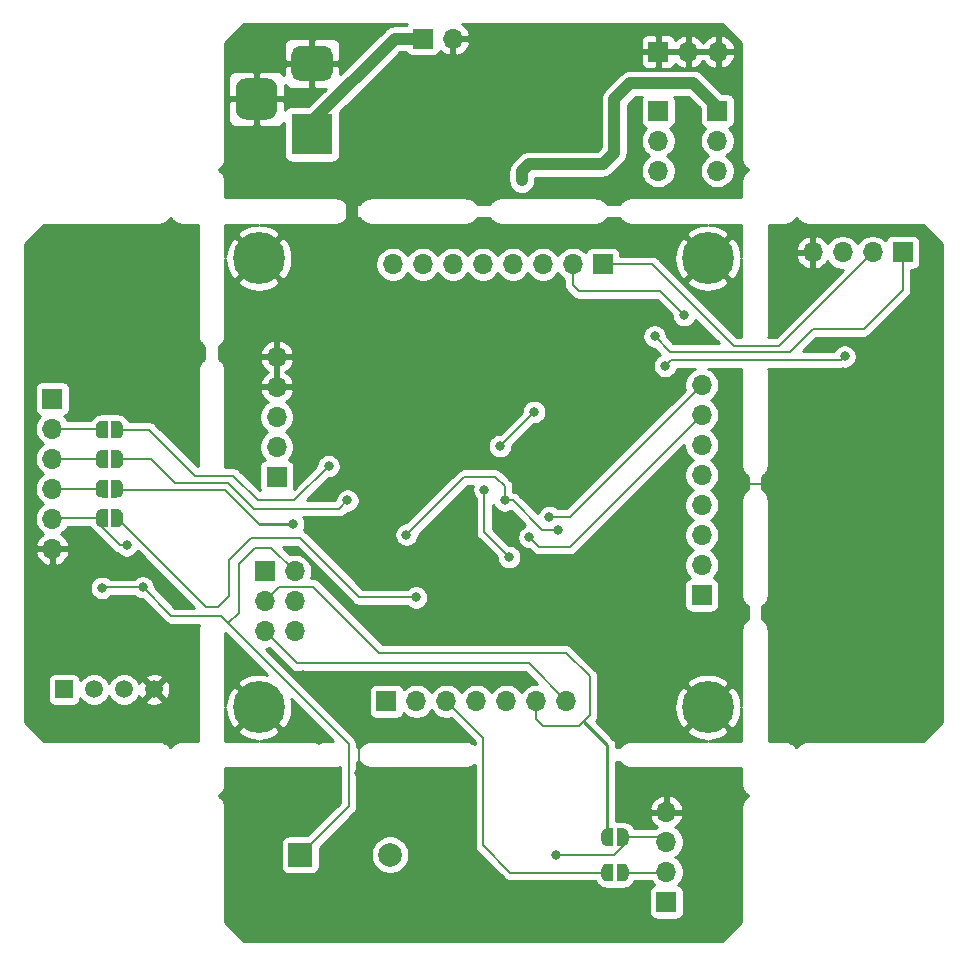
<source format=gbr>
%TF.GenerationSoftware,KiCad,Pcbnew,(5.1.6)-1*%
%TF.CreationDate,2020-10-25T22:56:54+03:00*%
%TF.ProjectId,modular-development-board,6d6f6475-6c61-4722-9d64-6576656c6f70,rev?*%
%TF.SameCoordinates,Original*%
%TF.FileFunction,Copper,L2,Bot*%
%TF.FilePolarity,Positive*%
%FSLAX46Y46*%
G04 Gerber Fmt 4.6, Leading zero omitted, Abs format (unit mm)*
G04 Created by KiCad (PCBNEW (5.1.6)-1) date 2020-10-25 22:56:54*
%MOMM*%
%LPD*%
G01*
G04 APERTURE LIST*
%TA.AperFunction,ComponentPad*%
%ADD10R,1.700000X1.700000*%
%TD*%
%TA.AperFunction,ComponentPad*%
%ADD11O,1.700000X1.700000*%
%TD*%
%TA.AperFunction,ComponentPad*%
%ADD12R,1.500000X1.500000*%
%TD*%
%TA.AperFunction,ComponentPad*%
%ADD13C,1.500000*%
%TD*%
%TA.AperFunction,ComponentPad*%
%ADD14R,2.000000X2.000000*%
%TD*%
%TA.AperFunction,ComponentPad*%
%ADD15C,2.000000*%
%TD*%
%TA.AperFunction,ComponentPad*%
%ADD16R,3.500000X3.500000*%
%TD*%
%TA.AperFunction,SMDPad,CuDef*%
%ADD17C,0.100000*%
%TD*%
%TA.AperFunction,ComponentPad*%
%ADD18C,0.700000*%
%TD*%
%TA.AperFunction,ComponentPad*%
%ADD19C,4.400000*%
%TD*%
%TA.AperFunction,ViaPad*%
%ADD20C,0.800000*%
%TD*%
%TA.AperFunction,Conductor*%
%ADD21C,0.200000*%
%TD*%
%TA.AperFunction,Conductor*%
%ADD22C,1.000000*%
%TD*%
%TA.AperFunction,Conductor*%
%ADD23C,0.250000*%
%TD*%
%TA.AperFunction,Conductor*%
%ADD24C,0.254000*%
%TD*%
G04 APERTURE END LIST*
D10*
%TO.P,J3,1*%
%TO.N,+3V3*%
X85304800Y-45000000D03*
D11*
%TO.P,J3,2*%
X85304800Y-47540000D03*
%TO.P,J3,3*%
X85304800Y-50080000D03*
%TD*%
%TO.P,J2,3*%
%TO.N,+5V*%
X90304800Y-50080000D03*
%TO.P,J2,2*%
X90304800Y-47540000D03*
D10*
%TO.P,J2,1*%
X90304800Y-45000000D03*
%TD*%
%TO.P,J4,1*%
%TO.N,GND*%
X85304800Y-40000000D03*
D11*
%TO.P,J4,2*%
X87844800Y-40000000D03*
%TO.P,J4,3*%
X90384800Y-40000000D03*
%TD*%
D12*
%TO.P,U5,1*%
%TO.N,+5V*%
X35000000Y-94000000D03*
D13*
%TO.P,U5,2*%
%TO.N,/DHT11*%
X37540000Y-94000000D03*
%TO.P,U5,3*%
%TO.N,Net-(U5-Pad3)*%
X40080000Y-94000000D03*
%TO.P,U5,4*%
%TO.N,GND*%
X42620000Y-94000000D03*
%TD*%
D14*
%TO.P,BZ1,1*%
%TO.N,+5V*%
X55000000Y-108000000D03*
D15*
%TO.P,BZ1,2*%
%TO.N,Net-(BZ1-Pad2)*%
X62600000Y-108000000D03*
%TD*%
D16*
%TO.P,J1,1*%
%TO.N,Net-(D1-Pad2)*%
X56000000Y-47000000D03*
%TO.P,J1,2*%
%TO.N,GND*%
%TA.AperFunction,ComponentPad*%
G36*
G01*
X55000000Y-39500000D02*
X57000000Y-39500000D01*
G75*
G02*
X57750000Y-40250000I0J-750000D01*
G01*
X57750000Y-41750000D01*
G75*
G02*
X57000000Y-42500000I-750000J0D01*
G01*
X55000000Y-42500000D01*
G75*
G02*
X54250000Y-41750000I0J750000D01*
G01*
X54250000Y-40250000D01*
G75*
G02*
X55000000Y-39500000I750000J0D01*
G01*
G37*
%TD.AperFunction*%
%TO.P,J1,3*%
%TA.AperFunction,ComponentPad*%
G36*
G01*
X50425000Y-42250000D02*
X52175000Y-42250000D01*
G75*
G02*
X53050000Y-43125000I0J-875000D01*
G01*
X53050000Y-44875000D01*
G75*
G02*
X52175000Y-45750000I-875000J0D01*
G01*
X50425000Y-45750000D01*
G75*
G02*
X49550000Y-44875000I0J875000D01*
G01*
X49550000Y-43125000D01*
G75*
G02*
X50425000Y-42250000I875000J0D01*
G01*
G37*
%TD.AperFunction*%
%TD*%
D10*
%TO.P,J5,1*%
%TO.N,/D0*%
X80620000Y-58000000D03*
D11*
%TO.P,J5,2*%
%TO.N,/D1*%
X78080000Y-58000000D03*
%TO.P,J5,3*%
%TO.N,/D2*%
X75540000Y-58000000D03*
%TO.P,J5,4*%
%TO.N,/D3*%
X73000000Y-58000000D03*
%TO.P,J5,5*%
%TO.N,/D4*%
X70460000Y-58000000D03*
%TO.P,J5,6*%
%TO.N,/D5*%
X67920000Y-58000000D03*
%TO.P,J5,7*%
%TO.N,/D6*%
X65380000Y-58000000D03*
%TO.P,J5,8*%
%TO.N,/D7*%
X62840000Y-58000000D03*
%TD*%
D10*
%TO.P,J6,1*%
%TO.N,/D8*%
X62300000Y-95000000D03*
D11*
%TO.P,J6,2*%
%TO.N,/D9*%
X64840000Y-95000000D03*
%TO.P,J6,3*%
%TO.N,/D10*%
X67380000Y-95000000D03*
%TO.P,J6,4*%
%TO.N,/D11*%
X69920000Y-95000000D03*
%TO.P,J6,5*%
%TO.N,/D12*%
X72460000Y-95000000D03*
%TO.P,J6,6*%
%TO.N,/D13*%
X75000000Y-95000000D03*
%TO.P,J6,7*%
%TO.N,/RESET*%
X77540000Y-95000000D03*
%TD*%
%TO.P,J7,8*%
%TO.N,/A7*%
X89000000Y-68220000D03*
%TO.P,J7,7*%
%TO.N,/A6*%
X89000000Y-70760000D03*
%TO.P,J7,6*%
%TO.N,/A5*%
X89000000Y-73300000D03*
%TO.P,J7,5*%
%TO.N,/A4*%
X89000000Y-75840000D03*
%TO.P,J7,4*%
%TO.N,/A3*%
X89000000Y-78380000D03*
%TO.P,J7,3*%
%TO.N,/A2*%
X89000000Y-80920000D03*
%TO.P,J7,2*%
%TO.N,/A1*%
X89000000Y-83460000D03*
D10*
%TO.P,J7,1*%
%TO.N,/A0*%
X89000000Y-86000000D03*
%TD*%
%TO.P,J8,1*%
%TO.N,/AREF*%
X53000000Y-76000000D03*
D11*
%TO.P,J8,2*%
%TO.N,+5V*%
X53000000Y-73460000D03*
%TO.P,J8,3*%
X53000000Y-70920000D03*
%TO.P,J8,4*%
%TO.N,GND*%
X53000000Y-68380000D03*
%TO.P,J8,5*%
X53000000Y-65840000D03*
%TD*%
D10*
%TO.P,J9,1*%
%TO.N,/D12*%
X52000000Y-84000000D03*
D11*
%TO.P,J9,2*%
%TO.N,+5V*%
X54540000Y-84000000D03*
%TO.P,J9,3*%
%TO.N,/D13*%
X52000000Y-86540000D03*
%TO.P,J9,4*%
%TO.N,/D11*%
X54540000Y-86540000D03*
%TO.P,J9,5*%
%TO.N,/RESET*%
X52000000Y-89080000D03*
%TO.P,J9,6*%
%TO.N,GND*%
X54540000Y-89080000D03*
%TD*%
D10*
%TO.P,J10,1*%
%TO.N,+5V*%
X34000000Y-69380000D03*
D11*
%TO.P,J10,2*%
%TO.N,/DHT11*%
X34000000Y-71920000D03*
%TO.P,J10,3*%
%TO.N,/LED_G*%
X34000000Y-74460000D03*
%TO.P,J10,4*%
%TO.N,/LED_Y*%
X34000000Y-77000000D03*
%TO.P,J10,5*%
%TO.N,/LED_R*%
X34000000Y-79540000D03*
%TO.P,J10,6*%
%TO.N,GND*%
X34000000Y-82080000D03*
%TD*%
D10*
%TO.P,J11,1*%
%TO.N,+5V*%
X86000000Y-112000000D03*
D11*
%TO.P,J11,2*%
%TO.N,/LIGHT*%
X86000000Y-109460000D03*
%TO.P,J11,3*%
%TO.N,/BUZZER*%
X86000000Y-106920000D03*
%TO.P,J11,4*%
%TO.N,GND*%
X86000000Y-104380000D03*
%TD*%
D10*
%TO.P,J13,1*%
%TO.N,+5V*%
X106000000Y-57000000D03*
D11*
%TO.P,J13,2*%
%TO.N,/D0*%
X103460000Y-57000000D03*
%TO.P,J13,3*%
%TO.N,/D1*%
X100920000Y-57000000D03*
%TO.P,J13,4*%
%TO.N,GND*%
X98380000Y-57000000D03*
%TD*%
%TA.AperFunction,SMDPad,CuDef*%
D17*
%TO.P,JP1,1*%
%TO.N,/LIGHT*%
G36*
X81800000Y-108750000D02*
G01*
X82300000Y-108750000D01*
X82300000Y-108750602D01*
X82324534Y-108750602D01*
X82373365Y-108755412D01*
X82421490Y-108764984D01*
X82468445Y-108779228D01*
X82513778Y-108798005D01*
X82557051Y-108821136D01*
X82597850Y-108848396D01*
X82635779Y-108879524D01*
X82670476Y-108914221D01*
X82701604Y-108952150D01*
X82728864Y-108992949D01*
X82751995Y-109036222D01*
X82770772Y-109081555D01*
X82785016Y-109128510D01*
X82794588Y-109176635D01*
X82799398Y-109225466D01*
X82799398Y-109250000D01*
X82800000Y-109250000D01*
X82800000Y-109750000D01*
X82799398Y-109750000D01*
X82799398Y-109774534D01*
X82794588Y-109823365D01*
X82785016Y-109871490D01*
X82770772Y-109918445D01*
X82751995Y-109963778D01*
X82728864Y-110007051D01*
X82701604Y-110047850D01*
X82670476Y-110085779D01*
X82635779Y-110120476D01*
X82597850Y-110151604D01*
X82557051Y-110178864D01*
X82513778Y-110201995D01*
X82468445Y-110220772D01*
X82421490Y-110235016D01*
X82373365Y-110244588D01*
X82324534Y-110249398D01*
X82300000Y-110249398D01*
X82300000Y-110250000D01*
X81800000Y-110250000D01*
X81800000Y-108750000D01*
G37*
%TD.AperFunction*%
%TA.AperFunction,SMDPad,CuDef*%
%TO.P,JP1,2*%
%TO.N,/D10*%
G36*
X81000000Y-110249398D02*
G01*
X80975466Y-110249398D01*
X80926635Y-110244588D01*
X80878510Y-110235016D01*
X80831555Y-110220772D01*
X80786222Y-110201995D01*
X80742949Y-110178864D01*
X80702150Y-110151604D01*
X80664221Y-110120476D01*
X80629524Y-110085779D01*
X80598396Y-110047850D01*
X80571136Y-110007051D01*
X80548005Y-109963778D01*
X80529228Y-109918445D01*
X80514984Y-109871490D01*
X80505412Y-109823365D01*
X80500602Y-109774534D01*
X80500602Y-109750000D01*
X80500000Y-109750000D01*
X80500000Y-109250000D01*
X80500602Y-109250000D01*
X80500602Y-109225466D01*
X80505412Y-109176635D01*
X80514984Y-109128510D01*
X80529228Y-109081555D01*
X80548005Y-109036222D01*
X80571136Y-108992949D01*
X80598396Y-108952150D01*
X80629524Y-108914221D01*
X80664221Y-108879524D01*
X80702150Y-108848396D01*
X80742949Y-108821136D01*
X80786222Y-108798005D01*
X80831555Y-108779228D01*
X80878510Y-108764984D01*
X80926635Y-108755412D01*
X80975466Y-108750602D01*
X81000000Y-108750602D01*
X81000000Y-108750000D01*
X81500000Y-108750000D01*
X81500000Y-110250000D01*
X81000000Y-110250000D01*
X81000000Y-110249398D01*
G37*
%TD.AperFunction*%
%TD*%
%TA.AperFunction,SMDPad,CuDef*%
%TO.P,JP2,2*%
%TO.N,/D13*%
G36*
X81000000Y-107249398D02*
G01*
X80975466Y-107249398D01*
X80926635Y-107244588D01*
X80878510Y-107235016D01*
X80831555Y-107220772D01*
X80786222Y-107201995D01*
X80742949Y-107178864D01*
X80702150Y-107151604D01*
X80664221Y-107120476D01*
X80629524Y-107085779D01*
X80598396Y-107047850D01*
X80571136Y-107007051D01*
X80548005Y-106963778D01*
X80529228Y-106918445D01*
X80514984Y-106871490D01*
X80505412Y-106823365D01*
X80500602Y-106774534D01*
X80500602Y-106750000D01*
X80500000Y-106750000D01*
X80500000Y-106250000D01*
X80500602Y-106250000D01*
X80500602Y-106225466D01*
X80505412Y-106176635D01*
X80514984Y-106128510D01*
X80529228Y-106081555D01*
X80548005Y-106036222D01*
X80571136Y-105992949D01*
X80598396Y-105952150D01*
X80629524Y-105914221D01*
X80664221Y-105879524D01*
X80702150Y-105848396D01*
X80742949Y-105821136D01*
X80786222Y-105798005D01*
X80831555Y-105779228D01*
X80878510Y-105764984D01*
X80926635Y-105755412D01*
X80975466Y-105750602D01*
X81000000Y-105750602D01*
X81000000Y-105750000D01*
X81500000Y-105750000D01*
X81500000Y-107250000D01*
X81000000Y-107250000D01*
X81000000Y-107249398D01*
G37*
%TD.AperFunction*%
%TA.AperFunction,SMDPad,CuDef*%
%TO.P,JP2,1*%
%TO.N,/BUZZER*%
G36*
X81800000Y-105750000D02*
G01*
X82300000Y-105750000D01*
X82300000Y-105750602D01*
X82324534Y-105750602D01*
X82373365Y-105755412D01*
X82421490Y-105764984D01*
X82468445Y-105779228D01*
X82513778Y-105798005D01*
X82557051Y-105821136D01*
X82597850Y-105848396D01*
X82635779Y-105879524D01*
X82670476Y-105914221D01*
X82701604Y-105952150D01*
X82728864Y-105992949D01*
X82751995Y-106036222D01*
X82770772Y-106081555D01*
X82785016Y-106128510D01*
X82794588Y-106176635D01*
X82799398Y-106225466D01*
X82799398Y-106250000D01*
X82800000Y-106250000D01*
X82800000Y-106750000D01*
X82799398Y-106750000D01*
X82799398Y-106774534D01*
X82794588Y-106823365D01*
X82785016Y-106871490D01*
X82770772Y-106918445D01*
X82751995Y-106963778D01*
X82728864Y-107007051D01*
X82701604Y-107047850D01*
X82670476Y-107085779D01*
X82635779Y-107120476D01*
X82597850Y-107151604D01*
X82557051Y-107178864D01*
X82513778Y-107201995D01*
X82468445Y-107220772D01*
X82421490Y-107235016D01*
X82373365Y-107244588D01*
X82324534Y-107249398D01*
X82300000Y-107249398D01*
X82300000Y-107250000D01*
X81800000Y-107250000D01*
X81800000Y-105750000D01*
G37*
%TD.AperFunction*%
%TD*%
%TA.AperFunction,SMDPad,CuDef*%
%TO.P,JP3,1*%
%TO.N,/DHT11*%
G36*
X38700000Y-72750000D02*
G01*
X38200000Y-72750000D01*
X38200000Y-72749398D01*
X38175466Y-72749398D01*
X38126635Y-72744588D01*
X38078510Y-72735016D01*
X38031555Y-72720772D01*
X37986222Y-72701995D01*
X37942949Y-72678864D01*
X37902150Y-72651604D01*
X37864221Y-72620476D01*
X37829524Y-72585779D01*
X37798396Y-72547850D01*
X37771136Y-72507051D01*
X37748005Y-72463778D01*
X37729228Y-72418445D01*
X37714984Y-72371490D01*
X37705412Y-72323365D01*
X37700602Y-72274534D01*
X37700602Y-72250000D01*
X37700000Y-72250000D01*
X37700000Y-71750000D01*
X37700602Y-71750000D01*
X37700602Y-71725466D01*
X37705412Y-71676635D01*
X37714984Y-71628510D01*
X37729228Y-71581555D01*
X37748005Y-71536222D01*
X37771136Y-71492949D01*
X37798396Y-71452150D01*
X37829524Y-71414221D01*
X37864221Y-71379524D01*
X37902150Y-71348396D01*
X37942949Y-71321136D01*
X37986222Y-71298005D01*
X38031555Y-71279228D01*
X38078510Y-71264984D01*
X38126635Y-71255412D01*
X38175466Y-71250602D01*
X38200000Y-71250602D01*
X38200000Y-71250000D01*
X38700000Y-71250000D01*
X38700000Y-72750000D01*
G37*
%TD.AperFunction*%
%TA.AperFunction,SMDPad,CuDef*%
%TO.P,JP3,2*%
%TO.N,/D6*%
G36*
X39500000Y-71250602D02*
G01*
X39524534Y-71250602D01*
X39573365Y-71255412D01*
X39621490Y-71264984D01*
X39668445Y-71279228D01*
X39713778Y-71298005D01*
X39757051Y-71321136D01*
X39797850Y-71348396D01*
X39835779Y-71379524D01*
X39870476Y-71414221D01*
X39901604Y-71452150D01*
X39928864Y-71492949D01*
X39951995Y-71536222D01*
X39970772Y-71581555D01*
X39985016Y-71628510D01*
X39994588Y-71676635D01*
X39999398Y-71725466D01*
X39999398Y-71750000D01*
X40000000Y-71750000D01*
X40000000Y-72250000D01*
X39999398Y-72250000D01*
X39999398Y-72274534D01*
X39994588Y-72323365D01*
X39985016Y-72371490D01*
X39970772Y-72418445D01*
X39951995Y-72463778D01*
X39928864Y-72507051D01*
X39901604Y-72547850D01*
X39870476Y-72585779D01*
X39835779Y-72620476D01*
X39797850Y-72651604D01*
X39757051Y-72678864D01*
X39713778Y-72701995D01*
X39668445Y-72720772D01*
X39621490Y-72735016D01*
X39573365Y-72744588D01*
X39524534Y-72749398D01*
X39500000Y-72749398D01*
X39500000Y-72750000D01*
X39000000Y-72750000D01*
X39000000Y-71250000D01*
X39500000Y-71250000D01*
X39500000Y-71250602D01*
G37*
%TD.AperFunction*%
%TD*%
%TA.AperFunction,SMDPad,CuDef*%
%TO.P,JP4,2*%
%TO.N,/D7*%
G36*
X39500000Y-73750602D02*
G01*
X39524534Y-73750602D01*
X39573365Y-73755412D01*
X39621490Y-73764984D01*
X39668445Y-73779228D01*
X39713778Y-73798005D01*
X39757051Y-73821136D01*
X39797850Y-73848396D01*
X39835779Y-73879524D01*
X39870476Y-73914221D01*
X39901604Y-73952150D01*
X39928864Y-73992949D01*
X39951995Y-74036222D01*
X39970772Y-74081555D01*
X39985016Y-74128510D01*
X39994588Y-74176635D01*
X39999398Y-74225466D01*
X39999398Y-74250000D01*
X40000000Y-74250000D01*
X40000000Y-74750000D01*
X39999398Y-74750000D01*
X39999398Y-74774534D01*
X39994588Y-74823365D01*
X39985016Y-74871490D01*
X39970772Y-74918445D01*
X39951995Y-74963778D01*
X39928864Y-75007051D01*
X39901604Y-75047850D01*
X39870476Y-75085779D01*
X39835779Y-75120476D01*
X39797850Y-75151604D01*
X39757051Y-75178864D01*
X39713778Y-75201995D01*
X39668445Y-75220772D01*
X39621490Y-75235016D01*
X39573365Y-75244588D01*
X39524534Y-75249398D01*
X39500000Y-75249398D01*
X39500000Y-75250000D01*
X39000000Y-75250000D01*
X39000000Y-73750000D01*
X39500000Y-73750000D01*
X39500000Y-73750602D01*
G37*
%TD.AperFunction*%
%TA.AperFunction,SMDPad,CuDef*%
%TO.P,JP4,1*%
%TO.N,/LED_G*%
G36*
X38700000Y-75250000D02*
G01*
X38200000Y-75250000D01*
X38200000Y-75249398D01*
X38175466Y-75249398D01*
X38126635Y-75244588D01*
X38078510Y-75235016D01*
X38031555Y-75220772D01*
X37986222Y-75201995D01*
X37942949Y-75178864D01*
X37902150Y-75151604D01*
X37864221Y-75120476D01*
X37829524Y-75085779D01*
X37798396Y-75047850D01*
X37771136Y-75007051D01*
X37748005Y-74963778D01*
X37729228Y-74918445D01*
X37714984Y-74871490D01*
X37705412Y-74823365D01*
X37700602Y-74774534D01*
X37700602Y-74750000D01*
X37700000Y-74750000D01*
X37700000Y-74250000D01*
X37700602Y-74250000D01*
X37700602Y-74225466D01*
X37705412Y-74176635D01*
X37714984Y-74128510D01*
X37729228Y-74081555D01*
X37748005Y-74036222D01*
X37771136Y-73992949D01*
X37798396Y-73952150D01*
X37829524Y-73914221D01*
X37864221Y-73879524D01*
X37902150Y-73848396D01*
X37942949Y-73821136D01*
X37986222Y-73798005D01*
X38031555Y-73779228D01*
X38078510Y-73764984D01*
X38126635Y-73755412D01*
X38175466Y-73750602D01*
X38200000Y-73750602D01*
X38200000Y-73750000D01*
X38700000Y-73750000D01*
X38700000Y-75250000D01*
G37*
%TD.AperFunction*%
%TD*%
%TA.AperFunction,SMDPad,CuDef*%
%TO.P,JP5,1*%
%TO.N,/LED_Y*%
G36*
X38700000Y-77750000D02*
G01*
X38200000Y-77750000D01*
X38200000Y-77749398D01*
X38175466Y-77749398D01*
X38126635Y-77744588D01*
X38078510Y-77735016D01*
X38031555Y-77720772D01*
X37986222Y-77701995D01*
X37942949Y-77678864D01*
X37902150Y-77651604D01*
X37864221Y-77620476D01*
X37829524Y-77585779D01*
X37798396Y-77547850D01*
X37771136Y-77507051D01*
X37748005Y-77463778D01*
X37729228Y-77418445D01*
X37714984Y-77371490D01*
X37705412Y-77323365D01*
X37700602Y-77274534D01*
X37700602Y-77250000D01*
X37700000Y-77250000D01*
X37700000Y-76750000D01*
X37700602Y-76750000D01*
X37700602Y-76725466D01*
X37705412Y-76676635D01*
X37714984Y-76628510D01*
X37729228Y-76581555D01*
X37748005Y-76536222D01*
X37771136Y-76492949D01*
X37798396Y-76452150D01*
X37829524Y-76414221D01*
X37864221Y-76379524D01*
X37902150Y-76348396D01*
X37942949Y-76321136D01*
X37986222Y-76298005D01*
X38031555Y-76279228D01*
X38078510Y-76264984D01*
X38126635Y-76255412D01*
X38175466Y-76250602D01*
X38200000Y-76250602D01*
X38200000Y-76250000D01*
X38700000Y-76250000D01*
X38700000Y-77750000D01*
G37*
%TD.AperFunction*%
%TA.AperFunction,SMDPad,CuDef*%
%TO.P,JP5,2*%
%TO.N,/D8*%
G36*
X39500000Y-76250602D02*
G01*
X39524534Y-76250602D01*
X39573365Y-76255412D01*
X39621490Y-76264984D01*
X39668445Y-76279228D01*
X39713778Y-76298005D01*
X39757051Y-76321136D01*
X39797850Y-76348396D01*
X39835779Y-76379524D01*
X39870476Y-76414221D01*
X39901604Y-76452150D01*
X39928864Y-76492949D01*
X39951995Y-76536222D01*
X39970772Y-76581555D01*
X39985016Y-76628510D01*
X39994588Y-76676635D01*
X39999398Y-76725466D01*
X39999398Y-76750000D01*
X40000000Y-76750000D01*
X40000000Y-77250000D01*
X39999398Y-77250000D01*
X39999398Y-77274534D01*
X39994588Y-77323365D01*
X39985016Y-77371490D01*
X39970772Y-77418445D01*
X39951995Y-77463778D01*
X39928864Y-77507051D01*
X39901604Y-77547850D01*
X39870476Y-77585779D01*
X39835779Y-77620476D01*
X39797850Y-77651604D01*
X39757051Y-77678864D01*
X39713778Y-77701995D01*
X39668445Y-77720772D01*
X39621490Y-77735016D01*
X39573365Y-77744588D01*
X39524534Y-77749398D01*
X39500000Y-77749398D01*
X39500000Y-77750000D01*
X39000000Y-77750000D01*
X39000000Y-76250000D01*
X39500000Y-76250000D01*
X39500000Y-76250602D01*
G37*
%TD.AperFunction*%
%TD*%
%TA.AperFunction,SMDPad,CuDef*%
%TO.P,JP6,2*%
%TO.N,/D9*%
G36*
X39500000Y-78750602D02*
G01*
X39524534Y-78750602D01*
X39573365Y-78755412D01*
X39621490Y-78764984D01*
X39668445Y-78779228D01*
X39713778Y-78798005D01*
X39757051Y-78821136D01*
X39797850Y-78848396D01*
X39835779Y-78879524D01*
X39870476Y-78914221D01*
X39901604Y-78952150D01*
X39928864Y-78992949D01*
X39951995Y-79036222D01*
X39970772Y-79081555D01*
X39985016Y-79128510D01*
X39994588Y-79176635D01*
X39999398Y-79225466D01*
X39999398Y-79250000D01*
X40000000Y-79250000D01*
X40000000Y-79750000D01*
X39999398Y-79750000D01*
X39999398Y-79774534D01*
X39994588Y-79823365D01*
X39985016Y-79871490D01*
X39970772Y-79918445D01*
X39951995Y-79963778D01*
X39928864Y-80007051D01*
X39901604Y-80047850D01*
X39870476Y-80085779D01*
X39835779Y-80120476D01*
X39797850Y-80151604D01*
X39757051Y-80178864D01*
X39713778Y-80201995D01*
X39668445Y-80220772D01*
X39621490Y-80235016D01*
X39573365Y-80244588D01*
X39524534Y-80249398D01*
X39500000Y-80249398D01*
X39500000Y-80250000D01*
X39000000Y-80250000D01*
X39000000Y-78750000D01*
X39500000Y-78750000D01*
X39500000Y-78750602D01*
G37*
%TD.AperFunction*%
%TA.AperFunction,SMDPad,CuDef*%
%TO.P,JP6,1*%
%TO.N,/LED_R*%
G36*
X38700000Y-80250000D02*
G01*
X38200000Y-80250000D01*
X38200000Y-80249398D01*
X38175466Y-80249398D01*
X38126635Y-80244588D01*
X38078510Y-80235016D01*
X38031555Y-80220772D01*
X37986222Y-80201995D01*
X37942949Y-80178864D01*
X37902150Y-80151604D01*
X37864221Y-80120476D01*
X37829524Y-80085779D01*
X37798396Y-80047850D01*
X37771136Y-80007051D01*
X37748005Y-79963778D01*
X37729228Y-79918445D01*
X37714984Y-79871490D01*
X37705412Y-79823365D01*
X37700602Y-79774534D01*
X37700602Y-79750000D01*
X37700000Y-79750000D01*
X37700000Y-79250000D01*
X37700602Y-79250000D01*
X37700602Y-79225466D01*
X37705412Y-79176635D01*
X37714984Y-79128510D01*
X37729228Y-79081555D01*
X37748005Y-79036222D01*
X37771136Y-78992949D01*
X37798396Y-78952150D01*
X37829524Y-78914221D01*
X37864221Y-78879524D01*
X37902150Y-78848396D01*
X37942949Y-78821136D01*
X37986222Y-78798005D01*
X38031555Y-78779228D01*
X38078510Y-78764984D01*
X38126635Y-78755412D01*
X38175466Y-78750602D01*
X38200000Y-78750602D01*
X38200000Y-78750000D01*
X38700000Y-78750000D01*
X38700000Y-80250000D01*
G37*
%TD.AperFunction*%
%TD*%
D18*
%TO.P,H1,1*%
%TO.N,GND*%
X90666726Y-56333274D03*
X89500000Y-55850000D03*
X88333274Y-56333274D03*
X87850000Y-57500000D03*
X88333274Y-58666726D03*
X89500000Y-59150000D03*
X90666726Y-58666726D03*
X91150000Y-57500000D03*
D19*
X89500000Y-57500000D03*
%TD*%
%TO.P,H2,1*%
%TO.N,GND*%
X89500000Y-95500000D03*
D18*
X91150000Y-95500000D03*
X90666726Y-96666726D03*
X89500000Y-97150000D03*
X88333274Y-96666726D03*
X87850000Y-95500000D03*
X88333274Y-94333274D03*
X89500000Y-93850000D03*
X90666726Y-94333274D03*
%TD*%
%TO.P,H3,1*%
%TO.N,GND*%
X52666726Y-56333274D03*
X51500000Y-55850000D03*
X50333274Y-56333274D03*
X49850000Y-57500000D03*
X50333274Y-58666726D03*
X51500000Y-59150000D03*
X52666726Y-58666726D03*
X53150000Y-57500000D03*
D19*
X51500000Y-57500000D03*
%TD*%
%TO.P,H4,1*%
%TO.N,GND*%
X51500000Y-95500000D03*
D18*
X53150000Y-95500000D03*
X52666726Y-96666726D03*
X51500000Y-97150000D03*
X50333274Y-96666726D03*
X49850000Y-95500000D03*
X50333274Y-94333274D03*
X51500000Y-93850000D03*
X52666726Y-94333274D03*
%TD*%
D10*
%TO.P,J14,1*%
%TO.N,Net-(D1-Pad2)*%
X65379600Y-38912800D03*
D11*
%TO.P,J14,2*%
%TO.N,GND*%
X67919600Y-38912800D03*
%TD*%
D20*
%TO.N,+5V*%
X74800000Y-70500000D03*
X41650000Y-85350000D03*
X38200000Y-85400000D03*
X85000000Y-64100000D03*
X81584800Y-45161200D03*
X73761600Y-50901600D03*
X71900000Y-73400004D03*
%TO.N,GND*%
X63900000Y-69600000D03*
X62900000Y-76500000D03*
X73100000Y-84400000D03*
X77900000Y-83500000D03*
X81200000Y-80200000D03*
X73700000Y-67000000D03*
X81400000Y-97100000D03*
X97200000Y-69600000D03*
X102200000Y-82700000D03*
X103800000Y-68400000D03*
X95100000Y-76600000D03*
X49300000Y-65500000D03*
X45800000Y-65500000D03*
X91700000Y-76600000D03*
X95100000Y-87500000D03*
X91900000Y-87500000D03*
X37100000Y-67500000D03*
X60000000Y-98300000D03*
X75387200Y-51003200D03*
X67462400Y-47802800D03*
X59385200Y-54813200D03*
X107100000Y-82550000D03*
X102650000Y-86500000D03*
X66442157Y-72007843D03*
X73450000Y-77100000D03*
X70059234Y-73299990D03*
X60000000Y-101100000D03*
X56600000Y-98300006D03*
X55200000Y-92800000D03*
%TO.N,/AREF*%
X64000000Y-80900000D03*
X72300000Y-78000000D03*
X76800000Y-80500000D03*
%TO.N,/RESET*%
X72700000Y-82800000D03*
X70600000Y-77100000D03*
X101100000Y-65800000D03*
X85900000Y-66600000D03*
%TO.N,/D1*%
X87500000Y-62300000D03*
%TO.N,/D6*%
X57400002Y-75100002D03*
%TO.N,/D7*%
X59000000Y-78000000D03*
%TO.N,/D8*%
X54400000Y-80000000D03*
%TO.N,/D9*%
X64800000Y-86200000D03*
%TO.N,/A7*%
X76100000Y-79400000D03*
%TO.N,/A6*%
X74400000Y-81100000D03*
%TO.N,/LED_R*%
X40300000Y-81800000D03*
%TO.N,/BUZZER*%
X76700000Y-108000000D03*
%TD*%
D21*
%TO.N,+5V*%
X41650000Y-85350000D02*
X38250000Y-85350000D01*
X38250000Y-85350000D02*
X38200000Y-85400000D01*
X44100000Y-87800000D02*
X41650000Y-85350000D01*
X48900000Y-88400000D02*
X48300000Y-87800000D01*
X48300000Y-87800000D02*
X44100000Y-87800000D01*
X49800000Y-83400000D02*
X51200000Y-82000000D01*
X51200000Y-82000000D02*
X52540000Y-82000000D01*
X48900000Y-88400000D02*
X49800000Y-87500000D01*
X52540000Y-82000000D02*
X54540000Y-84000000D01*
X49800000Y-87500000D02*
X49800000Y-83400000D01*
D22*
X90304800Y-45000000D02*
X90304800Y-44686400D01*
X90304800Y-44686400D02*
X88290400Y-42672000D01*
X88290400Y-42672000D02*
X82956400Y-42672000D01*
X82956400Y-42672000D02*
X81584800Y-44043600D01*
X81584800Y-44043600D02*
X81584800Y-45161200D01*
X81584800Y-45161200D02*
X81584800Y-48564800D01*
X81584800Y-48564800D02*
X80619600Y-49530000D01*
X80619600Y-49530000D02*
X74371200Y-49530000D01*
X74371200Y-49530000D02*
X73761600Y-50139600D01*
X73761600Y-50139600D02*
X73761600Y-50901600D01*
D21*
X74800000Y-70500000D02*
X71900000Y-73399998D01*
X71900000Y-73399998D02*
X71900000Y-73400004D01*
X86300000Y-65400000D02*
X85000000Y-64100000D01*
X106000000Y-60200000D02*
X102700000Y-63500000D01*
X106000000Y-57000000D02*
X106000000Y-60200000D01*
X102700000Y-63500000D02*
X98400000Y-63500000D01*
X98400000Y-63500000D02*
X96500000Y-65400000D01*
X96500000Y-65400000D02*
X86300000Y-65400000D01*
X59100000Y-98600000D02*
X48900000Y-88400000D01*
X55000000Y-108000000D02*
X59100000Y-103900000D01*
X59100000Y-103900000D02*
X59100000Y-98600000D01*
%TO.N,GND*%
X95100000Y-76600000D02*
X91700000Y-76600000D01*
D22*
X67462400Y-47802800D02*
X61722000Y-47802800D01*
X61722000Y-47802800D02*
X59385200Y-50139600D01*
X59385200Y-50139600D02*
X59385200Y-54813200D01*
D21*
X60000000Y-98300000D02*
X60000000Y-101100000D01*
X54300006Y-98300006D02*
X56600000Y-98300006D01*
X51500000Y-95500000D02*
X54300006Y-98300006D01*
%TO.N,/AREF*%
X72300000Y-76800000D02*
X72300000Y-78000000D01*
X71500000Y-76000000D02*
X72300000Y-76800000D01*
X64000000Y-80900000D02*
X68900000Y-76000000D01*
X68900000Y-76000000D02*
X71500000Y-76000000D01*
X73000000Y-78000000D02*
X75500000Y-80500000D01*
X72300000Y-78000000D02*
X73000000Y-78000000D01*
X75500000Y-80500000D02*
X76800000Y-80500000D01*
%TO.N,/RESET*%
X70600000Y-80700000D02*
X70600000Y-77100000D01*
X72700000Y-82800000D02*
X70600000Y-80700000D01*
X52000000Y-89080000D02*
X54720000Y-91800000D01*
X74340000Y-91800000D02*
X77540000Y-95000000D01*
X54720000Y-91800000D02*
X74340000Y-91800000D01*
X86400000Y-66100000D02*
X85900000Y-66600000D01*
X101100000Y-65800000D02*
X100800000Y-66100000D01*
X100800000Y-66100000D02*
X86400000Y-66100000D01*
D22*
%TO.N,Net-(D1-Pad2)*%
X56000000Y-47000000D02*
X56000000Y-45904800D01*
X62992000Y-38912800D02*
X65379600Y-38912800D01*
X56000000Y-45904800D02*
X62992000Y-38912800D01*
D21*
%TO.N,/D0*%
X95560000Y-64900000D02*
X103460000Y-57000000D01*
X91700000Y-64900000D02*
X95560000Y-64900000D01*
X80620000Y-58000000D02*
X84800000Y-58000000D01*
X84800000Y-58000000D02*
X91700000Y-64900000D01*
%TO.N,/D1*%
X87500000Y-62300000D02*
X85500000Y-60300000D01*
X85500000Y-60300000D02*
X78600000Y-60300000D01*
X78080000Y-59780000D02*
X78080000Y-58000000D01*
X78600000Y-60300000D02*
X78080000Y-59780000D01*
%TO.N,/D6*%
X54500004Y-78000000D02*
X57400002Y-75100002D01*
X42200000Y-72000000D02*
X46100000Y-75900000D01*
X51400000Y-78000000D02*
X54500004Y-78000000D01*
X46100000Y-75900000D02*
X49300000Y-75900000D01*
X39500000Y-72000000D02*
X42200000Y-72000000D01*
X49300000Y-75900000D02*
X51400000Y-78000000D01*
%TO.N,/D7*%
X58300000Y-78700000D02*
X59000000Y-78000000D01*
X42400000Y-74500000D02*
X44400000Y-76500000D01*
X44400000Y-76500000D02*
X48900000Y-76500000D01*
X48900000Y-76500000D02*
X51100000Y-78700000D01*
X39500000Y-74500000D02*
X42400000Y-74500000D01*
X51100000Y-78700000D02*
X58300000Y-78700000D01*
D23*
%TO.N,/D8*%
X51500000Y-80000000D02*
X54400000Y-80000000D01*
D21*
X48600000Y-77100000D02*
X51500000Y-80000000D01*
X39500000Y-77000000D02*
X39600000Y-77100000D01*
X39600000Y-77100000D02*
X48600000Y-77100000D01*
%TO.N,/D9*%
X55000000Y-81200000D02*
X60000000Y-86200000D01*
X50800000Y-81200000D02*
X55000000Y-81200000D01*
X47048925Y-87048925D02*
X48051075Y-87048925D01*
X39500000Y-79500000D02*
X47048925Y-87048925D01*
X48051075Y-87048925D02*
X49000000Y-86100000D01*
X60000000Y-86200000D02*
X64800000Y-86200000D01*
X49000000Y-86100000D02*
X49000000Y-83000000D01*
X49000000Y-83000000D02*
X50800000Y-81200000D01*
%TO.N,/D10*%
X70500000Y-107200000D02*
X70500000Y-98120000D01*
X81000000Y-109500000D02*
X72800000Y-109500000D01*
X70500000Y-98120000D02*
X67380000Y-95000000D01*
X72800000Y-109500000D02*
X70500000Y-107200000D01*
%TO.N,/D13*%
X75000000Y-96000000D02*
X75000000Y-95000000D01*
X78600000Y-97100000D02*
X75600000Y-97100000D01*
X79500000Y-92900000D02*
X79500000Y-96200000D01*
X75000000Y-96500000D02*
X75000000Y-95000000D01*
X52000000Y-86540000D02*
X53240000Y-85300000D01*
X75600000Y-97100000D02*
X75000000Y-96500000D01*
X77500000Y-90900000D02*
X79500000Y-92900000D01*
X53240000Y-85300000D02*
X56100000Y-85300000D01*
X56100000Y-85300000D02*
X61700000Y-90900000D01*
X61700000Y-90900000D02*
X77500000Y-90900000D01*
X79500000Y-96200000D02*
X79000000Y-96700000D01*
X79000000Y-96700000D02*
X78600000Y-97100000D01*
D23*
X81000000Y-98725000D02*
X79000000Y-96725000D01*
X81000000Y-106500000D02*
X81000000Y-98725000D01*
D21*
%TO.N,/A7*%
X89000000Y-68220000D02*
X77820000Y-79400000D01*
X77820000Y-79400000D02*
X76100000Y-79400000D01*
%TO.N,/A6*%
X77860000Y-81900000D02*
X75200000Y-81900000D01*
X75200000Y-81900000D02*
X74400000Y-81100000D01*
X89000000Y-70760000D02*
X77860000Y-81900000D01*
%TO.N,/DHT11*%
X38120000Y-71920000D02*
X38200000Y-72000000D01*
X34000000Y-71920000D02*
X38120000Y-71920000D01*
%TO.N,/LED_G*%
X34040000Y-74500000D02*
X34000000Y-74460000D01*
X38200000Y-74500000D02*
X34040000Y-74500000D01*
%TO.N,/LED_Y*%
X38200000Y-77000000D02*
X34000000Y-77000000D01*
%TO.N,/LED_R*%
X34040000Y-79500000D02*
X34000000Y-79540000D01*
X38200000Y-79500000D02*
X34040000Y-79500000D01*
X38200000Y-80265685D02*
X38200000Y-79500000D01*
X39734315Y-81800000D02*
X38200000Y-80265685D01*
X40300000Y-81800000D02*
X39734315Y-81800000D01*
%TO.N,/LIGHT*%
X85960000Y-109500000D02*
X86000000Y-109460000D01*
X82300000Y-109500000D02*
X85960000Y-109500000D01*
%TO.N,/BUZZER*%
X85580000Y-106500000D02*
X86000000Y-106920000D01*
X82300000Y-106500000D02*
X85580000Y-106500000D01*
X82300000Y-107247592D02*
X81547592Y-108000000D01*
X81547592Y-108000000D02*
X76700000Y-108000000D01*
X82300000Y-106500000D02*
X82300000Y-107247592D01*
%TD*%
D24*
%TO.N,GND*%
G36*
X63999063Y-37708306D02*
G01*
X63961917Y-37777800D01*
X63047743Y-37777800D01*
X62991999Y-37772310D01*
X62936255Y-37777800D01*
X62936248Y-37777800D01*
X62790493Y-37792156D01*
X62769500Y-37794223D01*
X62719705Y-37809329D01*
X62555553Y-37859124D01*
X62358377Y-37964516D01*
X62185551Y-38106351D01*
X62150009Y-38149659D01*
X58386587Y-41913081D01*
X58385000Y-41285750D01*
X58226250Y-41127000D01*
X56127000Y-41127000D01*
X56127000Y-42976250D01*
X56285750Y-43135000D01*
X57162829Y-43136840D01*
X55687741Y-44611928D01*
X54250000Y-44611928D01*
X54125518Y-44624188D01*
X54005820Y-44660498D01*
X53895506Y-44719463D01*
X53798815Y-44798815D01*
X53719463Y-44895506D01*
X53686409Y-44957345D01*
X53685000Y-44285750D01*
X53526250Y-44127000D01*
X51427000Y-44127000D01*
X51427000Y-46226250D01*
X51585750Y-46385000D01*
X53050000Y-46388072D01*
X53174482Y-46375812D01*
X53294180Y-46339502D01*
X53404494Y-46280537D01*
X53501185Y-46201185D01*
X53580537Y-46104494D01*
X53611928Y-46045767D01*
X53611928Y-48750000D01*
X53624188Y-48874482D01*
X53660498Y-48994180D01*
X53719463Y-49104494D01*
X53798815Y-49201185D01*
X53895506Y-49280537D01*
X54005820Y-49339502D01*
X54125518Y-49375812D01*
X54250000Y-49388072D01*
X57750000Y-49388072D01*
X57874482Y-49375812D01*
X57994180Y-49339502D01*
X58104494Y-49280537D01*
X58201185Y-49201185D01*
X58280537Y-49104494D01*
X58339502Y-48994180D01*
X58375812Y-48874482D01*
X58388072Y-48750000D01*
X58388072Y-45250000D01*
X58376583Y-45133348D01*
X62659931Y-40850000D01*
X83816728Y-40850000D01*
X83828988Y-40974482D01*
X83865298Y-41094180D01*
X83924263Y-41204494D01*
X84003615Y-41301185D01*
X84100306Y-41380537D01*
X84210620Y-41439502D01*
X84330318Y-41475812D01*
X84454800Y-41488072D01*
X85019050Y-41485000D01*
X85177800Y-41326250D01*
X85177800Y-40127000D01*
X85431800Y-40127000D01*
X85431800Y-41326250D01*
X85590550Y-41485000D01*
X86154800Y-41488072D01*
X86279282Y-41475812D01*
X86398980Y-41439502D01*
X86509294Y-41380537D01*
X86605985Y-41301185D01*
X86685337Y-41204494D01*
X86744302Y-41094180D01*
X86768766Y-41013534D01*
X86844531Y-41097588D01*
X87077880Y-41271641D01*
X87340701Y-41396825D01*
X87487910Y-41441476D01*
X87717800Y-41320155D01*
X87717800Y-40127000D01*
X87971800Y-40127000D01*
X87971800Y-41320155D01*
X88201690Y-41441476D01*
X88348899Y-41396825D01*
X88611720Y-41271641D01*
X88845069Y-41097588D01*
X89039978Y-40881355D01*
X89114800Y-40755745D01*
X89189622Y-40881355D01*
X89384531Y-41097588D01*
X89617880Y-41271641D01*
X89880701Y-41396825D01*
X90027910Y-41441476D01*
X90257800Y-41320155D01*
X90257800Y-40127000D01*
X90511800Y-40127000D01*
X90511800Y-41320155D01*
X90741690Y-41441476D01*
X90888899Y-41396825D01*
X91151720Y-41271641D01*
X91385069Y-41097588D01*
X91579978Y-40881355D01*
X91728957Y-40631252D01*
X91826281Y-40356891D01*
X91705614Y-40127000D01*
X90511800Y-40127000D01*
X90257800Y-40127000D01*
X87971800Y-40127000D01*
X87717800Y-40127000D01*
X85431800Y-40127000D01*
X85177800Y-40127000D01*
X83978550Y-40127000D01*
X83819800Y-40285750D01*
X83816728Y-40850000D01*
X62659931Y-40850000D01*
X63462132Y-40047800D01*
X63961917Y-40047800D01*
X63999063Y-40117294D01*
X64078415Y-40213985D01*
X64175106Y-40293337D01*
X64285420Y-40352302D01*
X64405118Y-40388612D01*
X64529600Y-40400872D01*
X66229600Y-40400872D01*
X66354082Y-40388612D01*
X66473780Y-40352302D01*
X66584094Y-40293337D01*
X66680785Y-40213985D01*
X66760137Y-40117294D01*
X66819102Y-40006980D01*
X66843566Y-39926334D01*
X66919331Y-40010388D01*
X67152680Y-40184441D01*
X67415501Y-40309625D01*
X67562710Y-40354276D01*
X67792600Y-40232955D01*
X67792600Y-39039800D01*
X68046600Y-39039800D01*
X68046600Y-40232955D01*
X68276490Y-40354276D01*
X68423699Y-40309625D01*
X68686520Y-40184441D01*
X68919869Y-40010388D01*
X69114778Y-39794155D01*
X69263757Y-39544052D01*
X69361081Y-39269691D01*
X69298257Y-39150000D01*
X83816728Y-39150000D01*
X83819800Y-39714250D01*
X83978550Y-39873000D01*
X85177800Y-39873000D01*
X85177800Y-38673750D01*
X85431800Y-38673750D01*
X85431800Y-39873000D01*
X87717800Y-39873000D01*
X87717800Y-38679845D01*
X87971800Y-38679845D01*
X87971800Y-39873000D01*
X90257800Y-39873000D01*
X90257800Y-38679845D01*
X90511800Y-38679845D01*
X90511800Y-39873000D01*
X91705614Y-39873000D01*
X91826281Y-39643109D01*
X91728957Y-39368748D01*
X91579978Y-39118645D01*
X91385069Y-38902412D01*
X91151720Y-38728359D01*
X90888899Y-38603175D01*
X90741690Y-38558524D01*
X90511800Y-38679845D01*
X90257800Y-38679845D01*
X90027910Y-38558524D01*
X89880701Y-38603175D01*
X89617880Y-38728359D01*
X89384531Y-38902412D01*
X89189622Y-39118645D01*
X89114800Y-39244255D01*
X89039978Y-39118645D01*
X88845069Y-38902412D01*
X88611720Y-38728359D01*
X88348899Y-38603175D01*
X88201690Y-38558524D01*
X87971800Y-38679845D01*
X87717800Y-38679845D01*
X87487910Y-38558524D01*
X87340701Y-38603175D01*
X87077880Y-38728359D01*
X86844531Y-38902412D01*
X86768766Y-38986466D01*
X86744302Y-38905820D01*
X86685337Y-38795506D01*
X86605985Y-38698815D01*
X86509294Y-38619463D01*
X86398980Y-38560498D01*
X86279282Y-38524188D01*
X86154800Y-38511928D01*
X85590550Y-38515000D01*
X85431800Y-38673750D01*
X85177800Y-38673750D01*
X85019050Y-38515000D01*
X84454800Y-38511928D01*
X84330318Y-38524188D01*
X84210620Y-38560498D01*
X84100306Y-38619463D01*
X84003615Y-38698815D01*
X83924263Y-38795506D01*
X83865298Y-38905820D01*
X83828988Y-39025518D01*
X83816728Y-39150000D01*
X69298257Y-39150000D01*
X69240414Y-39039800D01*
X68046600Y-39039800D01*
X67792600Y-39039800D01*
X67772600Y-39039800D01*
X67772600Y-38785800D01*
X67792600Y-38785800D01*
X67792600Y-38765800D01*
X68046600Y-38765800D01*
X68046600Y-38785800D01*
X69240414Y-38785800D01*
X69361081Y-38555909D01*
X69263757Y-38281548D01*
X69114778Y-38031445D01*
X68919869Y-37815212D01*
X68711780Y-37660000D01*
X90726620Y-37660000D01*
X92340001Y-39273382D01*
X92340000Y-49032418D01*
X92343198Y-49064889D01*
X92343198Y-49071383D01*
X92344162Y-49080547D01*
X92348905Y-49122838D01*
X92349550Y-49129382D01*
X92349692Y-49129850D01*
X92355039Y-49177522D01*
X92367469Y-49236002D01*
X92379095Y-49294717D01*
X92381820Y-49303520D01*
X92411326Y-49396535D01*
X92434882Y-49451495D01*
X92457686Y-49506822D01*
X92462069Y-49514928D01*
X92509080Y-49600440D01*
X92542857Y-49649771D01*
X92575981Y-49699626D01*
X92581851Y-49706719D01*
X92581853Y-49706723D01*
X92581856Y-49706726D01*
X92644581Y-49781478D01*
X92687310Y-49823321D01*
X92729467Y-49865774D01*
X92736609Y-49871598D01*
X92736612Y-49871601D01*
X92736616Y-49871604D01*
X92812659Y-49932744D01*
X92862695Y-49965487D01*
X92873000Y-49972438D01*
X92873000Y-50027504D01*
X92856913Y-50038355D01*
X92806844Y-50071119D01*
X92799703Y-50076943D01*
X92724514Y-50139145D01*
X92682361Y-50181594D01*
X92639629Y-50223439D01*
X92633755Y-50230540D01*
X92572079Y-50306161D01*
X92538988Y-50355966D01*
X92505174Y-50405350D01*
X92500792Y-50413456D01*
X92454980Y-50499617D01*
X92432191Y-50554909D01*
X92408622Y-50609898D01*
X92405897Y-50618701D01*
X92377692Y-50712119D01*
X92366067Y-50770826D01*
X92353635Y-50829316D01*
X92352673Y-50838470D01*
X92352672Y-50838476D01*
X92352672Y-50838481D01*
X92343150Y-50935598D01*
X92343150Y-50935608D01*
X92340001Y-50967581D01*
X92340000Y-52340000D01*
X82967581Y-52340000D01*
X82935110Y-52343198D01*
X82928617Y-52343198D01*
X82919453Y-52344162D01*
X82877169Y-52348905D01*
X82870617Y-52349550D01*
X82870148Y-52349692D01*
X82822478Y-52355039D01*
X82763984Y-52367472D01*
X82705284Y-52379095D01*
X82696481Y-52381820D01*
X82603465Y-52411326D01*
X82548505Y-52434882D01*
X82493178Y-52457686D01*
X82485072Y-52462069D01*
X82399559Y-52509080D01*
X82350208Y-52542872D01*
X82300374Y-52575982D01*
X82293274Y-52581856D01*
X82218522Y-52644581D01*
X82176695Y-52687294D01*
X82134226Y-52729467D01*
X82128402Y-52736609D01*
X82067256Y-52812659D01*
X82034535Y-52862661D01*
X82027561Y-52873000D01*
X80972496Y-52873000D01*
X80961645Y-52856913D01*
X80928881Y-52806844D01*
X80923057Y-52799703D01*
X80860855Y-52724514D01*
X80818406Y-52682361D01*
X80776561Y-52639629D01*
X80769460Y-52633755D01*
X80693839Y-52572079D01*
X80644034Y-52538988D01*
X80594650Y-52505174D01*
X80586544Y-52500792D01*
X80500383Y-52454980D01*
X80445091Y-52432191D01*
X80390102Y-52408622D01*
X80381299Y-52405897D01*
X80287881Y-52377692D01*
X80229174Y-52366067D01*
X80170684Y-52353635D01*
X80161530Y-52352673D01*
X80161524Y-52352672D01*
X80161519Y-52352672D01*
X80064402Y-52343150D01*
X80032419Y-52340000D01*
X71967581Y-52340000D01*
X71935110Y-52343198D01*
X71928617Y-52343198D01*
X71919453Y-52344162D01*
X71877169Y-52348905D01*
X71870617Y-52349550D01*
X71870148Y-52349692D01*
X71822478Y-52355039D01*
X71763984Y-52367472D01*
X71705284Y-52379095D01*
X71696481Y-52381820D01*
X71603465Y-52411326D01*
X71548505Y-52434882D01*
X71493178Y-52457686D01*
X71485072Y-52462069D01*
X71399559Y-52509080D01*
X71350208Y-52542872D01*
X71300374Y-52575982D01*
X71293274Y-52581856D01*
X71218522Y-52644581D01*
X71176695Y-52687294D01*
X71134226Y-52729467D01*
X71128402Y-52736609D01*
X71067256Y-52812659D01*
X71034535Y-52862661D01*
X71027561Y-52873000D01*
X69972496Y-52873000D01*
X69961645Y-52856913D01*
X69928881Y-52806844D01*
X69923057Y-52799703D01*
X69860855Y-52724514D01*
X69818406Y-52682361D01*
X69776561Y-52639629D01*
X69769460Y-52633755D01*
X69693839Y-52572079D01*
X69644034Y-52538988D01*
X69594650Y-52505174D01*
X69586544Y-52500792D01*
X69500383Y-52454980D01*
X69445091Y-52432191D01*
X69390102Y-52408622D01*
X69381299Y-52405897D01*
X69287881Y-52377692D01*
X69229174Y-52366067D01*
X69170684Y-52353635D01*
X69161530Y-52352673D01*
X69161524Y-52352672D01*
X69161519Y-52352672D01*
X69064402Y-52343150D01*
X69032419Y-52340000D01*
X60967581Y-52340000D01*
X60935110Y-52343198D01*
X60928617Y-52343198D01*
X60919453Y-52344162D01*
X60877169Y-52348905D01*
X60870617Y-52349550D01*
X60870148Y-52349692D01*
X60822478Y-52355039D01*
X60763984Y-52367472D01*
X60705284Y-52379095D01*
X60696481Y-52381820D01*
X60603465Y-52411326D01*
X60548505Y-52434882D01*
X60493178Y-52457686D01*
X60485072Y-52462069D01*
X60399559Y-52509080D01*
X60350208Y-52542872D01*
X60300374Y-52575982D01*
X60293274Y-52581856D01*
X60218522Y-52644581D01*
X60176695Y-52687294D01*
X60134226Y-52729467D01*
X60128402Y-52736609D01*
X60067256Y-52812659D01*
X60034535Y-52862661D01*
X60027561Y-52873000D01*
X58972496Y-52873000D01*
X58961645Y-52856913D01*
X58928881Y-52806844D01*
X58923057Y-52799703D01*
X58860855Y-52724514D01*
X58818406Y-52682361D01*
X58776561Y-52639629D01*
X58769460Y-52633755D01*
X58693839Y-52572079D01*
X58644034Y-52538988D01*
X58594650Y-52505174D01*
X58586544Y-52500792D01*
X58500383Y-52454980D01*
X58445091Y-52432191D01*
X58390102Y-52408622D01*
X58381299Y-52405897D01*
X58287881Y-52377692D01*
X58229174Y-52366067D01*
X58170684Y-52353635D01*
X58161530Y-52352673D01*
X58161524Y-52352672D01*
X58161519Y-52352672D01*
X58064402Y-52343150D01*
X58032419Y-52340000D01*
X48660000Y-52340000D01*
X48660000Y-50967581D01*
X48656802Y-50935110D01*
X48656802Y-50928617D01*
X48655838Y-50919453D01*
X48651095Y-50877169D01*
X48650450Y-50870617D01*
X48650308Y-50870148D01*
X48644961Y-50822478D01*
X48632528Y-50763984D01*
X48620905Y-50705284D01*
X48618180Y-50696481D01*
X48588674Y-50603465D01*
X48565118Y-50548505D01*
X48542314Y-50493178D01*
X48537931Y-50485072D01*
X48490920Y-50399559D01*
X48457128Y-50350208D01*
X48424018Y-50300374D01*
X48418144Y-50293274D01*
X48355419Y-50218522D01*
X48312706Y-50176695D01*
X48275870Y-50139600D01*
X72621109Y-50139600D01*
X72626600Y-50195351D01*
X72626600Y-50957352D01*
X72643023Y-51124099D01*
X72707924Y-51338047D01*
X72813317Y-51535223D01*
X72955152Y-51708049D01*
X73127978Y-51849884D01*
X73325154Y-51955276D01*
X73539102Y-52020177D01*
X73761600Y-52042091D01*
X73984099Y-52020177D01*
X74198047Y-51955276D01*
X74395223Y-51849884D01*
X74568049Y-51708049D01*
X74709884Y-51535223D01*
X74815276Y-51338047D01*
X74880177Y-51124098D01*
X74896600Y-50957351D01*
X74896600Y-50665000D01*
X80563849Y-50665000D01*
X80619600Y-50670491D01*
X80675351Y-50665000D01*
X80675352Y-50665000D01*
X80842099Y-50648577D01*
X81056047Y-50583676D01*
X81253223Y-50478284D01*
X81426049Y-50336449D01*
X81461596Y-50293136D01*
X82347940Y-49406792D01*
X82391249Y-49371249D01*
X82533084Y-49198423D01*
X82638476Y-49001247D01*
X82703377Y-48787299D01*
X82719800Y-48620552D01*
X82725291Y-48564800D01*
X82719800Y-48509049D01*
X82719800Y-44513731D01*
X83426532Y-43807000D01*
X83918119Y-43807000D01*
X83865298Y-43905820D01*
X83828988Y-44025518D01*
X83816728Y-44150000D01*
X83816728Y-45850000D01*
X83828988Y-45974482D01*
X83865298Y-46094180D01*
X83924263Y-46204494D01*
X84003615Y-46301185D01*
X84100306Y-46380537D01*
X84210620Y-46439502D01*
X84283180Y-46461513D01*
X84151325Y-46593368D01*
X83988810Y-46836589D01*
X83876868Y-47106842D01*
X83819800Y-47393740D01*
X83819800Y-47686260D01*
X83876868Y-47973158D01*
X83988810Y-48243411D01*
X84151325Y-48486632D01*
X84358168Y-48693475D01*
X84532560Y-48810000D01*
X84358168Y-48926525D01*
X84151325Y-49133368D01*
X83988810Y-49376589D01*
X83876868Y-49646842D01*
X83819800Y-49933740D01*
X83819800Y-50226260D01*
X83876868Y-50513158D01*
X83988810Y-50783411D01*
X84151325Y-51026632D01*
X84358168Y-51233475D01*
X84601389Y-51395990D01*
X84871642Y-51507932D01*
X85158540Y-51565000D01*
X85451060Y-51565000D01*
X85737958Y-51507932D01*
X86008211Y-51395990D01*
X86251432Y-51233475D01*
X86458275Y-51026632D01*
X86620790Y-50783411D01*
X86732732Y-50513158D01*
X86789800Y-50226260D01*
X86789800Y-49933740D01*
X86732732Y-49646842D01*
X86620790Y-49376589D01*
X86458275Y-49133368D01*
X86251432Y-48926525D01*
X86077040Y-48810000D01*
X86251432Y-48693475D01*
X86458275Y-48486632D01*
X86620790Y-48243411D01*
X86732732Y-47973158D01*
X86789800Y-47686260D01*
X86789800Y-47393740D01*
X86732732Y-47106842D01*
X86620790Y-46836589D01*
X86458275Y-46593368D01*
X86326420Y-46461513D01*
X86398980Y-46439502D01*
X86509294Y-46380537D01*
X86605985Y-46301185D01*
X86685337Y-46204494D01*
X86744302Y-46094180D01*
X86780612Y-45974482D01*
X86792872Y-45850000D01*
X86792872Y-44150000D01*
X86780612Y-44025518D01*
X86744302Y-43905820D01*
X86691481Y-43807000D01*
X87820269Y-43807000D01*
X88816728Y-44803460D01*
X88816728Y-45850000D01*
X88828988Y-45974482D01*
X88865298Y-46094180D01*
X88924263Y-46204494D01*
X89003615Y-46301185D01*
X89100306Y-46380537D01*
X89210620Y-46439502D01*
X89283180Y-46461513D01*
X89151325Y-46593368D01*
X88988810Y-46836589D01*
X88876868Y-47106842D01*
X88819800Y-47393740D01*
X88819800Y-47686260D01*
X88876868Y-47973158D01*
X88988810Y-48243411D01*
X89151325Y-48486632D01*
X89358168Y-48693475D01*
X89532560Y-48810000D01*
X89358168Y-48926525D01*
X89151325Y-49133368D01*
X88988810Y-49376589D01*
X88876868Y-49646842D01*
X88819800Y-49933740D01*
X88819800Y-50226260D01*
X88876868Y-50513158D01*
X88988810Y-50783411D01*
X89151325Y-51026632D01*
X89358168Y-51233475D01*
X89601389Y-51395990D01*
X89871642Y-51507932D01*
X90158540Y-51565000D01*
X90451060Y-51565000D01*
X90737958Y-51507932D01*
X91008211Y-51395990D01*
X91251432Y-51233475D01*
X91458275Y-51026632D01*
X91620790Y-50783411D01*
X91732732Y-50513158D01*
X91789800Y-50226260D01*
X91789800Y-49933740D01*
X91732732Y-49646842D01*
X91620790Y-49376589D01*
X91458275Y-49133368D01*
X91251432Y-48926525D01*
X91077040Y-48810000D01*
X91251432Y-48693475D01*
X91458275Y-48486632D01*
X91620790Y-48243411D01*
X91732732Y-47973158D01*
X91789800Y-47686260D01*
X91789800Y-47393740D01*
X91732732Y-47106842D01*
X91620790Y-46836589D01*
X91458275Y-46593368D01*
X91326420Y-46461513D01*
X91398980Y-46439502D01*
X91509294Y-46380537D01*
X91605985Y-46301185D01*
X91685337Y-46204494D01*
X91744302Y-46094180D01*
X91780612Y-45974482D01*
X91792872Y-45850000D01*
X91792872Y-44150000D01*
X91780612Y-44025518D01*
X91744302Y-43905820D01*
X91685337Y-43795506D01*
X91605985Y-43698815D01*
X91509294Y-43619463D01*
X91398980Y-43560498D01*
X91279282Y-43524188D01*
X91154800Y-43511928D01*
X90735460Y-43511928D01*
X89132396Y-41908865D01*
X89096849Y-41865551D01*
X88924023Y-41723716D01*
X88726847Y-41618324D01*
X88512899Y-41553423D01*
X88346152Y-41537000D01*
X88346151Y-41537000D01*
X88290400Y-41531509D01*
X88234649Y-41537000D01*
X83012141Y-41537000D01*
X82956399Y-41531510D01*
X82900657Y-41537000D01*
X82900648Y-41537000D01*
X82733901Y-41553423D01*
X82519953Y-41618324D01*
X82322777Y-41723716D01*
X82149951Y-41865551D01*
X82114408Y-41908860D01*
X80821665Y-43201604D01*
X80778351Y-43237151D01*
X80636516Y-43409977D01*
X80582023Y-43511928D01*
X80531124Y-43607154D01*
X80466223Y-43821102D01*
X80444309Y-44043600D01*
X80449800Y-44099351D01*
X80449800Y-45105449D01*
X80449801Y-48094668D01*
X80149469Y-48395000D01*
X74426952Y-48395000D01*
X74371200Y-48389509D01*
X74315448Y-48395000D01*
X74148701Y-48411423D01*
X73934753Y-48476324D01*
X73737577Y-48581716D01*
X73564751Y-48723551D01*
X73529211Y-48766857D01*
X72998464Y-49297605D01*
X72955151Y-49333151D01*
X72813316Y-49505977D01*
X72727259Y-49666981D01*
X72707924Y-49703154D01*
X72643023Y-49917102D01*
X72621109Y-50139600D01*
X48275870Y-50139600D01*
X48270533Y-50134226D01*
X48263391Y-50128402D01*
X48187341Y-50067256D01*
X48137339Y-50034535D01*
X48127000Y-50027561D01*
X48127000Y-49972497D01*
X48143098Y-49961638D01*
X48193156Y-49928881D01*
X48200297Y-49923057D01*
X48275486Y-49860855D01*
X48317639Y-49818406D01*
X48360371Y-49776561D01*
X48366245Y-49769460D01*
X48427921Y-49693840D01*
X48461052Y-49643975D01*
X48494825Y-49594650D01*
X48499208Y-49586544D01*
X48545020Y-49500383D01*
X48567809Y-49445091D01*
X48591378Y-49390102D01*
X48594103Y-49381299D01*
X48622308Y-49287881D01*
X48633933Y-49229174D01*
X48646365Y-49170684D01*
X48647327Y-49161530D01*
X48647328Y-49161524D01*
X48647328Y-49161519D01*
X48656850Y-49064402D01*
X48660000Y-49032419D01*
X48660000Y-45750000D01*
X48911928Y-45750000D01*
X48924188Y-45874482D01*
X48960498Y-45994180D01*
X49019463Y-46104494D01*
X49098815Y-46201185D01*
X49195506Y-46280537D01*
X49305820Y-46339502D01*
X49425518Y-46375812D01*
X49550000Y-46388072D01*
X51014250Y-46385000D01*
X51173000Y-46226250D01*
X51173000Y-44127000D01*
X49073750Y-44127000D01*
X48915000Y-44285750D01*
X48911928Y-45750000D01*
X48660000Y-45750000D01*
X48660000Y-42250000D01*
X48911928Y-42250000D01*
X48915000Y-43714250D01*
X49073750Y-43873000D01*
X51173000Y-43873000D01*
X51173000Y-41773750D01*
X51427000Y-41773750D01*
X51427000Y-43873000D01*
X53526250Y-43873000D01*
X53685000Y-43714250D01*
X53686931Y-42793633D01*
X53719463Y-42854494D01*
X53798815Y-42951185D01*
X53895506Y-43030537D01*
X54005820Y-43089502D01*
X54125518Y-43125812D01*
X54250000Y-43138072D01*
X55714250Y-43135000D01*
X55873000Y-42976250D01*
X55873000Y-41127000D01*
X53773750Y-41127000D01*
X53615000Y-41285750D01*
X53613302Y-41956805D01*
X53580537Y-41895506D01*
X53501185Y-41798815D01*
X53404494Y-41719463D01*
X53294180Y-41660498D01*
X53174482Y-41624188D01*
X53050000Y-41611928D01*
X51585750Y-41615000D01*
X51427000Y-41773750D01*
X51173000Y-41773750D01*
X51014250Y-41615000D01*
X49550000Y-41611928D01*
X49425518Y-41624188D01*
X49305820Y-41660498D01*
X49195506Y-41719463D01*
X49098815Y-41798815D01*
X49019463Y-41895506D01*
X48960498Y-42005820D01*
X48924188Y-42125518D01*
X48911928Y-42250000D01*
X48660000Y-42250000D01*
X48660000Y-39500000D01*
X53611928Y-39500000D01*
X53615000Y-40714250D01*
X53773750Y-40873000D01*
X55873000Y-40873000D01*
X55873000Y-39023750D01*
X56127000Y-39023750D01*
X56127000Y-40873000D01*
X58226250Y-40873000D01*
X58385000Y-40714250D01*
X58388072Y-39500000D01*
X58375812Y-39375518D01*
X58339502Y-39255820D01*
X58280537Y-39145506D01*
X58201185Y-39048815D01*
X58104494Y-38969463D01*
X57994180Y-38910498D01*
X57874482Y-38874188D01*
X57750000Y-38861928D01*
X56285750Y-38865000D01*
X56127000Y-39023750D01*
X55873000Y-39023750D01*
X55714250Y-38865000D01*
X54250000Y-38861928D01*
X54125518Y-38874188D01*
X54005820Y-38910498D01*
X53895506Y-38969463D01*
X53798815Y-39048815D01*
X53719463Y-39145506D01*
X53660498Y-39255820D01*
X53624188Y-39375518D01*
X53611928Y-39500000D01*
X48660000Y-39500000D01*
X48660000Y-39273380D01*
X50273381Y-37660000D01*
X64038707Y-37660000D01*
X63999063Y-37708306D01*
G37*
X63999063Y-37708306D02*
X63961917Y-37777800D01*
X63047743Y-37777800D01*
X62991999Y-37772310D01*
X62936255Y-37777800D01*
X62936248Y-37777800D01*
X62790493Y-37792156D01*
X62769500Y-37794223D01*
X62719705Y-37809329D01*
X62555553Y-37859124D01*
X62358377Y-37964516D01*
X62185551Y-38106351D01*
X62150009Y-38149659D01*
X58386587Y-41913081D01*
X58385000Y-41285750D01*
X58226250Y-41127000D01*
X56127000Y-41127000D01*
X56127000Y-42976250D01*
X56285750Y-43135000D01*
X57162829Y-43136840D01*
X55687741Y-44611928D01*
X54250000Y-44611928D01*
X54125518Y-44624188D01*
X54005820Y-44660498D01*
X53895506Y-44719463D01*
X53798815Y-44798815D01*
X53719463Y-44895506D01*
X53686409Y-44957345D01*
X53685000Y-44285750D01*
X53526250Y-44127000D01*
X51427000Y-44127000D01*
X51427000Y-46226250D01*
X51585750Y-46385000D01*
X53050000Y-46388072D01*
X53174482Y-46375812D01*
X53294180Y-46339502D01*
X53404494Y-46280537D01*
X53501185Y-46201185D01*
X53580537Y-46104494D01*
X53611928Y-46045767D01*
X53611928Y-48750000D01*
X53624188Y-48874482D01*
X53660498Y-48994180D01*
X53719463Y-49104494D01*
X53798815Y-49201185D01*
X53895506Y-49280537D01*
X54005820Y-49339502D01*
X54125518Y-49375812D01*
X54250000Y-49388072D01*
X57750000Y-49388072D01*
X57874482Y-49375812D01*
X57994180Y-49339502D01*
X58104494Y-49280537D01*
X58201185Y-49201185D01*
X58280537Y-49104494D01*
X58339502Y-48994180D01*
X58375812Y-48874482D01*
X58388072Y-48750000D01*
X58388072Y-45250000D01*
X58376583Y-45133348D01*
X62659931Y-40850000D01*
X83816728Y-40850000D01*
X83828988Y-40974482D01*
X83865298Y-41094180D01*
X83924263Y-41204494D01*
X84003615Y-41301185D01*
X84100306Y-41380537D01*
X84210620Y-41439502D01*
X84330318Y-41475812D01*
X84454800Y-41488072D01*
X85019050Y-41485000D01*
X85177800Y-41326250D01*
X85177800Y-40127000D01*
X85431800Y-40127000D01*
X85431800Y-41326250D01*
X85590550Y-41485000D01*
X86154800Y-41488072D01*
X86279282Y-41475812D01*
X86398980Y-41439502D01*
X86509294Y-41380537D01*
X86605985Y-41301185D01*
X86685337Y-41204494D01*
X86744302Y-41094180D01*
X86768766Y-41013534D01*
X86844531Y-41097588D01*
X87077880Y-41271641D01*
X87340701Y-41396825D01*
X87487910Y-41441476D01*
X87717800Y-41320155D01*
X87717800Y-40127000D01*
X87971800Y-40127000D01*
X87971800Y-41320155D01*
X88201690Y-41441476D01*
X88348899Y-41396825D01*
X88611720Y-41271641D01*
X88845069Y-41097588D01*
X89039978Y-40881355D01*
X89114800Y-40755745D01*
X89189622Y-40881355D01*
X89384531Y-41097588D01*
X89617880Y-41271641D01*
X89880701Y-41396825D01*
X90027910Y-41441476D01*
X90257800Y-41320155D01*
X90257800Y-40127000D01*
X90511800Y-40127000D01*
X90511800Y-41320155D01*
X90741690Y-41441476D01*
X90888899Y-41396825D01*
X91151720Y-41271641D01*
X91385069Y-41097588D01*
X91579978Y-40881355D01*
X91728957Y-40631252D01*
X91826281Y-40356891D01*
X91705614Y-40127000D01*
X90511800Y-40127000D01*
X90257800Y-40127000D01*
X87971800Y-40127000D01*
X87717800Y-40127000D01*
X85431800Y-40127000D01*
X85177800Y-40127000D01*
X83978550Y-40127000D01*
X83819800Y-40285750D01*
X83816728Y-40850000D01*
X62659931Y-40850000D01*
X63462132Y-40047800D01*
X63961917Y-40047800D01*
X63999063Y-40117294D01*
X64078415Y-40213985D01*
X64175106Y-40293337D01*
X64285420Y-40352302D01*
X64405118Y-40388612D01*
X64529600Y-40400872D01*
X66229600Y-40400872D01*
X66354082Y-40388612D01*
X66473780Y-40352302D01*
X66584094Y-40293337D01*
X66680785Y-40213985D01*
X66760137Y-40117294D01*
X66819102Y-40006980D01*
X66843566Y-39926334D01*
X66919331Y-40010388D01*
X67152680Y-40184441D01*
X67415501Y-40309625D01*
X67562710Y-40354276D01*
X67792600Y-40232955D01*
X67792600Y-39039800D01*
X68046600Y-39039800D01*
X68046600Y-40232955D01*
X68276490Y-40354276D01*
X68423699Y-40309625D01*
X68686520Y-40184441D01*
X68919869Y-40010388D01*
X69114778Y-39794155D01*
X69263757Y-39544052D01*
X69361081Y-39269691D01*
X69298257Y-39150000D01*
X83816728Y-39150000D01*
X83819800Y-39714250D01*
X83978550Y-39873000D01*
X85177800Y-39873000D01*
X85177800Y-38673750D01*
X85431800Y-38673750D01*
X85431800Y-39873000D01*
X87717800Y-39873000D01*
X87717800Y-38679845D01*
X87971800Y-38679845D01*
X87971800Y-39873000D01*
X90257800Y-39873000D01*
X90257800Y-38679845D01*
X90511800Y-38679845D01*
X90511800Y-39873000D01*
X91705614Y-39873000D01*
X91826281Y-39643109D01*
X91728957Y-39368748D01*
X91579978Y-39118645D01*
X91385069Y-38902412D01*
X91151720Y-38728359D01*
X90888899Y-38603175D01*
X90741690Y-38558524D01*
X90511800Y-38679845D01*
X90257800Y-38679845D01*
X90027910Y-38558524D01*
X89880701Y-38603175D01*
X89617880Y-38728359D01*
X89384531Y-38902412D01*
X89189622Y-39118645D01*
X89114800Y-39244255D01*
X89039978Y-39118645D01*
X88845069Y-38902412D01*
X88611720Y-38728359D01*
X88348899Y-38603175D01*
X88201690Y-38558524D01*
X87971800Y-38679845D01*
X87717800Y-38679845D01*
X87487910Y-38558524D01*
X87340701Y-38603175D01*
X87077880Y-38728359D01*
X86844531Y-38902412D01*
X86768766Y-38986466D01*
X86744302Y-38905820D01*
X86685337Y-38795506D01*
X86605985Y-38698815D01*
X86509294Y-38619463D01*
X86398980Y-38560498D01*
X86279282Y-38524188D01*
X86154800Y-38511928D01*
X85590550Y-38515000D01*
X85431800Y-38673750D01*
X85177800Y-38673750D01*
X85019050Y-38515000D01*
X84454800Y-38511928D01*
X84330318Y-38524188D01*
X84210620Y-38560498D01*
X84100306Y-38619463D01*
X84003615Y-38698815D01*
X83924263Y-38795506D01*
X83865298Y-38905820D01*
X83828988Y-39025518D01*
X83816728Y-39150000D01*
X69298257Y-39150000D01*
X69240414Y-39039800D01*
X68046600Y-39039800D01*
X67792600Y-39039800D01*
X67772600Y-39039800D01*
X67772600Y-38785800D01*
X67792600Y-38785800D01*
X67792600Y-38765800D01*
X68046600Y-38765800D01*
X68046600Y-38785800D01*
X69240414Y-38785800D01*
X69361081Y-38555909D01*
X69263757Y-38281548D01*
X69114778Y-38031445D01*
X68919869Y-37815212D01*
X68711780Y-37660000D01*
X90726620Y-37660000D01*
X92340001Y-39273382D01*
X92340000Y-49032418D01*
X92343198Y-49064889D01*
X92343198Y-49071383D01*
X92344162Y-49080547D01*
X92348905Y-49122838D01*
X92349550Y-49129382D01*
X92349692Y-49129850D01*
X92355039Y-49177522D01*
X92367469Y-49236002D01*
X92379095Y-49294717D01*
X92381820Y-49303520D01*
X92411326Y-49396535D01*
X92434882Y-49451495D01*
X92457686Y-49506822D01*
X92462069Y-49514928D01*
X92509080Y-49600440D01*
X92542857Y-49649771D01*
X92575981Y-49699626D01*
X92581851Y-49706719D01*
X92581853Y-49706723D01*
X92581856Y-49706726D01*
X92644581Y-49781478D01*
X92687310Y-49823321D01*
X92729467Y-49865774D01*
X92736609Y-49871598D01*
X92736612Y-49871601D01*
X92736616Y-49871604D01*
X92812659Y-49932744D01*
X92862695Y-49965487D01*
X92873000Y-49972438D01*
X92873000Y-50027504D01*
X92856913Y-50038355D01*
X92806844Y-50071119D01*
X92799703Y-50076943D01*
X92724514Y-50139145D01*
X92682361Y-50181594D01*
X92639629Y-50223439D01*
X92633755Y-50230540D01*
X92572079Y-50306161D01*
X92538988Y-50355966D01*
X92505174Y-50405350D01*
X92500792Y-50413456D01*
X92454980Y-50499617D01*
X92432191Y-50554909D01*
X92408622Y-50609898D01*
X92405897Y-50618701D01*
X92377692Y-50712119D01*
X92366067Y-50770826D01*
X92353635Y-50829316D01*
X92352673Y-50838470D01*
X92352672Y-50838476D01*
X92352672Y-50838481D01*
X92343150Y-50935598D01*
X92343150Y-50935608D01*
X92340001Y-50967581D01*
X92340000Y-52340000D01*
X82967581Y-52340000D01*
X82935110Y-52343198D01*
X82928617Y-52343198D01*
X82919453Y-52344162D01*
X82877169Y-52348905D01*
X82870617Y-52349550D01*
X82870148Y-52349692D01*
X82822478Y-52355039D01*
X82763984Y-52367472D01*
X82705284Y-52379095D01*
X82696481Y-52381820D01*
X82603465Y-52411326D01*
X82548505Y-52434882D01*
X82493178Y-52457686D01*
X82485072Y-52462069D01*
X82399559Y-52509080D01*
X82350208Y-52542872D01*
X82300374Y-52575982D01*
X82293274Y-52581856D01*
X82218522Y-52644581D01*
X82176695Y-52687294D01*
X82134226Y-52729467D01*
X82128402Y-52736609D01*
X82067256Y-52812659D01*
X82034535Y-52862661D01*
X82027561Y-52873000D01*
X80972496Y-52873000D01*
X80961645Y-52856913D01*
X80928881Y-52806844D01*
X80923057Y-52799703D01*
X80860855Y-52724514D01*
X80818406Y-52682361D01*
X80776561Y-52639629D01*
X80769460Y-52633755D01*
X80693839Y-52572079D01*
X80644034Y-52538988D01*
X80594650Y-52505174D01*
X80586544Y-52500792D01*
X80500383Y-52454980D01*
X80445091Y-52432191D01*
X80390102Y-52408622D01*
X80381299Y-52405897D01*
X80287881Y-52377692D01*
X80229174Y-52366067D01*
X80170684Y-52353635D01*
X80161530Y-52352673D01*
X80161524Y-52352672D01*
X80161519Y-52352672D01*
X80064402Y-52343150D01*
X80032419Y-52340000D01*
X71967581Y-52340000D01*
X71935110Y-52343198D01*
X71928617Y-52343198D01*
X71919453Y-52344162D01*
X71877169Y-52348905D01*
X71870617Y-52349550D01*
X71870148Y-52349692D01*
X71822478Y-52355039D01*
X71763984Y-52367472D01*
X71705284Y-52379095D01*
X71696481Y-52381820D01*
X71603465Y-52411326D01*
X71548505Y-52434882D01*
X71493178Y-52457686D01*
X71485072Y-52462069D01*
X71399559Y-52509080D01*
X71350208Y-52542872D01*
X71300374Y-52575982D01*
X71293274Y-52581856D01*
X71218522Y-52644581D01*
X71176695Y-52687294D01*
X71134226Y-52729467D01*
X71128402Y-52736609D01*
X71067256Y-52812659D01*
X71034535Y-52862661D01*
X71027561Y-52873000D01*
X69972496Y-52873000D01*
X69961645Y-52856913D01*
X69928881Y-52806844D01*
X69923057Y-52799703D01*
X69860855Y-52724514D01*
X69818406Y-52682361D01*
X69776561Y-52639629D01*
X69769460Y-52633755D01*
X69693839Y-52572079D01*
X69644034Y-52538988D01*
X69594650Y-52505174D01*
X69586544Y-52500792D01*
X69500383Y-52454980D01*
X69445091Y-52432191D01*
X69390102Y-52408622D01*
X69381299Y-52405897D01*
X69287881Y-52377692D01*
X69229174Y-52366067D01*
X69170684Y-52353635D01*
X69161530Y-52352673D01*
X69161524Y-52352672D01*
X69161519Y-52352672D01*
X69064402Y-52343150D01*
X69032419Y-52340000D01*
X60967581Y-52340000D01*
X60935110Y-52343198D01*
X60928617Y-52343198D01*
X60919453Y-52344162D01*
X60877169Y-52348905D01*
X60870617Y-52349550D01*
X60870148Y-52349692D01*
X60822478Y-52355039D01*
X60763984Y-52367472D01*
X60705284Y-52379095D01*
X60696481Y-52381820D01*
X60603465Y-52411326D01*
X60548505Y-52434882D01*
X60493178Y-52457686D01*
X60485072Y-52462069D01*
X60399559Y-52509080D01*
X60350208Y-52542872D01*
X60300374Y-52575982D01*
X60293274Y-52581856D01*
X60218522Y-52644581D01*
X60176695Y-52687294D01*
X60134226Y-52729467D01*
X60128402Y-52736609D01*
X60067256Y-52812659D01*
X60034535Y-52862661D01*
X60027561Y-52873000D01*
X58972496Y-52873000D01*
X58961645Y-52856913D01*
X58928881Y-52806844D01*
X58923057Y-52799703D01*
X58860855Y-52724514D01*
X58818406Y-52682361D01*
X58776561Y-52639629D01*
X58769460Y-52633755D01*
X58693839Y-52572079D01*
X58644034Y-52538988D01*
X58594650Y-52505174D01*
X58586544Y-52500792D01*
X58500383Y-52454980D01*
X58445091Y-52432191D01*
X58390102Y-52408622D01*
X58381299Y-52405897D01*
X58287881Y-52377692D01*
X58229174Y-52366067D01*
X58170684Y-52353635D01*
X58161530Y-52352673D01*
X58161524Y-52352672D01*
X58161519Y-52352672D01*
X58064402Y-52343150D01*
X58032419Y-52340000D01*
X48660000Y-52340000D01*
X48660000Y-50967581D01*
X48656802Y-50935110D01*
X48656802Y-50928617D01*
X48655838Y-50919453D01*
X48651095Y-50877169D01*
X48650450Y-50870617D01*
X48650308Y-50870148D01*
X48644961Y-50822478D01*
X48632528Y-50763984D01*
X48620905Y-50705284D01*
X48618180Y-50696481D01*
X48588674Y-50603465D01*
X48565118Y-50548505D01*
X48542314Y-50493178D01*
X48537931Y-50485072D01*
X48490920Y-50399559D01*
X48457128Y-50350208D01*
X48424018Y-50300374D01*
X48418144Y-50293274D01*
X48355419Y-50218522D01*
X48312706Y-50176695D01*
X48275870Y-50139600D01*
X72621109Y-50139600D01*
X72626600Y-50195351D01*
X72626600Y-50957352D01*
X72643023Y-51124099D01*
X72707924Y-51338047D01*
X72813317Y-51535223D01*
X72955152Y-51708049D01*
X73127978Y-51849884D01*
X73325154Y-51955276D01*
X73539102Y-52020177D01*
X73761600Y-52042091D01*
X73984099Y-52020177D01*
X74198047Y-51955276D01*
X74395223Y-51849884D01*
X74568049Y-51708049D01*
X74709884Y-51535223D01*
X74815276Y-51338047D01*
X74880177Y-51124098D01*
X74896600Y-50957351D01*
X74896600Y-50665000D01*
X80563849Y-50665000D01*
X80619600Y-50670491D01*
X80675351Y-50665000D01*
X80675352Y-50665000D01*
X80842099Y-50648577D01*
X81056047Y-50583676D01*
X81253223Y-50478284D01*
X81426049Y-50336449D01*
X81461596Y-50293136D01*
X82347940Y-49406792D01*
X82391249Y-49371249D01*
X82533084Y-49198423D01*
X82638476Y-49001247D01*
X82703377Y-48787299D01*
X82719800Y-48620552D01*
X82725291Y-48564800D01*
X82719800Y-48509049D01*
X82719800Y-44513731D01*
X83426532Y-43807000D01*
X83918119Y-43807000D01*
X83865298Y-43905820D01*
X83828988Y-44025518D01*
X83816728Y-44150000D01*
X83816728Y-45850000D01*
X83828988Y-45974482D01*
X83865298Y-46094180D01*
X83924263Y-46204494D01*
X84003615Y-46301185D01*
X84100306Y-46380537D01*
X84210620Y-46439502D01*
X84283180Y-46461513D01*
X84151325Y-46593368D01*
X83988810Y-46836589D01*
X83876868Y-47106842D01*
X83819800Y-47393740D01*
X83819800Y-47686260D01*
X83876868Y-47973158D01*
X83988810Y-48243411D01*
X84151325Y-48486632D01*
X84358168Y-48693475D01*
X84532560Y-48810000D01*
X84358168Y-48926525D01*
X84151325Y-49133368D01*
X83988810Y-49376589D01*
X83876868Y-49646842D01*
X83819800Y-49933740D01*
X83819800Y-50226260D01*
X83876868Y-50513158D01*
X83988810Y-50783411D01*
X84151325Y-51026632D01*
X84358168Y-51233475D01*
X84601389Y-51395990D01*
X84871642Y-51507932D01*
X85158540Y-51565000D01*
X85451060Y-51565000D01*
X85737958Y-51507932D01*
X86008211Y-51395990D01*
X86251432Y-51233475D01*
X86458275Y-51026632D01*
X86620790Y-50783411D01*
X86732732Y-50513158D01*
X86789800Y-50226260D01*
X86789800Y-49933740D01*
X86732732Y-49646842D01*
X86620790Y-49376589D01*
X86458275Y-49133368D01*
X86251432Y-48926525D01*
X86077040Y-48810000D01*
X86251432Y-48693475D01*
X86458275Y-48486632D01*
X86620790Y-48243411D01*
X86732732Y-47973158D01*
X86789800Y-47686260D01*
X86789800Y-47393740D01*
X86732732Y-47106842D01*
X86620790Y-46836589D01*
X86458275Y-46593368D01*
X86326420Y-46461513D01*
X86398980Y-46439502D01*
X86509294Y-46380537D01*
X86605985Y-46301185D01*
X86685337Y-46204494D01*
X86744302Y-46094180D01*
X86780612Y-45974482D01*
X86792872Y-45850000D01*
X86792872Y-44150000D01*
X86780612Y-44025518D01*
X86744302Y-43905820D01*
X86691481Y-43807000D01*
X87820269Y-43807000D01*
X88816728Y-44803460D01*
X88816728Y-45850000D01*
X88828988Y-45974482D01*
X88865298Y-46094180D01*
X88924263Y-46204494D01*
X89003615Y-46301185D01*
X89100306Y-46380537D01*
X89210620Y-46439502D01*
X89283180Y-46461513D01*
X89151325Y-46593368D01*
X88988810Y-46836589D01*
X88876868Y-47106842D01*
X88819800Y-47393740D01*
X88819800Y-47686260D01*
X88876868Y-47973158D01*
X88988810Y-48243411D01*
X89151325Y-48486632D01*
X89358168Y-48693475D01*
X89532560Y-48810000D01*
X89358168Y-48926525D01*
X89151325Y-49133368D01*
X88988810Y-49376589D01*
X88876868Y-49646842D01*
X88819800Y-49933740D01*
X88819800Y-50226260D01*
X88876868Y-50513158D01*
X88988810Y-50783411D01*
X89151325Y-51026632D01*
X89358168Y-51233475D01*
X89601389Y-51395990D01*
X89871642Y-51507932D01*
X90158540Y-51565000D01*
X90451060Y-51565000D01*
X90737958Y-51507932D01*
X91008211Y-51395990D01*
X91251432Y-51233475D01*
X91458275Y-51026632D01*
X91620790Y-50783411D01*
X91732732Y-50513158D01*
X91789800Y-50226260D01*
X91789800Y-49933740D01*
X91732732Y-49646842D01*
X91620790Y-49376589D01*
X91458275Y-49133368D01*
X91251432Y-48926525D01*
X91077040Y-48810000D01*
X91251432Y-48693475D01*
X91458275Y-48486632D01*
X91620790Y-48243411D01*
X91732732Y-47973158D01*
X91789800Y-47686260D01*
X91789800Y-47393740D01*
X91732732Y-47106842D01*
X91620790Y-46836589D01*
X91458275Y-46593368D01*
X91326420Y-46461513D01*
X91398980Y-46439502D01*
X91509294Y-46380537D01*
X91605985Y-46301185D01*
X91685337Y-46204494D01*
X91744302Y-46094180D01*
X91780612Y-45974482D01*
X91792872Y-45850000D01*
X91792872Y-44150000D01*
X91780612Y-44025518D01*
X91744302Y-43905820D01*
X91685337Y-43795506D01*
X91605985Y-43698815D01*
X91509294Y-43619463D01*
X91398980Y-43560498D01*
X91279282Y-43524188D01*
X91154800Y-43511928D01*
X90735460Y-43511928D01*
X89132396Y-41908865D01*
X89096849Y-41865551D01*
X88924023Y-41723716D01*
X88726847Y-41618324D01*
X88512899Y-41553423D01*
X88346152Y-41537000D01*
X88346151Y-41537000D01*
X88290400Y-41531509D01*
X88234649Y-41537000D01*
X83012141Y-41537000D01*
X82956399Y-41531510D01*
X82900657Y-41537000D01*
X82900648Y-41537000D01*
X82733901Y-41553423D01*
X82519953Y-41618324D01*
X82322777Y-41723716D01*
X82149951Y-41865551D01*
X82114408Y-41908860D01*
X80821665Y-43201604D01*
X80778351Y-43237151D01*
X80636516Y-43409977D01*
X80582023Y-43511928D01*
X80531124Y-43607154D01*
X80466223Y-43821102D01*
X80444309Y-44043600D01*
X80449800Y-44099351D01*
X80449800Y-45105449D01*
X80449801Y-48094668D01*
X80149469Y-48395000D01*
X74426952Y-48395000D01*
X74371200Y-48389509D01*
X74315448Y-48395000D01*
X74148701Y-48411423D01*
X73934753Y-48476324D01*
X73737577Y-48581716D01*
X73564751Y-48723551D01*
X73529211Y-48766857D01*
X72998464Y-49297605D01*
X72955151Y-49333151D01*
X72813316Y-49505977D01*
X72727259Y-49666981D01*
X72707924Y-49703154D01*
X72643023Y-49917102D01*
X72621109Y-50139600D01*
X48275870Y-50139600D01*
X48270533Y-50134226D01*
X48263391Y-50128402D01*
X48187341Y-50067256D01*
X48137339Y-50034535D01*
X48127000Y-50027561D01*
X48127000Y-49972497D01*
X48143098Y-49961638D01*
X48193156Y-49928881D01*
X48200297Y-49923057D01*
X48275486Y-49860855D01*
X48317639Y-49818406D01*
X48360371Y-49776561D01*
X48366245Y-49769460D01*
X48427921Y-49693840D01*
X48461052Y-49643975D01*
X48494825Y-49594650D01*
X48499208Y-49586544D01*
X48545020Y-49500383D01*
X48567809Y-49445091D01*
X48591378Y-49390102D01*
X48594103Y-49381299D01*
X48622308Y-49287881D01*
X48633933Y-49229174D01*
X48646365Y-49170684D01*
X48647327Y-49161530D01*
X48647328Y-49161524D01*
X48647328Y-49161519D01*
X48656850Y-49064402D01*
X48660000Y-49032419D01*
X48660000Y-45750000D01*
X48911928Y-45750000D01*
X48924188Y-45874482D01*
X48960498Y-45994180D01*
X49019463Y-46104494D01*
X49098815Y-46201185D01*
X49195506Y-46280537D01*
X49305820Y-46339502D01*
X49425518Y-46375812D01*
X49550000Y-46388072D01*
X51014250Y-46385000D01*
X51173000Y-46226250D01*
X51173000Y-44127000D01*
X49073750Y-44127000D01*
X48915000Y-44285750D01*
X48911928Y-45750000D01*
X48660000Y-45750000D01*
X48660000Y-42250000D01*
X48911928Y-42250000D01*
X48915000Y-43714250D01*
X49073750Y-43873000D01*
X51173000Y-43873000D01*
X51173000Y-41773750D01*
X51427000Y-41773750D01*
X51427000Y-43873000D01*
X53526250Y-43873000D01*
X53685000Y-43714250D01*
X53686931Y-42793633D01*
X53719463Y-42854494D01*
X53798815Y-42951185D01*
X53895506Y-43030537D01*
X54005820Y-43089502D01*
X54125518Y-43125812D01*
X54250000Y-43138072D01*
X55714250Y-43135000D01*
X55873000Y-42976250D01*
X55873000Y-41127000D01*
X53773750Y-41127000D01*
X53615000Y-41285750D01*
X53613302Y-41956805D01*
X53580537Y-41895506D01*
X53501185Y-41798815D01*
X53404494Y-41719463D01*
X53294180Y-41660498D01*
X53174482Y-41624188D01*
X53050000Y-41611928D01*
X51585750Y-41615000D01*
X51427000Y-41773750D01*
X51173000Y-41773750D01*
X51014250Y-41615000D01*
X49550000Y-41611928D01*
X49425518Y-41624188D01*
X49305820Y-41660498D01*
X49195506Y-41719463D01*
X49098815Y-41798815D01*
X49019463Y-41895506D01*
X48960498Y-42005820D01*
X48924188Y-42125518D01*
X48911928Y-42250000D01*
X48660000Y-42250000D01*
X48660000Y-39500000D01*
X53611928Y-39500000D01*
X53615000Y-40714250D01*
X53773750Y-40873000D01*
X55873000Y-40873000D01*
X55873000Y-39023750D01*
X56127000Y-39023750D01*
X56127000Y-40873000D01*
X58226250Y-40873000D01*
X58385000Y-40714250D01*
X58388072Y-39500000D01*
X58375812Y-39375518D01*
X58339502Y-39255820D01*
X58280537Y-39145506D01*
X58201185Y-39048815D01*
X58104494Y-38969463D01*
X57994180Y-38910498D01*
X57874482Y-38874188D01*
X57750000Y-38861928D01*
X56285750Y-38865000D01*
X56127000Y-39023750D01*
X55873000Y-39023750D01*
X55714250Y-38865000D01*
X54250000Y-38861928D01*
X54125518Y-38874188D01*
X54005820Y-38910498D01*
X53895506Y-38969463D01*
X53798815Y-39048815D01*
X53719463Y-39145506D01*
X53660498Y-39255820D01*
X53624188Y-39375518D01*
X53611928Y-39500000D01*
X48660000Y-39500000D01*
X48660000Y-39273380D01*
X50273381Y-37660000D01*
X64038707Y-37660000D01*
X63999063Y-37708306D01*
G36*
X54174746Y-92294193D02*
G01*
X54197762Y-92322238D01*
X54309680Y-92414087D01*
X54437367Y-92482337D01*
X54575915Y-92524365D01*
X54720000Y-92538556D01*
X54756105Y-92535000D01*
X74035554Y-92535000D01*
X75015554Y-93515000D01*
X74853740Y-93515000D01*
X74566842Y-93572068D01*
X74296589Y-93684010D01*
X74053368Y-93846525D01*
X73846525Y-94053368D01*
X73730000Y-94227760D01*
X73613475Y-94053368D01*
X73406632Y-93846525D01*
X73163411Y-93684010D01*
X72893158Y-93572068D01*
X72606260Y-93515000D01*
X72313740Y-93515000D01*
X72026842Y-93572068D01*
X71756589Y-93684010D01*
X71513368Y-93846525D01*
X71306525Y-94053368D01*
X71190000Y-94227760D01*
X71073475Y-94053368D01*
X70866632Y-93846525D01*
X70623411Y-93684010D01*
X70353158Y-93572068D01*
X70066260Y-93515000D01*
X69773740Y-93515000D01*
X69486842Y-93572068D01*
X69216589Y-93684010D01*
X68973368Y-93846525D01*
X68766525Y-94053368D01*
X68650000Y-94227760D01*
X68533475Y-94053368D01*
X68326632Y-93846525D01*
X68083411Y-93684010D01*
X67813158Y-93572068D01*
X67526260Y-93515000D01*
X67233740Y-93515000D01*
X66946842Y-93572068D01*
X66676589Y-93684010D01*
X66433368Y-93846525D01*
X66226525Y-94053368D01*
X66110000Y-94227760D01*
X65993475Y-94053368D01*
X65786632Y-93846525D01*
X65543411Y-93684010D01*
X65273158Y-93572068D01*
X64986260Y-93515000D01*
X64693740Y-93515000D01*
X64406842Y-93572068D01*
X64136589Y-93684010D01*
X63893368Y-93846525D01*
X63761513Y-93978380D01*
X63739502Y-93905820D01*
X63680537Y-93795506D01*
X63601185Y-93698815D01*
X63504494Y-93619463D01*
X63394180Y-93560498D01*
X63274482Y-93524188D01*
X63150000Y-93511928D01*
X61450000Y-93511928D01*
X61325518Y-93524188D01*
X61205820Y-93560498D01*
X61095506Y-93619463D01*
X60998815Y-93698815D01*
X60919463Y-93795506D01*
X60860498Y-93905820D01*
X60824188Y-94025518D01*
X60811928Y-94150000D01*
X60811928Y-95850000D01*
X60824188Y-95974482D01*
X60860498Y-96094180D01*
X60919463Y-96204494D01*
X60998815Y-96301185D01*
X61095506Y-96380537D01*
X61205820Y-96439502D01*
X61325518Y-96475812D01*
X61450000Y-96488072D01*
X63150000Y-96488072D01*
X63274482Y-96475812D01*
X63394180Y-96439502D01*
X63504494Y-96380537D01*
X63601185Y-96301185D01*
X63680537Y-96204494D01*
X63739502Y-96094180D01*
X63761513Y-96021620D01*
X63893368Y-96153475D01*
X64136589Y-96315990D01*
X64406842Y-96427932D01*
X64693740Y-96485000D01*
X64986260Y-96485000D01*
X65273158Y-96427932D01*
X65543411Y-96315990D01*
X65786632Y-96153475D01*
X65993475Y-95946632D01*
X66110000Y-95772240D01*
X66226525Y-95946632D01*
X66433368Y-96153475D01*
X66676589Y-96315990D01*
X66946842Y-96427932D01*
X67233740Y-96485000D01*
X67526260Y-96485000D01*
X67775897Y-96435344D01*
X69765001Y-98424448D01*
X69765001Y-98630118D01*
X69693839Y-98572079D01*
X69644034Y-98538988D01*
X69594650Y-98505174D01*
X69586544Y-98500792D01*
X69500383Y-98454980D01*
X69445091Y-98432191D01*
X69390102Y-98408622D01*
X69381299Y-98405897D01*
X69287881Y-98377692D01*
X69229174Y-98366067D01*
X69170684Y-98353635D01*
X69161530Y-98352673D01*
X69161524Y-98352672D01*
X69161519Y-98352672D01*
X69064402Y-98343150D01*
X69032419Y-98340000D01*
X60967581Y-98340000D01*
X60935110Y-98343198D01*
X60928617Y-98343198D01*
X60919453Y-98344162D01*
X60877169Y-98348905D01*
X60870617Y-98349550D01*
X60870148Y-98349692D01*
X60822478Y-98355039D01*
X60763984Y-98367472D01*
X60705284Y-98379095D01*
X60696481Y-98381820D01*
X60603465Y-98411326D01*
X60548505Y-98434882D01*
X60493178Y-98457686D01*
X60485072Y-98462069D01*
X60399559Y-98509080D01*
X60350208Y-98542872D01*
X60300374Y-98575982D01*
X60293274Y-98581856D01*
X60218522Y-98644581D01*
X60176695Y-98687294D01*
X60134226Y-98729467D01*
X60128402Y-98736609D01*
X60067256Y-98812659D01*
X60034535Y-98862661D01*
X60027561Y-98873000D01*
X59835000Y-98873000D01*
X59835000Y-98636094D01*
X59838555Y-98599999D01*
X59835000Y-98563904D01*
X59835000Y-98563895D01*
X59824365Y-98455915D01*
X59782337Y-98317367D01*
X59714087Y-98189680D01*
X59622238Y-98077762D01*
X59594193Y-98054746D01*
X52104446Y-90565000D01*
X52146260Y-90565000D01*
X52395897Y-90515344D01*
X54174746Y-92294193D01*
G37*
X54174746Y-92294193D02*
X54197762Y-92322238D01*
X54309680Y-92414087D01*
X54437367Y-92482337D01*
X54575915Y-92524365D01*
X54720000Y-92538556D01*
X54756105Y-92535000D01*
X74035554Y-92535000D01*
X75015554Y-93515000D01*
X74853740Y-93515000D01*
X74566842Y-93572068D01*
X74296589Y-93684010D01*
X74053368Y-93846525D01*
X73846525Y-94053368D01*
X73730000Y-94227760D01*
X73613475Y-94053368D01*
X73406632Y-93846525D01*
X73163411Y-93684010D01*
X72893158Y-93572068D01*
X72606260Y-93515000D01*
X72313740Y-93515000D01*
X72026842Y-93572068D01*
X71756589Y-93684010D01*
X71513368Y-93846525D01*
X71306525Y-94053368D01*
X71190000Y-94227760D01*
X71073475Y-94053368D01*
X70866632Y-93846525D01*
X70623411Y-93684010D01*
X70353158Y-93572068D01*
X70066260Y-93515000D01*
X69773740Y-93515000D01*
X69486842Y-93572068D01*
X69216589Y-93684010D01*
X68973368Y-93846525D01*
X68766525Y-94053368D01*
X68650000Y-94227760D01*
X68533475Y-94053368D01*
X68326632Y-93846525D01*
X68083411Y-93684010D01*
X67813158Y-93572068D01*
X67526260Y-93515000D01*
X67233740Y-93515000D01*
X66946842Y-93572068D01*
X66676589Y-93684010D01*
X66433368Y-93846525D01*
X66226525Y-94053368D01*
X66110000Y-94227760D01*
X65993475Y-94053368D01*
X65786632Y-93846525D01*
X65543411Y-93684010D01*
X65273158Y-93572068D01*
X64986260Y-93515000D01*
X64693740Y-93515000D01*
X64406842Y-93572068D01*
X64136589Y-93684010D01*
X63893368Y-93846525D01*
X63761513Y-93978380D01*
X63739502Y-93905820D01*
X63680537Y-93795506D01*
X63601185Y-93698815D01*
X63504494Y-93619463D01*
X63394180Y-93560498D01*
X63274482Y-93524188D01*
X63150000Y-93511928D01*
X61450000Y-93511928D01*
X61325518Y-93524188D01*
X61205820Y-93560498D01*
X61095506Y-93619463D01*
X60998815Y-93698815D01*
X60919463Y-93795506D01*
X60860498Y-93905820D01*
X60824188Y-94025518D01*
X60811928Y-94150000D01*
X60811928Y-95850000D01*
X60824188Y-95974482D01*
X60860498Y-96094180D01*
X60919463Y-96204494D01*
X60998815Y-96301185D01*
X61095506Y-96380537D01*
X61205820Y-96439502D01*
X61325518Y-96475812D01*
X61450000Y-96488072D01*
X63150000Y-96488072D01*
X63274482Y-96475812D01*
X63394180Y-96439502D01*
X63504494Y-96380537D01*
X63601185Y-96301185D01*
X63680537Y-96204494D01*
X63739502Y-96094180D01*
X63761513Y-96021620D01*
X63893368Y-96153475D01*
X64136589Y-96315990D01*
X64406842Y-96427932D01*
X64693740Y-96485000D01*
X64986260Y-96485000D01*
X65273158Y-96427932D01*
X65543411Y-96315990D01*
X65786632Y-96153475D01*
X65993475Y-95946632D01*
X66110000Y-95772240D01*
X66226525Y-95946632D01*
X66433368Y-96153475D01*
X66676589Y-96315990D01*
X66946842Y-96427932D01*
X67233740Y-96485000D01*
X67526260Y-96485000D01*
X67775897Y-96435344D01*
X69765001Y-98424448D01*
X69765001Y-98630118D01*
X69693839Y-98572079D01*
X69644034Y-98538988D01*
X69594650Y-98505174D01*
X69586544Y-98500792D01*
X69500383Y-98454980D01*
X69445091Y-98432191D01*
X69390102Y-98408622D01*
X69381299Y-98405897D01*
X69287881Y-98377692D01*
X69229174Y-98366067D01*
X69170684Y-98353635D01*
X69161530Y-98352673D01*
X69161524Y-98352672D01*
X69161519Y-98352672D01*
X69064402Y-98343150D01*
X69032419Y-98340000D01*
X60967581Y-98340000D01*
X60935110Y-98343198D01*
X60928617Y-98343198D01*
X60919453Y-98344162D01*
X60877169Y-98348905D01*
X60870617Y-98349550D01*
X60870148Y-98349692D01*
X60822478Y-98355039D01*
X60763984Y-98367472D01*
X60705284Y-98379095D01*
X60696481Y-98381820D01*
X60603465Y-98411326D01*
X60548505Y-98434882D01*
X60493178Y-98457686D01*
X60485072Y-98462069D01*
X60399559Y-98509080D01*
X60350208Y-98542872D01*
X60300374Y-98575982D01*
X60293274Y-98581856D01*
X60218522Y-98644581D01*
X60176695Y-98687294D01*
X60134226Y-98729467D01*
X60128402Y-98736609D01*
X60067256Y-98812659D01*
X60034535Y-98862661D01*
X60027561Y-98873000D01*
X59835000Y-98873000D01*
X59835000Y-98636094D01*
X59838555Y-98599999D01*
X59835000Y-98563904D01*
X59835000Y-98563895D01*
X59824365Y-98455915D01*
X59782337Y-98317367D01*
X59714087Y-98189680D01*
X59622238Y-98077762D01*
X59594193Y-98054746D01*
X52104446Y-90565000D01*
X52146260Y-90565000D01*
X52395897Y-90515344D01*
X54174746Y-92294193D01*
G36*
X60038362Y-54143098D02*
G01*
X60071119Y-54193156D01*
X60076943Y-54200297D01*
X60139145Y-54275486D01*
X60181594Y-54317639D01*
X60223439Y-54360371D01*
X60230540Y-54366245D01*
X60306160Y-54427921D01*
X60356025Y-54461052D01*
X60405350Y-54494825D01*
X60413445Y-54499202D01*
X60413448Y-54499204D01*
X60413451Y-54499205D01*
X60413456Y-54499208D01*
X60499617Y-54545020D01*
X60554909Y-54567809D01*
X60609898Y-54591378D01*
X60618701Y-54594103D01*
X60712119Y-54622308D01*
X60770826Y-54633933D01*
X60829316Y-54646365D01*
X60838470Y-54647327D01*
X60838476Y-54647328D01*
X60838481Y-54647328D01*
X60935598Y-54656850D01*
X60967581Y-54660000D01*
X69032419Y-54660000D01*
X69064890Y-54656802D01*
X69071383Y-54656802D01*
X69080547Y-54655838D01*
X69122831Y-54651095D01*
X69129383Y-54650450D01*
X69129852Y-54650308D01*
X69177522Y-54644961D01*
X69236002Y-54632531D01*
X69294717Y-54620905D01*
X69303520Y-54618180D01*
X69396535Y-54588674D01*
X69451495Y-54565118D01*
X69506822Y-54542314D01*
X69514928Y-54537931D01*
X69600440Y-54490920D01*
X69649771Y-54457143D01*
X69699626Y-54424019D01*
X69706719Y-54418149D01*
X69706723Y-54418147D01*
X69706726Y-54418144D01*
X69781478Y-54355419D01*
X69823321Y-54312690D01*
X69865774Y-54270533D01*
X69871598Y-54263391D01*
X69871601Y-54263388D01*
X69871604Y-54263384D01*
X69932744Y-54187341D01*
X69965487Y-54137305D01*
X69972438Y-54127000D01*
X71027503Y-54127000D01*
X71038362Y-54143098D01*
X71071119Y-54193156D01*
X71076943Y-54200297D01*
X71139145Y-54275486D01*
X71181594Y-54317639D01*
X71223439Y-54360371D01*
X71230540Y-54366245D01*
X71306160Y-54427921D01*
X71356025Y-54461052D01*
X71405350Y-54494825D01*
X71413445Y-54499202D01*
X71413448Y-54499204D01*
X71413451Y-54499205D01*
X71413456Y-54499208D01*
X71499617Y-54545020D01*
X71554909Y-54567809D01*
X71609898Y-54591378D01*
X71618701Y-54594103D01*
X71712119Y-54622308D01*
X71770826Y-54633933D01*
X71829316Y-54646365D01*
X71838470Y-54647327D01*
X71838476Y-54647328D01*
X71838481Y-54647328D01*
X71935598Y-54656850D01*
X71967581Y-54660000D01*
X80032419Y-54660000D01*
X80064890Y-54656802D01*
X80071383Y-54656802D01*
X80080547Y-54655838D01*
X80122831Y-54651095D01*
X80129383Y-54650450D01*
X80129852Y-54650308D01*
X80177522Y-54644961D01*
X80236002Y-54632531D01*
X80294717Y-54620905D01*
X80303520Y-54618180D01*
X80396535Y-54588674D01*
X80451495Y-54565118D01*
X80506822Y-54542314D01*
X80514928Y-54537931D01*
X80600440Y-54490920D01*
X80649771Y-54457143D01*
X80699626Y-54424019D01*
X80706719Y-54418149D01*
X80706723Y-54418147D01*
X80706726Y-54418144D01*
X80781478Y-54355419D01*
X80823321Y-54312690D01*
X80865774Y-54270533D01*
X80871598Y-54263391D01*
X80871601Y-54263388D01*
X80871604Y-54263384D01*
X80932744Y-54187341D01*
X80965487Y-54137305D01*
X80972438Y-54127000D01*
X82027503Y-54127000D01*
X82038362Y-54143098D01*
X82071119Y-54193156D01*
X82076943Y-54200297D01*
X82139145Y-54275486D01*
X82181594Y-54317639D01*
X82223439Y-54360371D01*
X82230540Y-54366245D01*
X82306160Y-54427921D01*
X82356025Y-54461052D01*
X82405350Y-54494825D01*
X82413445Y-54499202D01*
X82413448Y-54499204D01*
X82413451Y-54499205D01*
X82413456Y-54499208D01*
X82499617Y-54545020D01*
X82554909Y-54567809D01*
X82609898Y-54591378D01*
X82618701Y-54594103D01*
X82712119Y-54622308D01*
X82770826Y-54633933D01*
X82829316Y-54646365D01*
X82838470Y-54647327D01*
X82838476Y-54647328D01*
X82838481Y-54647328D01*
X82935598Y-54656850D01*
X82967581Y-54660000D01*
X89401282Y-54660000D01*
X88929368Y-54709019D01*
X88395839Y-54873972D01*
X87929976Y-55122982D01*
X87689830Y-55510225D01*
X89500000Y-57320395D01*
X91310170Y-55510225D01*
X91070024Y-55122982D01*
X90576123Y-54862359D01*
X90040867Y-54703099D01*
X89578020Y-54660000D01*
X92340000Y-54660000D01*
X92340000Y-57401285D01*
X92290981Y-56929368D01*
X92126028Y-56395839D01*
X91877018Y-55929976D01*
X91489775Y-55689830D01*
X89679605Y-57500000D01*
X91489775Y-59310170D01*
X91877018Y-59070024D01*
X92137641Y-58576123D01*
X92296901Y-58040867D01*
X92340000Y-57578016D01*
X92340001Y-64032419D01*
X92343198Y-64064880D01*
X92343198Y-64071383D01*
X92344162Y-64080547D01*
X92348913Y-64122904D01*
X92349551Y-64129383D01*
X92349692Y-64129846D01*
X92353634Y-64165000D01*
X92004447Y-64165000D01*
X87329222Y-59489775D01*
X87689830Y-59489775D01*
X87929976Y-59877018D01*
X88423877Y-60137641D01*
X88959133Y-60296901D01*
X89515174Y-60348678D01*
X90070632Y-60290981D01*
X90604161Y-60126028D01*
X91070024Y-59877018D01*
X91310170Y-59489775D01*
X89500000Y-57679605D01*
X87689830Y-59489775D01*
X87329222Y-59489775D01*
X85354621Y-57515174D01*
X86651322Y-57515174D01*
X86709019Y-58070632D01*
X86873972Y-58604161D01*
X87122982Y-59070024D01*
X87510225Y-59310170D01*
X89320395Y-57500000D01*
X87510225Y-55689830D01*
X87122982Y-55929976D01*
X86862359Y-56423877D01*
X86703099Y-56959133D01*
X86651322Y-57515174D01*
X85354621Y-57515174D01*
X85345259Y-57505813D01*
X85322238Y-57477762D01*
X85210320Y-57385913D01*
X85082633Y-57317663D01*
X84944085Y-57275635D01*
X84836105Y-57265000D01*
X84800000Y-57261444D01*
X84763895Y-57265000D01*
X82108072Y-57265000D01*
X82108072Y-57150000D01*
X82095812Y-57025518D01*
X82059502Y-56905820D01*
X82000537Y-56795506D01*
X81921185Y-56698815D01*
X81824494Y-56619463D01*
X81714180Y-56560498D01*
X81594482Y-56524188D01*
X81470000Y-56511928D01*
X79770000Y-56511928D01*
X79645518Y-56524188D01*
X79525820Y-56560498D01*
X79415506Y-56619463D01*
X79318815Y-56698815D01*
X79239463Y-56795506D01*
X79180498Y-56905820D01*
X79158487Y-56978380D01*
X79026632Y-56846525D01*
X78783411Y-56684010D01*
X78513158Y-56572068D01*
X78226260Y-56515000D01*
X77933740Y-56515000D01*
X77646842Y-56572068D01*
X77376589Y-56684010D01*
X77133368Y-56846525D01*
X76926525Y-57053368D01*
X76810000Y-57227760D01*
X76693475Y-57053368D01*
X76486632Y-56846525D01*
X76243411Y-56684010D01*
X75973158Y-56572068D01*
X75686260Y-56515000D01*
X75393740Y-56515000D01*
X75106842Y-56572068D01*
X74836589Y-56684010D01*
X74593368Y-56846525D01*
X74386525Y-57053368D01*
X74270000Y-57227760D01*
X74153475Y-57053368D01*
X73946632Y-56846525D01*
X73703411Y-56684010D01*
X73433158Y-56572068D01*
X73146260Y-56515000D01*
X72853740Y-56515000D01*
X72566842Y-56572068D01*
X72296589Y-56684010D01*
X72053368Y-56846525D01*
X71846525Y-57053368D01*
X71730000Y-57227760D01*
X71613475Y-57053368D01*
X71406632Y-56846525D01*
X71163411Y-56684010D01*
X70893158Y-56572068D01*
X70606260Y-56515000D01*
X70313740Y-56515000D01*
X70026842Y-56572068D01*
X69756589Y-56684010D01*
X69513368Y-56846525D01*
X69306525Y-57053368D01*
X69190000Y-57227760D01*
X69073475Y-57053368D01*
X68866632Y-56846525D01*
X68623411Y-56684010D01*
X68353158Y-56572068D01*
X68066260Y-56515000D01*
X67773740Y-56515000D01*
X67486842Y-56572068D01*
X67216589Y-56684010D01*
X66973368Y-56846525D01*
X66766525Y-57053368D01*
X66650000Y-57227760D01*
X66533475Y-57053368D01*
X66326632Y-56846525D01*
X66083411Y-56684010D01*
X65813158Y-56572068D01*
X65526260Y-56515000D01*
X65233740Y-56515000D01*
X64946842Y-56572068D01*
X64676589Y-56684010D01*
X64433368Y-56846525D01*
X64226525Y-57053368D01*
X64110000Y-57227760D01*
X63993475Y-57053368D01*
X63786632Y-56846525D01*
X63543411Y-56684010D01*
X63273158Y-56572068D01*
X62986260Y-56515000D01*
X62693740Y-56515000D01*
X62406842Y-56572068D01*
X62136589Y-56684010D01*
X61893368Y-56846525D01*
X61686525Y-57053368D01*
X61524010Y-57296589D01*
X61412068Y-57566842D01*
X61355000Y-57853740D01*
X61355000Y-58146260D01*
X61412068Y-58433158D01*
X61524010Y-58703411D01*
X61686525Y-58946632D01*
X61893368Y-59153475D01*
X62136589Y-59315990D01*
X62406842Y-59427932D01*
X62693740Y-59485000D01*
X62986260Y-59485000D01*
X63273158Y-59427932D01*
X63543411Y-59315990D01*
X63786632Y-59153475D01*
X63993475Y-58946632D01*
X64110000Y-58772240D01*
X64226525Y-58946632D01*
X64433368Y-59153475D01*
X64676589Y-59315990D01*
X64946842Y-59427932D01*
X65233740Y-59485000D01*
X65526260Y-59485000D01*
X65813158Y-59427932D01*
X66083411Y-59315990D01*
X66326632Y-59153475D01*
X66533475Y-58946632D01*
X66650000Y-58772240D01*
X66766525Y-58946632D01*
X66973368Y-59153475D01*
X67216589Y-59315990D01*
X67486842Y-59427932D01*
X67773740Y-59485000D01*
X68066260Y-59485000D01*
X68353158Y-59427932D01*
X68623411Y-59315990D01*
X68866632Y-59153475D01*
X69073475Y-58946632D01*
X69190000Y-58772240D01*
X69306525Y-58946632D01*
X69513368Y-59153475D01*
X69756589Y-59315990D01*
X70026842Y-59427932D01*
X70313740Y-59485000D01*
X70606260Y-59485000D01*
X70893158Y-59427932D01*
X71163411Y-59315990D01*
X71406632Y-59153475D01*
X71613475Y-58946632D01*
X71730000Y-58772240D01*
X71846525Y-58946632D01*
X72053368Y-59153475D01*
X72296589Y-59315990D01*
X72566842Y-59427932D01*
X72853740Y-59485000D01*
X73146260Y-59485000D01*
X73433158Y-59427932D01*
X73703411Y-59315990D01*
X73946632Y-59153475D01*
X74153475Y-58946632D01*
X74270000Y-58772240D01*
X74386525Y-58946632D01*
X74593368Y-59153475D01*
X74836589Y-59315990D01*
X75106842Y-59427932D01*
X75393740Y-59485000D01*
X75686260Y-59485000D01*
X75973158Y-59427932D01*
X76243411Y-59315990D01*
X76486632Y-59153475D01*
X76693475Y-58946632D01*
X76810000Y-58772240D01*
X76926525Y-58946632D01*
X77133368Y-59153475D01*
X77345000Y-59294883D01*
X77345000Y-59743895D01*
X77341444Y-59780000D01*
X77352247Y-59889681D01*
X77355635Y-59924084D01*
X77397663Y-60062632D01*
X77465913Y-60190319D01*
X77557762Y-60302237D01*
X77585808Y-60325254D01*
X78054746Y-60794192D01*
X78077762Y-60822238D01*
X78189680Y-60914087D01*
X78317367Y-60982337D01*
X78413886Y-61011616D01*
X78455914Y-61024365D01*
X78599999Y-61038556D01*
X78636104Y-61035000D01*
X85195554Y-61035000D01*
X86465000Y-62304447D01*
X86465000Y-62401939D01*
X86504774Y-62601898D01*
X86582795Y-62790256D01*
X86696063Y-62959774D01*
X86840226Y-63103937D01*
X87009744Y-63217205D01*
X87198102Y-63295226D01*
X87398061Y-63335000D01*
X87601939Y-63335000D01*
X87801898Y-63295226D01*
X87990256Y-63217205D01*
X88159774Y-63103937D01*
X88303937Y-62959774D01*
X88417205Y-62790256D01*
X88456337Y-62695784D01*
X90425553Y-64665000D01*
X86604447Y-64665000D01*
X86035000Y-64095554D01*
X86035000Y-63998061D01*
X85995226Y-63798102D01*
X85917205Y-63609744D01*
X85803937Y-63440226D01*
X85659774Y-63296063D01*
X85490256Y-63182795D01*
X85301898Y-63104774D01*
X85101939Y-63065000D01*
X84898061Y-63065000D01*
X84698102Y-63104774D01*
X84509744Y-63182795D01*
X84340226Y-63296063D01*
X84196063Y-63440226D01*
X84082795Y-63609744D01*
X84004774Y-63798102D01*
X83965000Y-63998061D01*
X83965000Y-64201939D01*
X84004774Y-64401898D01*
X84082795Y-64590256D01*
X84196063Y-64759774D01*
X84340226Y-64903937D01*
X84509744Y-65017205D01*
X84698102Y-65095226D01*
X84898061Y-65135000D01*
X84995554Y-65135000D01*
X85504216Y-65643663D01*
X85409744Y-65682795D01*
X85240226Y-65796063D01*
X85096063Y-65940226D01*
X84982795Y-66109744D01*
X84904774Y-66298102D01*
X84865000Y-66498061D01*
X84865000Y-66701939D01*
X84904774Y-66901898D01*
X84982795Y-67090256D01*
X85096063Y-67259774D01*
X85240226Y-67403937D01*
X85409744Y-67517205D01*
X85598102Y-67595226D01*
X85798061Y-67635000D01*
X86001939Y-67635000D01*
X86201898Y-67595226D01*
X86390256Y-67517205D01*
X86559774Y-67403937D01*
X86703937Y-67259774D01*
X86817205Y-67090256D01*
X86895226Y-66901898D01*
X86908533Y-66835000D01*
X88463195Y-66835000D01*
X88296589Y-66904010D01*
X88053368Y-67066525D01*
X87846525Y-67273368D01*
X87684010Y-67516589D01*
X87572068Y-67786842D01*
X87515000Y-68073740D01*
X87515000Y-68366260D01*
X87564656Y-68615897D01*
X77515554Y-78665000D01*
X76828711Y-78665000D01*
X76759774Y-78596063D01*
X76590256Y-78482795D01*
X76401898Y-78404774D01*
X76201939Y-78365000D01*
X75998061Y-78365000D01*
X75798102Y-78404774D01*
X75609744Y-78482795D01*
X75440226Y-78596063D01*
X75296063Y-78740226D01*
X75182795Y-78909744D01*
X75114374Y-79074927D01*
X73545259Y-77505812D01*
X73522238Y-77477762D01*
X73410320Y-77385913D01*
X73282633Y-77317663D01*
X73144085Y-77275635D01*
X73036105Y-77265000D01*
X73035000Y-77264891D01*
X73035000Y-76836105D01*
X73038556Y-76800000D01*
X73024365Y-76655915D01*
X73020776Y-76644085D01*
X72982337Y-76517367D01*
X72914087Y-76389680D01*
X72870117Y-76336103D01*
X72845253Y-76305806D01*
X72845250Y-76305803D01*
X72822237Y-76277762D01*
X72794197Y-76254750D01*
X72045258Y-75505812D01*
X72022238Y-75477762D01*
X71910320Y-75385913D01*
X71782633Y-75317663D01*
X71644085Y-75275635D01*
X71536105Y-75265000D01*
X71500000Y-75261444D01*
X71463895Y-75265000D01*
X68936094Y-75265000D01*
X68899999Y-75261445D01*
X68863904Y-75265000D01*
X68863895Y-75265000D01*
X68755915Y-75275635D01*
X68617367Y-75317663D01*
X68489680Y-75385913D01*
X68377762Y-75477762D01*
X68354746Y-75505807D01*
X63995554Y-79865000D01*
X63898061Y-79865000D01*
X63698102Y-79904774D01*
X63509744Y-79982795D01*
X63340226Y-80096063D01*
X63196063Y-80240226D01*
X63082795Y-80409744D01*
X63004774Y-80598102D01*
X62965000Y-80798061D01*
X62965000Y-81001939D01*
X63004774Y-81201898D01*
X63082795Y-81390256D01*
X63196063Y-81559774D01*
X63340226Y-81703937D01*
X63509744Y-81817205D01*
X63698102Y-81895226D01*
X63898061Y-81935000D01*
X64101939Y-81935000D01*
X64301898Y-81895226D01*
X64490256Y-81817205D01*
X64659774Y-81703937D01*
X64803937Y-81559774D01*
X64917205Y-81390256D01*
X64995226Y-81201898D01*
X65035000Y-81001939D01*
X65035000Y-80904446D01*
X69204447Y-76735000D01*
X69630912Y-76735000D01*
X69604774Y-76798102D01*
X69565000Y-76998061D01*
X69565000Y-77201939D01*
X69604774Y-77401898D01*
X69682795Y-77590256D01*
X69796063Y-77759774D01*
X69865001Y-77828712D01*
X69865000Y-80663895D01*
X69861444Y-80700000D01*
X69868707Y-80773740D01*
X69875635Y-80844084D01*
X69917663Y-80982632D01*
X69985913Y-81110319D01*
X70077762Y-81222237D01*
X70105808Y-81245254D01*
X71665000Y-82804447D01*
X71665000Y-82901939D01*
X71704774Y-83101898D01*
X71782795Y-83290256D01*
X71896063Y-83459774D01*
X72040226Y-83603937D01*
X72209744Y-83717205D01*
X72398102Y-83795226D01*
X72598061Y-83835000D01*
X72801939Y-83835000D01*
X73001898Y-83795226D01*
X73190256Y-83717205D01*
X73359774Y-83603937D01*
X73503937Y-83459774D01*
X73617205Y-83290256D01*
X73695226Y-83101898D01*
X73735000Y-82901939D01*
X73735000Y-82698061D01*
X73695226Y-82498102D01*
X73617205Y-82309744D01*
X73503937Y-82140226D01*
X73359774Y-81996063D01*
X73190256Y-81882795D01*
X73001898Y-81804774D01*
X72801939Y-81765000D01*
X72704447Y-81765000D01*
X71335000Y-80395554D01*
X71335000Y-78374869D01*
X71382795Y-78490256D01*
X71496063Y-78659774D01*
X71640226Y-78803937D01*
X71809744Y-78917205D01*
X71998102Y-78995226D01*
X72198061Y-79035000D01*
X72401939Y-79035000D01*
X72601898Y-78995226D01*
X72790256Y-78917205D01*
X72842710Y-78882156D01*
X74074927Y-80114374D01*
X73909744Y-80182795D01*
X73740226Y-80296063D01*
X73596063Y-80440226D01*
X73482795Y-80609744D01*
X73404774Y-80798102D01*
X73365000Y-80998061D01*
X73365000Y-81201939D01*
X73404774Y-81401898D01*
X73482795Y-81590256D01*
X73596063Y-81759774D01*
X73740226Y-81903937D01*
X73909744Y-82017205D01*
X74098102Y-82095226D01*
X74298061Y-82135000D01*
X74395553Y-82135000D01*
X74654746Y-82394193D01*
X74677762Y-82422238D01*
X74789680Y-82514087D01*
X74917367Y-82582337D01*
X75055915Y-82624365D01*
X75200000Y-82638556D01*
X75236105Y-82635000D01*
X77823895Y-82635000D01*
X77860000Y-82638556D01*
X77896105Y-82635000D01*
X78004085Y-82624365D01*
X78142633Y-82582337D01*
X78270320Y-82514087D01*
X78382238Y-82422238D01*
X78405259Y-82394187D01*
X87515000Y-73284447D01*
X87515000Y-73446260D01*
X87572068Y-73733158D01*
X87684010Y-74003411D01*
X87846525Y-74246632D01*
X88053368Y-74453475D01*
X88227760Y-74570000D01*
X88053368Y-74686525D01*
X87846525Y-74893368D01*
X87684010Y-75136589D01*
X87572068Y-75406842D01*
X87515000Y-75693740D01*
X87515000Y-75986260D01*
X87572068Y-76273158D01*
X87684010Y-76543411D01*
X87846525Y-76786632D01*
X88053368Y-76993475D01*
X88227760Y-77110000D01*
X88053368Y-77226525D01*
X87846525Y-77433368D01*
X87684010Y-77676589D01*
X87572068Y-77946842D01*
X87515000Y-78233740D01*
X87515000Y-78526260D01*
X87572068Y-78813158D01*
X87684010Y-79083411D01*
X87846525Y-79326632D01*
X88053368Y-79533475D01*
X88227760Y-79650000D01*
X88053368Y-79766525D01*
X87846525Y-79973368D01*
X87684010Y-80216589D01*
X87572068Y-80486842D01*
X87515000Y-80773740D01*
X87515000Y-81066260D01*
X87572068Y-81353158D01*
X87684010Y-81623411D01*
X87846525Y-81866632D01*
X88053368Y-82073475D01*
X88227760Y-82190000D01*
X88053368Y-82306525D01*
X87846525Y-82513368D01*
X87684010Y-82756589D01*
X87572068Y-83026842D01*
X87515000Y-83313740D01*
X87515000Y-83606260D01*
X87572068Y-83893158D01*
X87684010Y-84163411D01*
X87846525Y-84406632D01*
X87978380Y-84538487D01*
X87905820Y-84560498D01*
X87795506Y-84619463D01*
X87698815Y-84698815D01*
X87619463Y-84795506D01*
X87560498Y-84905820D01*
X87524188Y-85025518D01*
X87511928Y-85150000D01*
X87511928Y-86850000D01*
X87524188Y-86974482D01*
X87560498Y-87094180D01*
X87619463Y-87204494D01*
X87698815Y-87301185D01*
X87795506Y-87380537D01*
X87905820Y-87439502D01*
X88025518Y-87475812D01*
X88150000Y-87488072D01*
X89850000Y-87488072D01*
X89974482Y-87475812D01*
X90094180Y-87439502D01*
X90204494Y-87380537D01*
X90301185Y-87301185D01*
X90380537Y-87204494D01*
X90439502Y-87094180D01*
X90475812Y-86974482D01*
X90488072Y-86850000D01*
X90488072Y-85150000D01*
X90475812Y-85025518D01*
X90439502Y-84905820D01*
X90380537Y-84795506D01*
X90301185Y-84698815D01*
X90204494Y-84619463D01*
X90094180Y-84560498D01*
X90021620Y-84538487D01*
X90153475Y-84406632D01*
X90315990Y-84163411D01*
X90427932Y-83893158D01*
X90485000Y-83606260D01*
X90485000Y-83313740D01*
X90427932Y-83026842D01*
X90315990Y-82756589D01*
X90153475Y-82513368D01*
X89946632Y-82306525D01*
X89772240Y-82190000D01*
X89946632Y-82073475D01*
X90153475Y-81866632D01*
X90315990Y-81623411D01*
X90427932Y-81353158D01*
X90485000Y-81066260D01*
X90485000Y-80773740D01*
X90427932Y-80486842D01*
X90315990Y-80216589D01*
X90153475Y-79973368D01*
X89946632Y-79766525D01*
X89772240Y-79650000D01*
X89946632Y-79533475D01*
X90153475Y-79326632D01*
X90315990Y-79083411D01*
X90427932Y-78813158D01*
X90485000Y-78526260D01*
X90485000Y-78233740D01*
X90427932Y-77946842D01*
X90315990Y-77676589D01*
X90153475Y-77433368D01*
X89946632Y-77226525D01*
X89772240Y-77110000D01*
X89946632Y-76993475D01*
X90153475Y-76786632D01*
X90315990Y-76543411D01*
X90427932Y-76273158D01*
X90485000Y-75986260D01*
X90485000Y-75693740D01*
X90427932Y-75406842D01*
X90315990Y-75136589D01*
X90153475Y-74893368D01*
X89946632Y-74686525D01*
X89772240Y-74570000D01*
X89946632Y-74453475D01*
X90153475Y-74246632D01*
X90315990Y-74003411D01*
X90427932Y-73733158D01*
X90485000Y-73446260D01*
X90485000Y-73153740D01*
X90427932Y-72866842D01*
X90315990Y-72596589D01*
X90153475Y-72353368D01*
X89946632Y-72146525D01*
X89772240Y-72030000D01*
X89946632Y-71913475D01*
X90153475Y-71706632D01*
X90315990Y-71463411D01*
X90427932Y-71193158D01*
X90485000Y-70906260D01*
X90485000Y-70613740D01*
X90427932Y-70326842D01*
X90315990Y-70056589D01*
X90153475Y-69813368D01*
X89946632Y-69606525D01*
X89772240Y-69490000D01*
X89946632Y-69373475D01*
X90153475Y-69166632D01*
X90315990Y-68923411D01*
X90427932Y-68653158D01*
X90485000Y-68366260D01*
X90485000Y-68073740D01*
X90427932Y-67786842D01*
X90315990Y-67516589D01*
X90153475Y-67273368D01*
X89946632Y-67066525D01*
X89703411Y-66904010D01*
X89536805Y-66835000D01*
X92353038Y-66835000D01*
X92352673Y-66838470D01*
X92352672Y-66838476D01*
X92352672Y-66838481D01*
X92343150Y-66935598D01*
X92340000Y-66967582D01*
X92340001Y-75032419D01*
X92343198Y-75064880D01*
X92343198Y-75071383D01*
X92344162Y-75080547D01*
X92348913Y-75122904D01*
X92349551Y-75129383D01*
X92349692Y-75129846D01*
X92355039Y-75177522D01*
X92367469Y-75236002D01*
X92379095Y-75294717D01*
X92381820Y-75303520D01*
X92411326Y-75396535D01*
X92434882Y-75451495D01*
X92457686Y-75506822D01*
X92462069Y-75514928D01*
X92509080Y-75600440D01*
X92542857Y-75649771D01*
X92575981Y-75699626D01*
X92581851Y-75706719D01*
X92581853Y-75706723D01*
X92581856Y-75706726D01*
X92644581Y-75781478D01*
X92687310Y-75823321D01*
X92729467Y-75865774D01*
X92736609Y-75871598D01*
X92736612Y-75871601D01*
X92736616Y-75871604D01*
X92812659Y-75932744D01*
X92862695Y-75965487D01*
X92873000Y-75972438D01*
X92873000Y-77027504D01*
X92856913Y-77038355D01*
X92806844Y-77071119D01*
X92799703Y-77076943D01*
X92724514Y-77139145D01*
X92682361Y-77181594D01*
X92639629Y-77223439D01*
X92633755Y-77230540D01*
X92572079Y-77306161D01*
X92538988Y-77355966D01*
X92505174Y-77405350D01*
X92500792Y-77413456D01*
X92454980Y-77499617D01*
X92432191Y-77554909D01*
X92408622Y-77609898D01*
X92405897Y-77618701D01*
X92377692Y-77712119D01*
X92366067Y-77770826D01*
X92353635Y-77829316D01*
X92352673Y-77838470D01*
X92352672Y-77838476D01*
X92352672Y-77838481D01*
X92343150Y-77935598D01*
X92340000Y-77967582D01*
X92340001Y-86032419D01*
X92343198Y-86064880D01*
X92343198Y-86071383D01*
X92344162Y-86080547D01*
X92348913Y-86122904D01*
X92349551Y-86129383D01*
X92349692Y-86129846D01*
X92355039Y-86177522D01*
X92367469Y-86236002D01*
X92379095Y-86294717D01*
X92381820Y-86303520D01*
X92411326Y-86396535D01*
X92434882Y-86451495D01*
X92457686Y-86506822D01*
X92462069Y-86514928D01*
X92509080Y-86600440D01*
X92542857Y-86649771D01*
X92575981Y-86699626D01*
X92581851Y-86706719D01*
X92581853Y-86706723D01*
X92581856Y-86706726D01*
X92644581Y-86781478D01*
X92687310Y-86823321D01*
X92729467Y-86865774D01*
X92736609Y-86871598D01*
X92736612Y-86871601D01*
X92736616Y-86871604D01*
X92812659Y-86932744D01*
X92862695Y-86965487D01*
X92873000Y-86972438D01*
X92873000Y-88027504D01*
X92856913Y-88038355D01*
X92806844Y-88071119D01*
X92799703Y-88076943D01*
X92724514Y-88139145D01*
X92682361Y-88181594D01*
X92639629Y-88223439D01*
X92633755Y-88230540D01*
X92572079Y-88306161D01*
X92538988Y-88355966D01*
X92505174Y-88405350D01*
X92500792Y-88413456D01*
X92454980Y-88499617D01*
X92432191Y-88554909D01*
X92408622Y-88609898D01*
X92405897Y-88618701D01*
X92377692Y-88712119D01*
X92366067Y-88770826D01*
X92353635Y-88829316D01*
X92352673Y-88838470D01*
X92352672Y-88838476D01*
X92352672Y-88838481D01*
X92343150Y-88935598D01*
X92343150Y-88935608D01*
X92340001Y-88967581D01*
X92340000Y-95401285D01*
X92290981Y-94929368D01*
X92126028Y-94395839D01*
X91877018Y-93929976D01*
X91489775Y-93689830D01*
X89679605Y-95500000D01*
X91489775Y-97310170D01*
X91877018Y-97070024D01*
X92137641Y-96576123D01*
X92296901Y-96040867D01*
X92340000Y-95578017D01*
X92340000Y-98340000D01*
X89598718Y-98340000D01*
X90070632Y-98290981D01*
X90604161Y-98126028D01*
X91070024Y-97877018D01*
X91310170Y-97489775D01*
X89500000Y-95679605D01*
X87689830Y-97489775D01*
X87929976Y-97877018D01*
X88423877Y-98137641D01*
X88959133Y-98296901D01*
X89421980Y-98340000D01*
X82967581Y-98340000D01*
X82935110Y-98343198D01*
X82928617Y-98343198D01*
X82919453Y-98344162D01*
X82877169Y-98348905D01*
X82870617Y-98349550D01*
X82870148Y-98349692D01*
X82822478Y-98355039D01*
X82763984Y-98367472D01*
X82705284Y-98379095D01*
X82696481Y-98381820D01*
X82603465Y-98411326D01*
X82548505Y-98434882D01*
X82493178Y-98457686D01*
X82485072Y-98462069D01*
X82399559Y-98509080D01*
X82350208Y-98542872D01*
X82300374Y-98575982D01*
X82293274Y-98581856D01*
X82218522Y-98644581D01*
X82176695Y-98687294D01*
X82134226Y-98729467D01*
X82128402Y-98736609D01*
X82067256Y-98812659D01*
X82034535Y-98862661D01*
X82027561Y-98873000D01*
X81760000Y-98873000D01*
X81760000Y-98762322D01*
X81763676Y-98724999D01*
X81760000Y-98687676D01*
X81760000Y-98687667D01*
X81749003Y-98576014D01*
X81705546Y-98432753D01*
X81689446Y-98402633D01*
X81634974Y-98300723D01*
X81563799Y-98213997D01*
X81540001Y-98184999D01*
X81511003Y-98161201D01*
X80044686Y-96694885D01*
X80114087Y-96610320D01*
X80182337Y-96482633D01*
X80224365Y-96344085D01*
X80235000Y-96236105D01*
X80238556Y-96200000D01*
X80235000Y-96163895D01*
X80235000Y-95515174D01*
X86651322Y-95515174D01*
X86709019Y-96070632D01*
X86873972Y-96604161D01*
X87122982Y-97070024D01*
X87510225Y-97310170D01*
X89320395Y-95500000D01*
X87510225Y-93689830D01*
X87122982Y-93929976D01*
X86862359Y-94423877D01*
X86703099Y-94959133D01*
X86651322Y-95515174D01*
X80235000Y-95515174D01*
X80235000Y-93510225D01*
X87689830Y-93510225D01*
X89500000Y-95320395D01*
X91310170Y-93510225D01*
X91070024Y-93122982D01*
X90576123Y-92862359D01*
X90040867Y-92703099D01*
X89484826Y-92651322D01*
X88929368Y-92709019D01*
X88395839Y-92873972D01*
X87929976Y-93122982D01*
X87689830Y-93510225D01*
X80235000Y-93510225D01*
X80235000Y-92936096D01*
X80238555Y-92899999D01*
X80235000Y-92863902D01*
X80235000Y-92863895D01*
X80224365Y-92755915D01*
X80182337Y-92617367D01*
X80114087Y-92489680D01*
X80052048Y-92414086D01*
X80045253Y-92405806D01*
X80045250Y-92405803D01*
X80022237Y-92377762D01*
X79994197Y-92354750D01*
X78045258Y-90405812D01*
X78022238Y-90377762D01*
X77910320Y-90285913D01*
X77782633Y-90217663D01*
X77644085Y-90175635D01*
X77536105Y-90165000D01*
X77500000Y-90161444D01*
X77463895Y-90165000D01*
X62004447Y-90165000D01*
X56645259Y-84805813D01*
X56622238Y-84777762D01*
X56510320Y-84685913D01*
X56382633Y-84617663D01*
X56244085Y-84575635D01*
X56136105Y-84565000D01*
X56100000Y-84561444D01*
X56063895Y-84565000D01*
X55913321Y-84565000D01*
X55967932Y-84433158D01*
X56025000Y-84146260D01*
X56025000Y-83853740D01*
X55967932Y-83566842D01*
X55855990Y-83296589D01*
X55693475Y-83053368D01*
X55486632Y-82846525D01*
X55243411Y-82684010D01*
X54973158Y-82572068D01*
X54686260Y-82515000D01*
X54393740Y-82515000D01*
X54144103Y-82564656D01*
X53514446Y-81935000D01*
X54695554Y-81935000D01*
X59454746Y-86694193D01*
X59477762Y-86722238D01*
X59589680Y-86814087D01*
X59717367Y-86882337D01*
X59851597Y-86923055D01*
X59855915Y-86924365D01*
X60000000Y-86938556D01*
X60036105Y-86935000D01*
X64071289Y-86935000D01*
X64140226Y-87003937D01*
X64309744Y-87117205D01*
X64498102Y-87195226D01*
X64698061Y-87235000D01*
X64901939Y-87235000D01*
X65101898Y-87195226D01*
X65290256Y-87117205D01*
X65459774Y-87003937D01*
X65603937Y-86859774D01*
X65717205Y-86690256D01*
X65795226Y-86501898D01*
X65835000Y-86301939D01*
X65835000Y-86098061D01*
X65795226Y-85898102D01*
X65717205Y-85709744D01*
X65603937Y-85540226D01*
X65459774Y-85396063D01*
X65290256Y-85282795D01*
X65101898Y-85204774D01*
X64901939Y-85165000D01*
X64698061Y-85165000D01*
X64498102Y-85204774D01*
X64309744Y-85282795D01*
X64140226Y-85396063D01*
X64071289Y-85465000D01*
X60304447Y-85465000D01*
X55545259Y-80705813D01*
X55522238Y-80677762D01*
X55410320Y-80585913D01*
X55294613Y-80524067D01*
X55317205Y-80490256D01*
X55395226Y-80301898D01*
X55435000Y-80101939D01*
X55435000Y-79898061D01*
X55395226Y-79698102D01*
X55317205Y-79509744D01*
X55267263Y-79435000D01*
X58263895Y-79435000D01*
X58300000Y-79438556D01*
X58336105Y-79435000D01*
X58444085Y-79424365D01*
X58582633Y-79382337D01*
X58710320Y-79314087D01*
X58822238Y-79222238D01*
X58845258Y-79194188D01*
X59004446Y-79035000D01*
X59101939Y-79035000D01*
X59301898Y-78995226D01*
X59490256Y-78917205D01*
X59659774Y-78803937D01*
X59803937Y-78659774D01*
X59917205Y-78490256D01*
X59995226Y-78301898D01*
X60035000Y-78101939D01*
X60035000Y-77898061D01*
X59995226Y-77698102D01*
X59917205Y-77509744D01*
X59803937Y-77340226D01*
X59659774Y-77196063D01*
X59490256Y-77082795D01*
X59301898Y-77004774D01*
X59101939Y-76965000D01*
X58898061Y-76965000D01*
X58698102Y-77004774D01*
X58509744Y-77082795D01*
X58340226Y-77196063D01*
X58196063Y-77340226D01*
X58082795Y-77509744D01*
X58004774Y-77698102D01*
X57965000Y-77898061D01*
X57965000Y-77965000D01*
X55574450Y-77965000D01*
X57404449Y-76135002D01*
X57501941Y-76135002D01*
X57701900Y-76095228D01*
X57890258Y-76017207D01*
X58059776Y-75903939D01*
X58203939Y-75759776D01*
X58317207Y-75590258D01*
X58395228Y-75401900D01*
X58435002Y-75201941D01*
X58435002Y-74998063D01*
X58395228Y-74798104D01*
X58317207Y-74609746D01*
X58203939Y-74440228D01*
X58059776Y-74296065D01*
X57890258Y-74182797D01*
X57701900Y-74104776D01*
X57501941Y-74065002D01*
X57298063Y-74065002D01*
X57098104Y-74104776D01*
X56909746Y-74182797D01*
X56740228Y-74296065D01*
X56596065Y-74440228D01*
X56482797Y-74609746D01*
X56404776Y-74798104D01*
X56365002Y-74998063D01*
X56365002Y-75095555D01*
X54471343Y-76989215D01*
X54475812Y-76974482D01*
X54488072Y-76850000D01*
X54488072Y-75150000D01*
X54475812Y-75025518D01*
X54439502Y-74905820D01*
X54380537Y-74795506D01*
X54301185Y-74698815D01*
X54204494Y-74619463D01*
X54094180Y-74560498D01*
X54021620Y-74538487D01*
X54153475Y-74406632D01*
X54315990Y-74163411D01*
X54427932Y-73893158D01*
X54485000Y-73606260D01*
X54485000Y-73313740D01*
X54481883Y-73298065D01*
X70865000Y-73298065D01*
X70865000Y-73501943D01*
X70904774Y-73701902D01*
X70982795Y-73890260D01*
X71096063Y-74059778D01*
X71240226Y-74203941D01*
X71409744Y-74317209D01*
X71598102Y-74395230D01*
X71798061Y-74435004D01*
X72001939Y-74435004D01*
X72201898Y-74395230D01*
X72390256Y-74317209D01*
X72559774Y-74203941D01*
X72703937Y-74059778D01*
X72817205Y-73890260D01*
X72895226Y-73701902D01*
X72935000Y-73501943D01*
X72935000Y-73404445D01*
X74804446Y-71535000D01*
X74901939Y-71535000D01*
X75101898Y-71495226D01*
X75290256Y-71417205D01*
X75459774Y-71303937D01*
X75603937Y-71159774D01*
X75717205Y-70990256D01*
X75795226Y-70801898D01*
X75835000Y-70601939D01*
X75835000Y-70398061D01*
X75795226Y-70198102D01*
X75717205Y-70009744D01*
X75603937Y-69840226D01*
X75459774Y-69696063D01*
X75290256Y-69582795D01*
X75101898Y-69504774D01*
X74901939Y-69465000D01*
X74698061Y-69465000D01*
X74498102Y-69504774D01*
X74309744Y-69582795D01*
X74140226Y-69696063D01*
X73996063Y-69840226D01*
X73882795Y-70009744D01*
X73804774Y-70198102D01*
X73765000Y-70398061D01*
X73765000Y-70495553D01*
X71895548Y-72365004D01*
X71798061Y-72365004D01*
X71598102Y-72404778D01*
X71409744Y-72482799D01*
X71240226Y-72596067D01*
X71096063Y-72740230D01*
X70982795Y-72909748D01*
X70904774Y-73098106D01*
X70865000Y-73298065D01*
X54481883Y-73298065D01*
X54427932Y-73026842D01*
X54315990Y-72756589D01*
X54153475Y-72513368D01*
X53946632Y-72306525D01*
X53772240Y-72190000D01*
X53946632Y-72073475D01*
X54153475Y-71866632D01*
X54315990Y-71623411D01*
X54427932Y-71353158D01*
X54485000Y-71066260D01*
X54485000Y-70773740D01*
X54427932Y-70486842D01*
X54315990Y-70216589D01*
X54153475Y-69973368D01*
X53946632Y-69766525D01*
X53764466Y-69644805D01*
X53881355Y-69575178D01*
X54097588Y-69380269D01*
X54271641Y-69146920D01*
X54396825Y-68884099D01*
X54441476Y-68736890D01*
X54320155Y-68507000D01*
X53127000Y-68507000D01*
X53127000Y-68527000D01*
X52873000Y-68527000D01*
X52873000Y-68507000D01*
X51679845Y-68507000D01*
X51558524Y-68736890D01*
X51603175Y-68884099D01*
X51728359Y-69146920D01*
X51902412Y-69380269D01*
X52118645Y-69575178D01*
X52235534Y-69644805D01*
X52053368Y-69766525D01*
X51846525Y-69973368D01*
X51684010Y-70216589D01*
X51572068Y-70486842D01*
X51515000Y-70773740D01*
X51515000Y-71066260D01*
X51572068Y-71353158D01*
X51684010Y-71623411D01*
X51846525Y-71866632D01*
X52053368Y-72073475D01*
X52227760Y-72190000D01*
X52053368Y-72306525D01*
X51846525Y-72513368D01*
X51684010Y-72756589D01*
X51572068Y-73026842D01*
X51515000Y-73313740D01*
X51515000Y-73606260D01*
X51572068Y-73893158D01*
X51684010Y-74163411D01*
X51846525Y-74406632D01*
X51978380Y-74538487D01*
X51905820Y-74560498D01*
X51795506Y-74619463D01*
X51698815Y-74698815D01*
X51619463Y-74795506D01*
X51560498Y-74905820D01*
X51524188Y-75025518D01*
X51511928Y-75150000D01*
X51511928Y-76850000D01*
X51524188Y-76974482D01*
X51560498Y-77094180D01*
X51591355Y-77151908D01*
X49845258Y-75405812D01*
X49822238Y-75377762D01*
X49710320Y-75285913D01*
X49582633Y-75217663D01*
X49444085Y-75175635D01*
X49336105Y-75165000D01*
X49300000Y-75161444D01*
X49263895Y-75165000D01*
X48646962Y-75165000D01*
X48647327Y-75161530D01*
X48647328Y-75161524D01*
X48647328Y-75161519D01*
X48656850Y-75064402D01*
X48660000Y-75032419D01*
X48660000Y-66967581D01*
X48656802Y-66935110D01*
X48656802Y-66928617D01*
X48655838Y-66919453D01*
X48651095Y-66877169D01*
X48650450Y-66870617D01*
X48650308Y-66870148D01*
X48644961Y-66822478D01*
X48632528Y-66763984D01*
X48620905Y-66705284D01*
X48618180Y-66696481D01*
X48588674Y-66603465D01*
X48565118Y-66548505D01*
X48542314Y-66493178D01*
X48537931Y-66485072D01*
X48490920Y-66399559D01*
X48457128Y-66350208D01*
X48424018Y-66300374D01*
X48418144Y-66293274D01*
X48355419Y-66218522D01*
X48333329Y-66196890D01*
X51558524Y-66196890D01*
X51603175Y-66344099D01*
X51728359Y-66606920D01*
X51902412Y-66840269D01*
X52118645Y-67035178D01*
X52244255Y-67110000D01*
X52118645Y-67184822D01*
X51902412Y-67379731D01*
X51728359Y-67613080D01*
X51603175Y-67875901D01*
X51558524Y-68023110D01*
X51679845Y-68253000D01*
X52873000Y-68253000D01*
X52873000Y-65967000D01*
X53127000Y-65967000D01*
X53127000Y-68253000D01*
X54320155Y-68253000D01*
X54441476Y-68023110D01*
X54396825Y-67875901D01*
X54271641Y-67613080D01*
X54097588Y-67379731D01*
X53881355Y-67184822D01*
X53755745Y-67110000D01*
X53881355Y-67035178D01*
X54097588Y-66840269D01*
X54271641Y-66606920D01*
X54396825Y-66344099D01*
X54441476Y-66196890D01*
X54320155Y-65967000D01*
X53127000Y-65967000D01*
X52873000Y-65967000D01*
X51679845Y-65967000D01*
X51558524Y-66196890D01*
X48333329Y-66196890D01*
X48312706Y-66176695D01*
X48270533Y-66134226D01*
X48263391Y-66128402D01*
X48187341Y-66067256D01*
X48137339Y-66034535D01*
X48127000Y-66027561D01*
X48127000Y-65483110D01*
X51558524Y-65483110D01*
X51679845Y-65713000D01*
X52873000Y-65713000D01*
X52873000Y-64519186D01*
X53127000Y-64519186D01*
X53127000Y-65713000D01*
X54320155Y-65713000D01*
X54441476Y-65483110D01*
X54396825Y-65335901D01*
X54271641Y-65073080D01*
X54097588Y-64839731D01*
X53881355Y-64644822D01*
X53631252Y-64495843D01*
X53356891Y-64398519D01*
X53127000Y-64519186D01*
X52873000Y-64519186D01*
X52643109Y-64398519D01*
X52368748Y-64495843D01*
X52118645Y-64644822D01*
X51902412Y-64839731D01*
X51728359Y-65073080D01*
X51603175Y-65335901D01*
X51558524Y-65483110D01*
X48127000Y-65483110D01*
X48127000Y-64972497D01*
X48143098Y-64961638D01*
X48193156Y-64928881D01*
X48200297Y-64923057D01*
X48275486Y-64860855D01*
X48317639Y-64818406D01*
X48360371Y-64776561D01*
X48366245Y-64769460D01*
X48427921Y-64693840D01*
X48461052Y-64643975D01*
X48494825Y-64594650D01*
X48499208Y-64586544D01*
X48545020Y-64500383D01*
X48567809Y-64445091D01*
X48591378Y-64390102D01*
X48594103Y-64381299D01*
X48622308Y-64287881D01*
X48633933Y-64229174D01*
X48646365Y-64170684D01*
X48647327Y-64161530D01*
X48647328Y-64161524D01*
X48647328Y-64161519D01*
X48656850Y-64064402D01*
X48660000Y-64032419D01*
X48660000Y-59489775D01*
X49689830Y-59489775D01*
X49929976Y-59877018D01*
X50423877Y-60137641D01*
X50959133Y-60296901D01*
X51515174Y-60348678D01*
X52070632Y-60290981D01*
X52604161Y-60126028D01*
X53070024Y-59877018D01*
X53310170Y-59489775D01*
X51500000Y-57679605D01*
X49689830Y-59489775D01*
X48660000Y-59489775D01*
X48660000Y-57598718D01*
X48709019Y-58070632D01*
X48873972Y-58604161D01*
X49122982Y-59070024D01*
X49510225Y-59310170D01*
X51320395Y-57500000D01*
X51679605Y-57500000D01*
X53489775Y-59310170D01*
X53877018Y-59070024D01*
X54137641Y-58576123D01*
X54296901Y-58040867D01*
X54348678Y-57484826D01*
X54290981Y-56929368D01*
X54126028Y-56395839D01*
X53877018Y-55929976D01*
X53489775Y-55689830D01*
X51679605Y-57500000D01*
X51320395Y-57500000D01*
X49510225Y-55689830D01*
X49122982Y-55929976D01*
X48862359Y-56423877D01*
X48703099Y-56959133D01*
X48660000Y-57421980D01*
X48660000Y-54660000D01*
X51401282Y-54660000D01*
X50929368Y-54709019D01*
X50395839Y-54873972D01*
X49929976Y-55122982D01*
X49689830Y-55510225D01*
X51500000Y-57320395D01*
X53310170Y-55510225D01*
X53070024Y-55122982D01*
X52576123Y-54862359D01*
X52040867Y-54703099D01*
X51578020Y-54660000D01*
X58032419Y-54660000D01*
X58064890Y-54656802D01*
X58071383Y-54656802D01*
X58080547Y-54655838D01*
X58122831Y-54651095D01*
X58129383Y-54650450D01*
X58129852Y-54650308D01*
X58177522Y-54644961D01*
X58236002Y-54632531D01*
X58294717Y-54620905D01*
X58303520Y-54618180D01*
X58396535Y-54588674D01*
X58451495Y-54565118D01*
X58506822Y-54542314D01*
X58514928Y-54537931D01*
X58600440Y-54490920D01*
X58649771Y-54457143D01*
X58699626Y-54424019D01*
X58706719Y-54418149D01*
X58706723Y-54418147D01*
X58706726Y-54418144D01*
X58781478Y-54355419D01*
X58823321Y-54312690D01*
X58865774Y-54270533D01*
X58871598Y-54263391D01*
X58871601Y-54263388D01*
X58871604Y-54263384D01*
X58932744Y-54187341D01*
X58965487Y-54137305D01*
X58972438Y-54127000D01*
X60027503Y-54127000D01*
X60038362Y-54143098D01*
G37*
X60038362Y-54143098D02*
X60071119Y-54193156D01*
X60076943Y-54200297D01*
X60139145Y-54275486D01*
X60181594Y-54317639D01*
X60223439Y-54360371D01*
X60230540Y-54366245D01*
X60306160Y-54427921D01*
X60356025Y-54461052D01*
X60405350Y-54494825D01*
X60413445Y-54499202D01*
X60413448Y-54499204D01*
X60413451Y-54499205D01*
X60413456Y-54499208D01*
X60499617Y-54545020D01*
X60554909Y-54567809D01*
X60609898Y-54591378D01*
X60618701Y-54594103D01*
X60712119Y-54622308D01*
X60770826Y-54633933D01*
X60829316Y-54646365D01*
X60838470Y-54647327D01*
X60838476Y-54647328D01*
X60838481Y-54647328D01*
X60935598Y-54656850D01*
X60967581Y-54660000D01*
X69032419Y-54660000D01*
X69064890Y-54656802D01*
X69071383Y-54656802D01*
X69080547Y-54655838D01*
X69122831Y-54651095D01*
X69129383Y-54650450D01*
X69129852Y-54650308D01*
X69177522Y-54644961D01*
X69236002Y-54632531D01*
X69294717Y-54620905D01*
X69303520Y-54618180D01*
X69396535Y-54588674D01*
X69451495Y-54565118D01*
X69506822Y-54542314D01*
X69514928Y-54537931D01*
X69600440Y-54490920D01*
X69649771Y-54457143D01*
X69699626Y-54424019D01*
X69706719Y-54418149D01*
X69706723Y-54418147D01*
X69706726Y-54418144D01*
X69781478Y-54355419D01*
X69823321Y-54312690D01*
X69865774Y-54270533D01*
X69871598Y-54263391D01*
X69871601Y-54263388D01*
X69871604Y-54263384D01*
X69932744Y-54187341D01*
X69965487Y-54137305D01*
X69972438Y-54127000D01*
X71027503Y-54127000D01*
X71038362Y-54143098D01*
X71071119Y-54193156D01*
X71076943Y-54200297D01*
X71139145Y-54275486D01*
X71181594Y-54317639D01*
X71223439Y-54360371D01*
X71230540Y-54366245D01*
X71306160Y-54427921D01*
X71356025Y-54461052D01*
X71405350Y-54494825D01*
X71413445Y-54499202D01*
X71413448Y-54499204D01*
X71413451Y-54499205D01*
X71413456Y-54499208D01*
X71499617Y-54545020D01*
X71554909Y-54567809D01*
X71609898Y-54591378D01*
X71618701Y-54594103D01*
X71712119Y-54622308D01*
X71770826Y-54633933D01*
X71829316Y-54646365D01*
X71838470Y-54647327D01*
X71838476Y-54647328D01*
X71838481Y-54647328D01*
X71935598Y-54656850D01*
X71967581Y-54660000D01*
X80032419Y-54660000D01*
X80064890Y-54656802D01*
X80071383Y-54656802D01*
X80080547Y-54655838D01*
X80122831Y-54651095D01*
X80129383Y-54650450D01*
X80129852Y-54650308D01*
X80177522Y-54644961D01*
X80236002Y-54632531D01*
X80294717Y-54620905D01*
X80303520Y-54618180D01*
X80396535Y-54588674D01*
X80451495Y-54565118D01*
X80506822Y-54542314D01*
X80514928Y-54537931D01*
X80600440Y-54490920D01*
X80649771Y-54457143D01*
X80699626Y-54424019D01*
X80706719Y-54418149D01*
X80706723Y-54418147D01*
X80706726Y-54418144D01*
X80781478Y-54355419D01*
X80823321Y-54312690D01*
X80865774Y-54270533D01*
X80871598Y-54263391D01*
X80871601Y-54263388D01*
X80871604Y-54263384D01*
X80932744Y-54187341D01*
X80965487Y-54137305D01*
X80972438Y-54127000D01*
X82027503Y-54127000D01*
X82038362Y-54143098D01*
X82071119Y-54193156D01*
X82076943Y-54200297D01*
X82139145Y-54275486D01*
X82181594Y-54317639D01*
X82223439Y-54360371D01*
X82230540Y-54366245D01*
X82306160Y-54427921D01*
X82356025Y-54461052D01*
X82405350Y-54494825D01*
X82413445Y-54499202D01*
X82413448Y-54499204D01*
X82413451Y-54499205D01*
X82413456Y-54499208D01*
X82499617Y-54545020D01*
X82554909Y-54567809D01*
X82609898Y-54591378D01*
X82618701Y-54594103D01*
X82712119Y-54622308D01*
X82770826Y-54633933D01*
X82829316Y-54646365D01*
X82838470Y-54647327D01*
X82838476Y-54647328D01*
X82838481Y-54647328D01*
X82935598Y-54656850D01*
X82967581Y-54660000D01*
X89401282Y-54660000D01*
X88929368Y-54709019D01*
X88395839Y-54873972D01*
X87929976Y-55122982D01*
X87689830Y-55510225D01*
X89500000Y-57320395D01*
X91310170Y-55510225D01*
X91070024Y-55122982D01*
X90576123Y-54862359D01*
X90040867Y-54703099D01*
X89578020Y-54660000D01*
X92340000Y-54660000D01*
X92340000Y-57401285D01*
X92290981Y-56929368D01*
X92126028Y-56395839D01*
X91877018Y-55929976D01*
X91489775Y-55689830D01*
X89679605Y-57500000D01*
X91489775Y-59310170D01*
X91877018Y-59070024D01*
X92137641Y-58576123D01*
X92296901Y-58040867D01*
X92340000Y-57578016D01*
X92340001Y-64032419D01*
X92343198Y-64064880D01*
X92343198Y-64071383D01*
X92344162Y-64080547D01*
X92348913Y-64122904D01*
X92349551Y-64129383D01*
X92349692Y-64129846D01*
X92353634Y-64165000D01*
X92004447Y-64165000D01*
X87329222Y-59489775D01*
X87689830Y-59489775D01*
X87929976Y-59877018D01*
X88423877Y-60137641D01*
X88959133Y-60296901D01*
X89515174Y-60348678D01*
X90070632Y-60290981D01*
X90604161Y-60126028D01*
X91070024Y-59877018D01*
X91310170Y-59489775D01*
X89500000Y-57679605D01*
X87689830Y-59489775D01*
X87329222Y-59489775D01*
X85354621Y-57515174D01*
X86651322Y-57515174D01*
X86709019Y-58070632D01*
X86873972Y-58604161D01*
X87122982Y-59070024D01*
X87510225Y-59310170D01*
X89320395Y-57500000D01*
X87510225Y-55689830D01*
X87122982Y-55929976D01*
X86862359Y-56423877D01*
X86703099Y-56959133D01*
X86651322Y-57515174D01*
X85354621Y-57515174D01*
X85345259Y-57505813D01*
X85322238Y-57477762D01*
X85210320Y-57385913D01*
X85082633Y-57317663D01*
X84944085Y-57275635D01*
X84836105Y-57265000D01*
X84800000Y-57261444D01*
X84763895Y-57265000D01*
X82108072Y-57265000D01*
X82108072Y-57150000D01*
X82095812Y-57025518D01*
X82059502Y-56905820D01*
X82000537Y-56795506D01*
X81921185Y-56698815D01*
X81824494Y-56619463D01*
X81714180Y-56560498D01*
X81594482Y-56524188D01*
X81470000Y-56511928D01*
X79770000Y-56511928D01*
X79645518Y-56524188D01*
X79525820Y-56560498D01*
X79415506Y-56619463D01*
X79318815Y-56698815D01*
X79239463Y-56795506D01*
X79180498Y-56905820D01*
X79158487Y-56978380D01*
X79026632Y-56846525D01*
X78783411Y-56684010D01*
X78513158Y-56572068D01*
X78226260Y-56515000D01*
X77933740Y-56515000D01*
X77646842Y-56572068D01*
X77376589Y-56684010D01*
X77133368Y-56846525D01*
X76926525Y-57053368D01*
X76810000Y-57227760D01*
X76693475Y-57053368D01*
X76486632Y-56846525D01*
X76243411Y-56684010D01*
X75973158Y-56572068D01*
X75686260Y-56515000D01*
X75393740Y-56515000D01*
X75106842Y-56572068D01*
X74836589Y-56684010D01*
X74593368Y-56846525D01*
X74386525Y-57053368D01*
X74270000Y-57227760D01*
X74153475Y-57053368D01*
X73946632Y-56846525D01*
X73703411Y-56684010D01*
X73433158Y-56572068D01*
X73146260Y-56515000D01*
X72853740Y-56515000D01*
X72566842Y-56572068D01*
X72296589Y-56684010D01*
X72053368Y-56846525D01*
X71846525Y-57053368D01*
X71730000Y-57227760D01*
X71613475Y-57053368D01*
X71406632Y-56846525D01*
X71163411Y-56684010D01*
X70893158Y-56572068D01*
X70606260Y-56515000D01*
X70313740Y-56515000D01*
X70026842Y-56572068D01*
X69756589Y-56684010D01*
X69513368Y-56846525D01*
X69306525Y-57053368D01*
X69190000Y-57227760D01*
X69073475Y-57053368D01*
X68866632Y-56846525D01*
X68623411Y-56684010D01*
X68353158Y-56572068D01*
X68066260Y-56515000D01*
X67773740Y-56515000D01*
X67486842Y-56572068D01*
X67216589Y-56684010D01*
X66973368Y-56846525D01*
X66766525Y-57053368D01*
X66650000Y-57227760D01*
X66533475Y-57053368D01*
X66326632Y-56846525D01*
X66083411Y-56684010D01*
X65813158Y-56572068D01*
X65526260Y-56515000D01*
X65233740Y-56515000D01*
X64946842Y-56572068D01*
X64676589Y-56684010D01*
X64433368Y-56846525D01*
X64226525Y-57053368D01*
X64110000Y-57227760D01*
X63993475Y-57053368D01*
X63786632Y-56846525D01*
X63543411Y-56684010D01*
X63273158Y-56572068D01*
X62986260Y-56515000D01*
X62693740Y-56515000D01*
X62406842Y-56572068D01*
X62136589Y-56684010D01*
X61893368Y-56846525D01*
X61686525Y-57053368D01*
X61524010Y-57296589D01*
X61412068Y-57566842D01*
X61355000Y-57853740D01*
X61355000Y-58146260D01*
X61412068Y-58433158D01*
X61524010Y-58703411D01*
X61686525Y-58946632D01*
X61893368Y-59153475D01*
X62136589Y-59315990D01*
X62406842Y-59427932D01*
X62693740Y-59485000D01*
X62986260Y-59485000D01*
X63273158Y-59427932D01*
X63543411Y-59315990D01*
X63786632Y-59153475D01*
X63993475Y-58946632D01*
X64110000Y-58772240D01*
X64226525Y-58946632D01*
X64433368Y-59153475D01*
X64676589Y-59315990D01*
X64946842Y-59427932D01*
X65233740Y-59485000D01*
X65526260Y-59485000D01*
X65813158Y-59427932D01*
X66083411Y-59315990D01*
X66326632Y-59153475D01*
X66533475Y-58946632D01*
X66650000Y-58772240D01*
X66766525Y-58946632D01*
X66973368Y-59153475D01*
X67216589Y-59315990D01*
X67486842Y-59427932D01*
X67773740Y-59485000D01*
X68066260Y-59485000D01*
X68353158Y-59427932D01*
X68623411Y-59315990D01*
X68866632Y-59153475D01*
X69073475Y-58946632D01*
X69190000Y-58772240D01*
X69306525Y-58946632D01*
X69513368Y-59153475D01*
X69756589Y-59315990D01*
X70026842Y-59427932D01*
X70313740Y-59485000D01*
X70606260Y-59485000D01*
X70893158Y-59427932D01*
X71163411Y-59315990D01*
X71406632Y-59153475D01*
X71613475Y-58946632D01*
X71730000Y-58772240D01*
X71846525Y-58946632D01*
X72053368Y-59153475D01*
X72296589Y-59315990D01*
X72566842Y-59427932D01*
X72853740Y-59485000D01*
X73146260Y-59485000D01*
X73433158Y-59427932D01*
X73703411Y-59315990D01*
X73946632Y-59153475D01*
X74153475Y-58946632D01*
X74270000Y-58772240D01*
X74386525Y-58946632D01*
X74593368Y-59153475D01*
X74836589Y-59315990D01*
X75106842Y-59427932D01*
X75393740Y-59485000D01*
X75686260Y-59485000D01*
X75973158Y-59427932D01*
X76243411Y-59315990D01*
X76486632Y-59153475D01*
X76693475Y-58946632D01*
X76810000Y-58772240D01*
X76926525Y-58946632D01*
X77133368Y-59153475D01*
X77345000Y-59294883D01*
X77345000Y-59743895D01*
X77341444Y-59780000D01*
X77352247Y-59889681D01*
X77355635Y-59924084D01*
X77397663Y-60062632D01*
X77465913Y-60190319D01*
X77557762Y-60302237D01*
X77585808Y-60325254D01*
X78054746Y-60794192D01*
X78077762Y-60822238D01*
X78189680Y-60914087D01*
X78317367Y-60982337D01*
X78413886Y-61011616D01*
X78455914Y-61024365D01*
X78599999Y-61038556D01*
X78636104Y-61035000D01*
X85195554Y-61035000D01*
X86465000Y-62304447D01*
X86465000Y-62401939D01*
X86504774Y-62601898D01*
X86582795Y-62790256D01*
X86696063Y-62959774D01*
X86840226Y-63103937D01*
X87009744Y-63217205D01*
X87198102Y-63295226D01*
X87398061Y-63335000D01*
X87601939Y-63335000D01*
X87801898Y-63295226D01*
X87990256Y-63217205D01*
X88159774Y-63103937D01*
X88303937Y-62959774D01*
X88417205Y-62790256D01*
X88456337Y-62695784D01*
X90425553Y-64665000D01*
X86604447Y-64665000D01*
X86035000Y-64095554D01*
X86035000Y-63998061D01*
X85995226Y-63798102D01*
X85917205Y-63609744D01*
X85803937Y-63440226D01*
X85659774Y-63296063D01*
X85490256Y-63182795D01*
X85301898Y-63104774D01*
X85101939Y-63065000D01*
X84898061Y-63065000D01*
X84698102Y-63104774D01*
X84509744Y-63182795D01*
X84340226Y-63296063D01*
X84196063Y-63440226D01*
X84082795Y-63609744D01*
X84004774Y-63798102D01*
X83965000Y-63998061D01*
X83965000Y-64201939D01*
X84004774Y-64401898D01*
X84082795Y-64590256D01*
X84196063Y-64759774D01*
X84340226Y-64903937D01*
X84509744Y-65017205D01*
X84698102Y-65095226D01*
X84898061Y-65135000D01*
X84995554Y-65135000D01*
X85504216Y-65643663D01*
X85409744Y-65682795D01*
X85240226Y-65796063D01*
X85096063Y-65940226D01*
X84982795Y-66109744D01*
X84904774Y-66298102D01*
X84865000Y-66498061D01*
X84865000Y-66701939D01*
X84904774Y-66901898D01*
X84982795Y-67090256D01*
X85096063Y-67259774D01*
X85240226Y-67403937D01*
X85409744Y-67517205D01*
X85598102Y-67595226D01*
X85798061Y-67635000D01*
X86001939Y-67635000D01*
X86201898Y-67595226D01*
X86390256Y-67517205D01*
X86559774Y-67403937D01*
X86703937Y-67259774D01*
X86817205Y-67090256D01*
X86895226Y-66901898D01*
X86908533Y-66835000D01*
X88463195Y-66835000D01*
X88296589Y-66904010D01*
X88053368Y-67066525D01*
X87846525Y-67273368D01*
X87684010Y-67516589D01*
X87572068Y-67786842D01*
X87515000Y-68073740D01*
X87515000Y-68366260D01*
X87564656Y-68615897D01*
X77515554Y-78665000D01*
X76828711Y-78665000D01*
X76759774Y-78596063D01*
X76590256Y-78482795D01*
X76401898Y-78404774D01*
X76201939Y-78365000D01*
X75998061Y-78365000D01*
X75798102Y-78404774D01*
X75609744Y-78482795D01*
X75440226Y-78596063D01*
X75296063Y-78740226D01*
X75182795Y-78909744D01*
X75114374Y-79074927D01*
X73545259Y-77505812D01*
X73522238Y-77477762D01*
X73410320Y-77385913D01*
X73282633Y-77317663D01*
X73144085Y-77275635D01*
X73036105Y-77265000D01*
X73035000Y-77264891D01*
X73035000Y-76836105D01*
X73038556Y-76800000D01*
X73024365Y-76655915D01*
X73020776Y-76644085D01*
X72982337Y-76517367D01*
X72914087Y-76389680D01*
X72870117Y-76336103D01*
X72845253Y-76305806D01*
X72845250Y-76305803D01*
X72822237Y-76277762D01*
X72794197Y-76254750D01*
X72045258Y-75505812D01*
X72022238Y-75477762D01*
X71910320Y-75385913D01*
X71782633Y-75317663D01*
X71644085Y-75275635D01*
X71536105Y-75265000D01*
X71500000Y-75261444D01*
X71463895Y-75265000D01*
X68936094Y-75265000D01*
X68899999Y-75261445D01*
X68863904Y-75265000D01*
X68863895Y-75265000D01*
X68755915Y-75275635D01*
X68617367Y-75317663D01*
X68489680Y-75385913D01*
X68377762Y-75477762D01*
X68354746Y-75505807D01*
X63995554Y-79865000D01*
X63898061Y-79865000D01*
X63698102Y-79904774D01*
X63509744Y-79982795D01*
X63340226Y-80096063D01*
X63196063Y-80240226D01*
X63082795Y-80409744D01*
X63004774Y-80598102D01*
X62965000Y-80798061D01*
X62965000Y-81001939D01*
X63004774Y-81201898D01*
X63082795Y-81390256D01*
X63196063Y-81559774D01*
X63340226Y-81703937D01*
X63509744Y-81817205D01*
X63698102Y-81895226D01*
X63898061Y-81935000D01*
X64101939Y-81935000D01*
X64301898Y-81895226D01*
X64490256Y-81817205D01*
X64659774Y-81703937D01*
X64803937Y-81559774D01*
X64917205Y-81390256D01*
X64995226Y-81201898D01*
X65035000Y-81001939D01*
X65035000Y-80904446D01*
X69204447Y-76735000D01*
X69630912Y-76735000D01*
X69604774Y-76798102D01*
X69565000Y-76998061D01*
X69565000Y-77201939D01*
X69604774Y-77401898D01*
X69682795Y-77590256D01*
X69796063Y-77759774D01*
X69865001Y-77828712D01*
X69865000Y-80663895D01*
X69861444Y-80700000D01*
X69868707Y-80773740D01*
X69875635Y-80844084D01*
X69917663Y-80982632D01*
X69985913Y-81110319D01*
X70077762Y-81222237D01*
X70105808Y-81245254D01*
X71665000Y-82804447D01*
X71665000Y-82901939D01*
X71704774Y-83101898D01*
X71782795Y-83290256D01*
X71896063Y-83459774D01*
X72040226Y-83603937D01*
X72209744Y-83717205D01*
X72398102Y-83795226D01*
X72598061Y-83835000D01*
X72801939Y-83835000D01*
X73001898Y-83795226D01*
X73190256Y-83717205D01*
X73359774Y-83603937D01*
X73503937Y-83459774D01*
X73617205Y-83290256D01*
X73695226Y-83101898D01*
X73735000Y-82901939D01*
X73735000Y-82698061D01*
X73695226Y-82498102D01*
X73617205Y-82309744D01*
X73503937Y-82140226D01*
X73359774Y-81996063D01*
X73190256Y-81882795D01*
X73001898Y-81804774D01*
X72801939Y-81765000D01*
X72704447Y-81765000D01*
X71335000Y-80395554D01*
X71335000Y-78374869D01*
X71382795Y-78490256D01*
X71496063Y-78659774D01*
X71640226Y-78803937D01*
X71809744Y-78917205D01*
X71998102Y-78995226D01*
X72198061Y-79035000D01*
X72401939Y-79035000D01*
X72601898Y-78995226D01*
X72790256Y-78917205D01*
X72842710Y-78882156D01*
X74074927Y-80114374D01*
X73909744Y-80182795D01*
X73740226Y-80296063D01*
X73596063Y-80440226D01*
X73482795Y-80609744D01*
X73404774Y-80798102D01*
X73365000Y-80998061D01*
X73365000Y-81201939D01*
X73404774Y-81401898D01*
X73482795Y-81590256D01*
X73596063Y-81759774D01*
X73740226Y-81903937D01*
X73909744Y-82017205D01*
X74098102Y-82095226D01*
X74298061Y-82135000D01*
X74395553Y-82135000D01*
X74654746Y-82394193D01*
X74677762Y-82422238D01*
X74789680Y-82514087D01*
X74917367Y-82582337D01*
X75055915Y-82624365D01*
X75200000Y-82638556D01*
X75236105Y-82635000D01*
X77823895Y-82635000D01*
X77860000Y-82638556D01*
X77896105Y-82635000D01*
X78004085Y-82624365D01*
X78142633Y-82582337D01*
X78270320Y-82514087D01*
X78382238Y-82422238D01*
X78405259Y-82394187D01*
X87515000Y-73284447D01*
X87515000Y-73446260D01*
X87572068Y-73733158D01*
X87684010Y-74003411D01*
X87846525Y-74246632D01*
X88053368Y-74453475D01*
X88227760Y-74570000D01*
X88053368Y-74686525D01*
X87846525Y-74893368D01*
X87684010Y-75136589D01*
X87572068Y-75406842D01*
X87515000Y-75693740D01*
X87515000Y-75986260D01*
X87572068Y-76273158D01*
X87684010Y-76543411D01*
X87846525Y-76786632D01*
X88053368Y-76993475D01*
X88227760Y-77110000D01*
X88053368Y-77226525D01*
X87846525Y-77433368D01*
X87684010Y-77676589D01*
X87572068Y-77946842D01*
X87515000Y-78233740D01*
X87515000Y-78526260D01*
X87572068Y-78813158D01*
X87684010Y-79083411D01*
X87846525Y-79326632D01*
X88053368Y-79533475D01*
X88227760Y-79650000D01*
X88053368Y-79766525D01*
X87846525Y-79973368D01*
X87684010Y-80216589D01*
X87572068Y-80486842D01*
X87515000Y-80773740D01*
X87515000Y-81066260D01*
X87572068Y-81353158D01*
X87684010Y-81623411D01*
X87846525Y-81866632D01*
X88053368Y-82073475D01*
X88227760Y-82190000D01*
X88053368Y-82306525D01*
X87846525Y-82513368D01*
X87684010Y-82756589D01*
X87572068Y-83026842D01*
X87515000Y-83313740D01*
X87515000Y-83606260D01*
X87572068Y-83893158D01*
X87684010Y-84163411D01*
X87846525Y-84406632D01*
X87978380Y-84538487D01*
X87905820Y-84560498D01*
X87795506Y-84619463D01*
X87698815Y-84698815D01*
X87619463Y-84795506D01*
X87560498Y-84905820D01*
X87524188Y-85025518D01*
X87511928Y-85150000D01*
X87511928Y-86850000D01*
X87524188Y-86974482D01*
X87560498Y-87094180D01*
X87619463Y-87204494D01*
X87698815Y-87301185D01*
X87795506Y-87380537D01*
X87905820Y-87439502D01*
X88025518Y-87475812D01*
X88150000Y-87488072D01*
X89850000Y-87488072D01*
X89974482Y-87475812D01*
X90094180Y-87439502D01*
X90204494Y-87380537D01*
X90301185Y-87301185D01*
X90380537Y-87204494D01*
X90439502Y-87094180D01*
X90475812Y-86974482D01*
X90488072Y-86850000D01*
X90488072Y-85150000D01*
X90475812Y-85025518D01*
X90439502Y-84905820D01*
X90380537Y-84795506D01*
X90301185Y-84698815D01*
X90204494Y-84619463D01*
X90094180Y-84560498D01*
X90021620Y-84538487D01*
X90153475Y-84406632D01*
X90315990Y-84163411D01*
X90427932Y-83893158D01*
X90485000Y-83606260D01*
X90485000Y-83313740D01*
X90427932Y-83026842D01*
X90315990Y-82756589D01*
X90153475Y-82513368D01*
X89946632Y-82306525D01*
X89772240Y-82190000D01*
X89946632Y-82073475D01*
X90153475Y-81866632D01*
X90315990Y-81623411D01*
X90427932Y-81353158D01*
X90485000Y-81066260D01*
X90485000Y-80773740D01*
X90427932Y-80486842D01*
X90315990Y-80216589D01*
X90153475Y-79973368D01*
X89946632Y-79766525D01*
X89772240Y-79650000D01*
X89946632Y-79533475D01*
X90153475Y-79326632D01*
X90315990Y-79083411D01*
X90427932Y-78813158D01*
X90485000Y-78526260D01*
X90485000Y-78233740D01*
X90427932Y-77946842D01*
X90315990Y-77676589D01*
X90153475Y-77433368D01*
X89946632Y-77226525D01*
X89772240Y-77110000D01*
X89946632Y-76993475D01*
X90153475Y-76786632D01*
X90315990Y-76543411D01*
X90427932Y-76273158D01*
X90485000Y-75986260D01*
X90485000Y-75693740D01*
X90427932Y-75406842D01*
X90315990Y-75136589D01*
X90153475Y-74893368D01*
X89946632Y-74686525D01*
X89772240Y-74570000D01*
X89946632Y-74453475D01*
X90153475Y-74246632D01*
X90315990Y-74003411D01*
X90427932Y-73733158D01*
X90485000Y-73446260D01*
X90485000Y-73153740D01*
X90427932Y-72866842D01*
X90315990Y-72596589D01*
X90153475Y-72353368D01*
X89946632Y-72146525D01*
X89772240Y-72030000D01*
X89946632Y-71913475D01*
X90153475Y-71706632D01*
X90315990Y-71463411D01*
X90427932Y-71193158D01*
X90485000Y-70906260D01*
X90485000Y-70613740D01*
X90427932Y-70326842D01*
X90315990Y-70056589D01*
X90153475Y-69813368D01*
X89946632Y-69606525D01*
X89772240Y-69490000D01*
X89946632Y-69373475D01*
X90153475Y-69166632D01*
X90315990Y-68923411D01*
X90427932Y-68653158D01*
X90485000Y-68366260D01*
X90485000Y-68073740D01*
X90427932Y-67786842D01*
X90315990Y-67516589D01*
X90153475Y-67273368D01*
X89946632Y-67066525D01*
X89703411Y-66904010D01*
X89536805Y-66835000D01*
X92353038Y-66835000D01*
X92352673Y-66838470D01*
X92352672Y-66838476D01*
X92352672Y-66838481D01*
X92343150Y-66935598D01*
X92340000Y-66967582D01*
X92340001Y-75032419D01*
X92343198Y-75064880D01*
X92343198Y-75071383D01*
X92344162Y-75080547D01*
X92348913Y-75122904D01*
X92349551Y-75129383D01*
X92349692Y-75129846D01*
X92355039Y-75177522D01*
X92367469Y-75236002D01*
X92379095Y-75294717D01*
X92381820Y-75303520D01*
X92411326Y-75396535D01*
X92434882Y-75451495D01*
X92457686Y-75506822D01*
X92462069Y-75514928D01*
X92509080Y-75600440D01*
X92542857Y-75649771D01*
X92575981Y-75699626D01*
X92581851Y-75706719D01*
X92581853Y-75706723D01*
X92581856Y-75706726D01*
X92644581Y-75781478D01*
X92687310Y-75823321D01*
X92729467Y-75865774D01*
X92736609Y-75871598D01*
X92736612Y-75871601D01*
X92736616Y-75871604D01*
X92812659Y-75932744D01*
X92862695Y-75965487D01*
X92873000Y-75972438D01*
X92873000Y-77027504D01*
X92856913Y-77038355D01*
X92806844Y-77071119D01*
X92799703Y-77076943D01*
X92724514Y-77139145D01*
X92682361Y-77181594D01*
X92639629Y-77223439D01*
X92633755Y-77230540D01*
X92572079Y-77306161D01*
X92538988Y-77355966D01*
X92505174Y-77405350D01*
X92500792Y-77413456D01*
X92454980Y-77499617D01*
X92432191Y-77554909D01*
X92408622Y-77609898D01*
X92405897Y-77618701D01*
X92377692Y-77712119D01*
X92366067Y-77770826D01*
X92353635Y-77829316D01*
X92352673Y-77838470D01*
X92352672Y-77838476D01*
X92352672Y-77838481D01*
X92343150Y-77935598D01*
X92340000Y-77967582D01*
X92340001Y-86032419D01*
X92343198Y-86064880D01*
X92343198Y-86071383D01*
X92344162Y-86080547D01*
X92348913Y-86122904D01*
X92349551Y-86129383D01*
X92349692Y-86129846D01*
X92355039Y-86177522D01*
X92367469Y-86236002D01*
X92379095Y-86294717D01*
X92381820Y-86303520D01*
X92411326Y-86396535D01*
X92434882Y-86451495D01*
X92457686Y-86506822D01*
X92462069Y-86514928D01*
X92509080Y-86600440D01*
X92542857Y-86649771D01*
X92575981Y-86699626D01*
X92581851Y-86706719D01*
X92581853Y-86706723D01*
X92581856Y-86706726D01*
X92644581Y-86781478D01*
X92687310Y-86823321D01*
X92729467Y-86865774D01*
X92736609Y-86871598D01*
X92736612Y-86871601D01*
X92736616Y-86871604D01*
X92812659Y-86932744D01*
X92862695Y-86965487D01*
X92873000Y-86972438D01*
X92873000Y-88027504D01*
X92856913Y-88038355D01*
X92806844Y-88071119D01*
X92799703Y-88076943D01*
X92724514Y-88139145D01*
X92682361Y-88181594D01*
X92639629Y-88223439D01*
X92633755Y-88230540D01*
X92572079Y-88306161D01*
X92538988Y-88355966D01*
X92505174Y-88405350D01*
X92500792Y-88413456D01*
X92454980Y-88499617D01*
X92432191Y-88554909D01*
X92408622Y-88609898D01*
X92405897Y-88618701D01*
X92377692Y-88712119D01*
X92366067Y-88770826D01*
X92353635Y-88829316D01*
X92352673Y-88838470D01*
X92352672Y-88838476D01*
X92352672Y-88838481D01*
X92343150Y-88935598D01*
X92343150Y-88935608D01*
X92340001Y-88967581D01*
X92340000Y-95401285D01*
X92290981Y-94929368D01*
X92126028Y-94395839D01*
X91877018Y-93929976D01*
X91489775Y-93689830D01*
X89679605Y-95500000D01*
X91489775Y-97310170D01*
X91877018Y-97070024D01*
X92137641Y-96576123D01*
X92296901Y-96040867D01*
X92340000Y-95578017D01*
X92340000Y-98340000D01*
X89598718Y-98340000D01*
X90070632Y-98290981D01*
X90604161Y-98126028D01*
X91070024Y-97877018D01*
X91310170Y-97489775D01*
X89500000Y-95679605D01*
X87689830Y-97489775D01*
X87929976Y-97877018D01*
X88423877Y-98137641D01*
X88959133Y-98296901D01*
X89421980Y-98340000D01*
X82967581Y-98340000D01*
X82935110Y-98343198D01*
X82928617Y-98343198D01*
X82919453Y-98344162D01*
X82877169Y-98348905D01*
X82870617Y-98349550D01*
X82870148Y-98349692D01*
X82822478Y-98355039D01*
X82763984Y-98367472D01*
X82705284Y-98379095D01*
X82696481Y-98381820D01*
X82603465Y-98411326D01*
X82548505Y-98434882D01*
X82493178Y-98457686D01*
X82485072Y-98462069D01*
X82399559Y-98509080D01*
X82350208Y-98542872D01*
X82300374Y-98575982D01*
X82293274Y-98581856D01*
X82218522Y-98644581D01*
X82176695Y-98687294D01*
X82134226Y-98729467D01*
X82128402Y-98736609D01*
X82067256Y-98812659D01*
X82034535Y-98862661D01*
X82027561Y-98873000D01*
X81760000Y-98873000D01*
X81760000Y-98762322D01*
X81763676Y-98724999D01*
X81760000Y-98687676D01*
X81760000Y-98687667D01*
X81749003Y-98576014D01*
X81705546Y-98432753D01*
X81689446Y-98402633D01*
X81634974Y-98300723D01*
X81563799Y-98213997D01*
X81540001Y-98184999D01*
X81511003Y-98161201D01*
X80044686Y-96694885D01*
X80114087Y-96610320D01*
X80182337Y-96482633D01*
X80224365Y-96344085D01*
X80235000Y-96236105D01*
X80238556Y-96200000D01*
X80235000Y-96163895D01*
X80235000Y-95515174D01*
X86651322Y-95515174D01*
X86709019Y-96070632D01*
X86873972Y-96604161D01*
X87122982Y-97070024D01*
X87510225Y-97310170D01*
X89320395Y-95500000D01*
X87510225Y-93689830D01*
X87122982Y-93929976D01*
X86862359Y-94423877D01*
X86703099Y-94959133D01*
X86651322Y-95515174D01*
X80235000Y-95515174D01*
X80235000Y-93510225D01*
X87689830Y-93510225D01*
X89500000Y-95320395D01*
X91310170Y-93510225D01*
X91070024Y-93122982D01*
X90576123Y-92862359D01*
X90040867Y-92703099D01*
X89484826Y-92651322D01*
X88929368Y-92709019D01*
X88395839Y-92873972D01*
X87929976Y-93122982D01*
X87689830Y-93510225D01*
X80235000Y-93510225D01*
X80235000Y-92936096D01*
X80238555Y-92899999D01*
X80235000Y-92863902D01*
X80235000Y-92863895D01*
X80224365Y-92755915D01*
X80182337Y-92617367D01*
X80114087Y-92489680D01*
X80052048Y-92414086D01*
X80045253Y-92405806D01*
X80045250Y-92405803D01*
X80022237Y-92377762D01*
X79994197Y-92354750D01*
X78045258Y-90405812D01*
X78022238Y-90377762D01*
X77910320Y-90285913D01*
X77782633Y-90217663D01*
X77644085Y-90175635D01*
X77536105Y-90165000D01*
X77500000Y-90161444D01*
X77463895Y-90165000D01*
X62004447Y-90165000D01*
X56645259Y-84805813D01*
X56622238Y-84777762D01*
X56510320Y-84685913D01*
X56382633Y-84617663D01*
X56244085Y-84575635D01*
X56136105Y-84565000D01*
X56100000Y-84561444D01*
X56063895Y-84565000D01*
X55913321Y-84565000D01*
X55967932Y-84433158D01*
X56025000Y-84146260D01*
X56025000Y-83853740D01*
X55967932Y-83566842D01*
X55855990Y-83296589D01*
X55693475Y-83053368D01*
X55486632Y-82846525D01*
X55243411Y-82684010D01*
X54973158Y-82572068D01*
X54686260Y-82515000D01*
X54393740Y-82515000D01*
X54144103Y-82564656D01*
X53514446Y-81935000D01*
X54695554Y-81935000D01*
X59454746Y-86694193D01*
X59477762Y-86722238D01*
X59589680Y-86814087D01*
X59717367Y-86882337D01*
X59851597Y-86923055D01*
X59855915Y-86924365D01*
X60000000Y-86938556D01*
X60036105Y-86935000D01*
X64071289Y-86935000D01*
X64140226Y-87003937D01*
X64309744Y-87117205D01*
X64498102Y-87195226D01*
X64698061Y-87235000D01*
X64901939Y-87235000D01*
X65101898Y-87195226D01*
X65290256Y-87117205D01*
X65459774Y-87003937D01*
X65603937Y-86859774D01*
X65717205Y-86690256D01*
X65795226Y-86501898D01*
X65835000Y-86301939D01*
X65835000Y-86098061D01*
X65795226Y-85898102D01*
X65717205Y-85709744D01*
X65603937Y-85540226D01*
X65459774Y-85396063D01*
X65290256Y-85282795D01*
X65101898Y-85204774D01*
X64901939Y-85165000D01*
X64698061Y-85165000D01*
X64498102Y-85204774D01*
X64309744Y-85282795D01*
X64140226Y-85396063D01*
X64071289Y-85465000D01*
X60304447Y-85465000D01*
X55545259Y-80705813D01*
X55522238Y-80677762D01*
X55410320Y-80585913D01*
X55294613Y-80524067D01*
X55317205Y-80490256D01*
X55395226Y-80301898D01*
X55435000Y-80101939D01*
X55435000Y-79898061D01*
X55395226Y-79698102D01*
X55317205Y-79509744D01*
X55267263Y-79435000D01*
X58263895Y-79435000D01*
X58300000Y-79438556D01*
X58336105Y-79435000D01*
X58444085Y-79424365D01*
X58582633Y-79382337D01*
X58710320Y-79314087D01*
X58822238Y-79222238D01*
X58845258Y-79194188D01*
X59004446Y-79035000D01*
X59101939Y-79035000D01*
X59301898Y-78995226D01*
X59490256Y-78917205D01*
X59659774Y-78803937D01*
X59803937Y-78659774D01*
X59917205Y-78490256D01*
X59995226Y-78301898D01*
X60035000Y-78101939D01*
X60035000Y-77898061D01*
X59995226Y-77698102D01*
X59917205Y-77509744D01*
X59803937Y-77340226D01*
X59659774Y-77196063D01*
X59490256Y-77082795D01*
X59301898Y-77004774D01*
X59101939Y-76965000D01*
X58898061Y-76965000D01*
X58698102Y-77004774D01*
X58509744Y-77082795D01*
X58340226Y-77196063D01*
X58196063Y-77340226D01*
X58082795Y-77509744D01*
X58004774Y-77698102D01*
X57965000Y-77898061D01*
X57965000Y-77965000D01*
X55574450Y-77965000D01*
X57404449Y-76135002D01*
X57501941Y-76135002D01*
X57701900Y-76095228D01*
X57890258Y-76017207D01*
X58059776Y-75903939D01*
X58203939Y-75759776D01*
X58317207Y-75590258D01*
X58395228Y-75401900D01*
X58435002Y-75201941D01*
X58435002Y-74998063D01*
X58395228Y-74798104D01*
X58317207Y-74609746D01*
X58203939Y-74440228D01*
X58059776Y-74296065D01*
X57890258Y-74182797D01*
X57701900Y-74104776D01*
X57501941Y-74065002D01*
X57298063Y-74065002D01*
X57098104Y-74104776D01*
X56909746Y-74182797D01*
X56740228Y-74296065D01*
X56596065Y-74440228D01*
X56482797Y-74609746D01*
X56404776Y-74798104D01*
X56365002Y-74998063D01*
X56365002Y-75095555D01*
X54471343Y-76989215D01*
X54475812Y-76974482D01*
X54488072Y-76850000D01*
X54488072Y-75150000D01*
X54475812Y-75025518D01*
X54439502Y-74905820D01*
X54380537Y-74795506D01*
X54301185Y-74698815D01*
X54204494Y-74619463D01*
X54094180Y-74560498D01*
X54021620Y-74538487D01*
X54153475Y-74406632D01*
X54315990Y-74163411D01*
X54427932Y-73893158D01*
X54485000Y-73606260D01*
X54485000Y-73313740D01*
X54481883Y-73298065D01*
X70865000Y-73298065D01*
X70865000Y-73501943D01*
X70904774Y-73701902D01*
X70982795Y-73890260D01*
X71096063Y-74059778D01*
X71240226Y-74203941D01*
X71409744Y-74317209D01*
X71598102Y-74395230D01*
X71798061Y-74435004D01*
X72001939Y-74435004D01*
X72201898Y-74395230D01*
X72390256Y-74317209D01*
X72559774Y-74203941D01*
X72703937Y-74059778D01*
X72817205Y-73890260D01*
X72895226Y-73701902D01*
X72935000Y-73501943D01*
X72935000Y-73404445D01*
X74804446Y-71535000D01*
X74901939Y-71535000D01*
X75101898Y-71495226D01*
X75290256Y-71417205D01*
X75459774Y-71303937D01*
X75603937Y-71159774D01*
X75717205Y-70990256D01*
X75795226Y-70801898D01*
X75835000Y-70601939D01*
X75835000Y-70398061D01*
X75795226Y-70198102D01*
X75717205Y-70009744D01*
X75603937Y-69840226D01*
X75459774Y-69696063D01*
X75290256Y-69582795D01*
X75101898Y-69504774D01*
X74901939Y-69465000D01*
X74698061Y-69465000D01*
X74498102Y-69504774D01*
X74309744Y-69582795D01*
X74140226Y-69696063D01*
X73996063Y-69840226D01*
X73882795Y-70009744D01*
X73804774Y-70198102D01*
X73765000Y-70398061D01*
X73765000Y-70495553D01*
X71895548Y-72365004D01*
X71798061Y-72365004D01*
X71598102Y-72404778D01*
X71409744Y-72482799D01*
X71240226Y-72596067D01*
X71096063Y-72740230D01*
X70982795Y-72909748D01*
X70904774Y-73098106D01*
X70865000Y-73298065D01*
X54481883Y-73298065D01*
X54427932Y-73026842D01*
X54315990Y-72756589D01*
X54153475Y-72513368D01*
X53946632Y-72306525D01*
X53772240Y-72190000D01*
X53946632Y-72073475D01*
X54153475Y-71866632D01*
X54315990Y-71623411D01*
X54427932Y-71353158D01*
X54485000Y-71066260D01*
X54485000Y-70773740D01*
X54427932Y-70486842D01*
X54315990Y-70216589D01*
X54153475Y-69973368D01*
X53946632Y-69766525D01*
X53764466Y-69644805D01*
X53881355Y-69575178D01*
X54097588Y-69380269D01*
X54271641Y-69146920D01*
X54396825Y-68884099D01*
X54441476Y-68736890D01*
X54320155Y-68507000D01*
X53127000Y-68507000D01*
X53127000Y-68527000D01*
X52873000Y-68527000D01*
X52873000Y-68507000D01*
X51679845Y-68507000D01*
X51558524Y-68736890D01*
X51603175Y-68884099D01*
X51728359Y-69146920D01*
X51902412Y-69380269D01*
X52118645Y-69575178D01*
X52235534Y-69644805D01*
X52053368Y-69766525D01*
X51846525Y-69973368D01*
X51684010Y-70216589D01*
X51572068Y-70486842D01*
X51515000Y-70773740D01*
X51515000Y-71066260D01*
X51572068Y-71353158D01*
X51684010Y-71623411D01*
X51846525Y-71866632D01*
X52053368Y-72073475D01*
X52227760Y-72190000D01*
X52053368Y-72306525D01*
X51846525Y-72513368D01*
X51684010Y-72756589D01*
X51572068Y-73026842D01*
X51515000Y-73313740D01*
X51515000Y-73606260D01*
X51572068Y-73893158D01*
X51684010Y-74163411D01*
X51846525Y-74406632D01*
X51978380Y-74538487D01*
X51905820Y-74560498D01*
X51795506Y-74619463D01*
X51698815Y-74698815D01*
X51619463Y-74795506D01*
X51560498Y-74905820D01*
X51524188Y-75025518D01*
X51511928Y-75150000D01*
X51511928Y-76850000D01*
X51524188Y-76974482D01*
X51560498Y-77094180D01*
X51591355Y-77151908D01*
X49845258Y-75405812D01*
X49822238Y-75377762D01*
X49710320Y-75285913D01*
X49582633Y-75217663D01*
X49444085Y-75175635D01*
X49336105Y-75165000D01*
X49300000Y-75161444D01*
X49263895Y-75165000D01*
X48646962Y-75165000D01*
X48647327Y-75161530D01*
X48647328Y-75161524D01*
X48647328Y-75161519D01*
X48656850Y-75064402D01*
X48660000Y-75032419D01*
X48660000Y-66967581D01*
X48656802Y-66935110D01*
X48656802Y-66928617D01*
X48655838Y-66919453D01*
X48651095Y-66877169D01*
X48650450Y-66870617D01*
X48650308Y-66870148D01*
X48644961Y-66822478D01*
X48632528Y-66763984D01*
X48620905Y-66705284D01*
X48618180Y-66696481D01*
X48588674Y-66603465D01*
X48565118Y-66548505D01*
X48542314Y-66493178D01*
X48537931Y-66485072D01*
X48490920Y-66399559D01*
X48457128Y-66350208D01*
X48424018Y-66300374D01*
X48418144Y-66293274D01*
X48355419Y-66218522D01*
X48333329Y-66196890D01*
X51558524Y-66196890D01*
X51603175Y-66344099D01*
X51728359Y-66606920D01*
X51902412Y-66840269D01*
X52118645Y-67035178D01*
X52244255Y-67110000D01*
X52118645Y-67184822D01*
X51902412Y-67379731D01*
X51728359Y-67613080D01*
X51603175Y-67875901D01*
X51558524Y-68023110D01*
X51679845Y-68253000D01*
X52873000Y-68253000D01*
X52873000Y-65967000D01*
X53127000Y-65967000D01*
X53127000Y-68253000D01*
X54320155Y-68253000D01*
X54441476Y-68023110D01*
X54396825Y-67875901D01*
X54271641Y-67613080D01*
X54097588Y-67379731D01*
X53881355Y-67184822D01*
X53755745Y-67110000D01*
X53881355Y-67035178D01*
X54097588Y-66840269D01*
X54271641Y-66606920D01*
X54396825Y-66344099D01*
X54441476Y-66196890D01*
X54320155Y-65967000D01*
X53127000Y-65967000D01*
X52873000Y-65967000D01*
X51679845Y-65967000D01*
X51558524Y-66196890D01*
X48333329Y-66196890D01*
X48312706Y-66176695D01*
X48270533Y-66134226D01*
X48263391Y-66128402D01*
X48187341Y-66067256D01*
X48137339Y-66034535D01*
X48127000Y-66027561D01*
X48127000Y-65483110D01*
X51558524Y-65483110D01*
X51679845Y-65713000D01*
X52873000Y-65713000D01*
X52873000Y-64519186D01*
X53127000Y-64519186D01*
X53127000Y-65713000D01*
X54320155Y-65713000D01*
X54441476Y-65483110D01*
X54396825Y-65335901D01*
X54271641Y-65073080D01*
X54097588Y-64839731D01*
X53881355Y-64644822D01*
X53631252Y-64495843D01*
X53356891Y-64398519D01*
X53127000Y-64519186D01*
X52873000Y-64519186D01*
X52643109Y-64398519D01*
X52368748Y-64495843D01*
X52118645Y-64644822D01*
X51902412Y-64839731D01*
X51728359Y-65073080D01*
X51603175Y-65335901D01*
X51558524Y-65483110D01*
X48127000Y-65483110D01*
X48127000Y-64972497D01*
X48143098Y-64961638D01*
X48193156Y-64928881D01*
X48200297Y-64923057D01*
X48275486Y-64860855D01*
X48317639Y-64818406D01*
X48360371Y-64776561D01*
X48366245Y-64769460D01*
X48427921Y-64693840D01*
X48461052Y-64643975D01*
X48494825Y-64594650D01*
X48499208Y-64586544D01*
X48545020Y-64500383D01*
X48567809Y-64445091D01*
X48591378Y-64390102D01*
X48594103Y-64381299D01*
X48622308Y-64287881D01*
X48633933Y-64229174D01*
X48646365Y-64170684D01*
X48647327Y-64161530D01*
X48647328Y-64161524D01*
X48647328Y-64161519D01*
X48656850Y-64064402D01*
X48660000Y-64032419D01*
X48660000Y-59489775D01*
X49689830Y-59489775D01*
X49929976Y-59877018D01*
X50423877Y-60137641D01*
X50959133Y-60296901D01*
X51515174Y-60348678D01*
X52070632Y-60290981D01*
X52604161Y-60126028D01*
X53070024Y-59877018D01*
X53310170Y-59489775D01*
X51500000Y-57679605D01*
X49689830Y-59489775D01*
X48660000Y-59489775D01*
X48660000Y-57598718D01*
X48709019Y-58070632D01*
X48873972Y-58604161D01*
X49122982Y-59070024D01*
X49510225Y-59310170D01*
X51320395Y-57500000D01*
X51679605Y-57500000D01*
X53489775Y-59310170D01*
X53877018Y-59070024D01*
X54137641Y-58576123D01*
X54296901Y-58040867D01*
X54348678Y-57484826D01*
X54290981Y-56929368D01*
X54126028Y-56395839D01*
X53877018Y-55929976D01*
X53489775Y-55689830D01*
X51679605Y-57500000D01*
X51320395Y-57500000D01*
X49510225Y-55689830D01*
X49122982Y-55929976D01*
X48862359Y-56423877D01*
X48703099Y-56959133D01*
X48660000Y-57421980D01*
X48660000Y-54660000D01*
X51401282Y-54660000D01*
X50929368Y-54709019D01*
X50395839Y-54873972D01*
X49929976Y-55122982D01*
X49689830Y-55510225D01*
X51500000Y-57320395D01*
X53310170Y-55510225D01*
X53070024Y-55122982D01*
X52576123Y-54862359D01*
X52040867Y-54703099D01*
X51578020Y-54660000D01*
X58032419Y-54660000D01*
X58064890Y-54656802D01*
X58071383Y-54656802D01*
X58080547Y-54655838D01*
X58122831Y-54651095D01*
X58129383Y-54650450D01*
X58129852Y-54650308D01*
X58177522Y-54644961D01*
X58236002Y-54632531D01*
X58294717Y-54620905D01*
X58303520Y-54618180D01*
X58396535Y-54588674D01*
X58451495Y-54565118D01*
X58506822Y-54542314D01*
X58514928Y-54537931D01*
X58600440Y-54490920D01*
X58649771Y-54457143D01*
X58699626Y-54424019D01*
X58706719Y-54418149D01*
X58706723Y-54418147D01*
X58706726Y-54418144D01*
X58781478Y-54355419D01*
X58823321Y-54312690D01*
X58865774Y-54270533D01*
X58871598Y-54263391D01*
X58871601Y-54263388D01*
X58871604Y-54263384D01*
X58932744Y-54187341D01*
X58965487Y-54137305D01*
X58972438Y-54127000D01*
X60027503Y-54127000D01*
X60038362Y-54143098D01*
G36*
X52215661Y-92755107D02*
G01*
X52040867Y-92703099D01*
X51484826Y-92651322D01*
X50929368Y-92709019D01*
X50395839Y-92873972D01*
X49929976Y-93122982D01*
X49689830Y-93510225D01*
X51500000Y-95320395D01*
X51514143Y-95306253D01*
X51693748Y-95485858D01*
X51679605Y-95500000D01*
X53489775Y-97310170D01*
X53877018Y-97070024D01*
X54137641Y-96576123D01*
X54296901Y-96040867D01*
X54348678Y-95484826D01*
X54290981Y-94929368D01*
X54246701Y-94786148D01*
X57800553Y-98340000D01*
X51598718Y-98340000D01*
X52070632Y-98290981D01*
X52604161Y-98126028D01*
X53070024Y-97877018D01*
X53310170Y-97489775D01*
X51500000Y-95679605D01*
X49689830Y-97489775D01*
X49929976Y-97877018D01*
X50423877Y-98137641D01*
X50959133Y-98296901D01*
X51421980Y-98340000D01*
X48660000Y-98340000D01*
X48660000Y-95598718D01*
X48709019Y-96070632D01*
X48873972Y-96604161D01*
X49122982Y-97070024D01*
X49510225Y-97310170D01*
X51320395Y-95500000D01*
X49510225Y-93689830D01*
X49122982Y-93929976D01*
X48862359Y-94423877D01*
X48703099Y-94959133D01*
X48660000Y-95421980D01*
X48660000Y-89199446D01*
X52215661Y-92755107D01*
G37*
X52215661Y-92755107D02*
X52040867Y-92703099D01*
X51484826Y-92651322D01*
X50929368Y-92709019D01*
X50395839Y-92873972D01*
X49929976Y-93122982D01*
X49689830Y-93510225D01*
X51500000Y-95320395D01*
X51514143Y-95306253D01*
X51693748Y-95485858D01*
X51679605Y-95500000D01*
X53489775Y-97310170D01*
X53877018Y-97070024D01*
X54137641Y-96576123D01*
X54296901Y-96040867D01*
X54348678Y-95484826D01*
X54290981Y-94929368D01*
X54246701Y-94786148D01*
X57800553Y-98340000D01*
X51598718Y-98340000D01*
X52070632Y-98290981D01*
X52604161Y-98126028D01*
X53070024Y-97877018D01*
X53310170Y-97489775D01*
X51500000Y-95679605D01*
X49689830Y-97489775D01*
X49929976Y-97877018D01*
X50423877Y-98137641D01*
X50959133Y-98296901D01*
X51421980Y-98340000D01*
X48660000Y-98340000D01*
X48660000Y-95598718D01*
X48709019Y-96070632D01*
X48873972Y-96604161D01*
X49122982Y-97070024D01*
X49510225Y-97310170D01*
X51320395Y-95500000D01*
X49510225Y-93689830D01*
X49122982Y-93929976D01*
X48862359Y-94423877D01*
X48703099Y-94959133D01*
X48660000Y-95421980D01*
X48660000Y-89199446D01*
X52215661Y-92755107D01*
G36*
X97038362Y-54143098D02*
G01*
X97071119Y-54193156D01*
X97076943Y-54200297D01*
X97139145Y-54275486D01*
X97181594Y-54317639D01*
X97223439Y-54360371D01*
X97230540Y-54366245D01*
X97306160Y-54427921D01*
X97356025Y-54461052D01*
X97405350Y-54494825D01*
X97413445Y-54499202D01*
X97413448Y-54499204D01*
X97413451Y-54499205D01*
X97413456Y-54499208D01*
X97499617Y-54545020D01*
X97554909Y-54567809D01*
X97609898Y-54591378D01*
X97618701Y-54594103D01*
X97712119Y-54622308D01*
X97770826Y-54633933D01*
X97829316Y-54646365D01*
X97838470Y-54647327D01*
X97838476Y-54647328D01*
X97838481Y-54647328D01*
X97935598Y-54656850D01*
X97967581Y-54660000D01*
X107726620Y-54660000D01*
X109340000Y-56273381D01*
X109340001Y-96726618D01*
X107726620Y-98340000D01*
X97967581Y-98340000D01*
X97935110Y-98343198D01*
X97928617Y-98343198D01*
X97919453Y-98344162D01*
X97877169Y-98348905D01*
X97870617Y-98349550D01*
X97870148Y-98349692D01*
X97822478Y-98355039D01*
X97763984Y-98367472D01*
X97705284Y-98379095D01*
X97696481Y-98381820D01*
X97603465Y-98411326D01*
X97548505Y-98434882D01*
X97493178Y-98457686D01*
X97485072Y-98462069D01*
X97399559Y-98509080D01*
X97350208Y-98542872D01*
X97300374Y-98575982D01*
X97293274Y-98581856D01*
X97218522Y-98644581D01*
X97176695Y-98687294D01*
X97134226Y-98729467D01*
X97128402Y-98736609D01*
X97067256Y-98812659D01*
X97034535Y-98862661D01*
X97027561Y-98873000D01*
X96972496Y-98873000D01*
X96961645Y-98856913D01*
X96928881Y-98806844D01*
X96923057Y-98799703D01*
X96860855Y-98724514D01*
X96818406Y-98682361D01*
X96776561Y-98639629D01*
X96769460Y-98633755D01*
X96693839Y-98572079D01*
X96644034Y-98538988D01*
X96594650Y-98505174D01*
X96586544Y-98500792D01*
X96500383Y-98454980D01*
X96445091Y-98432191D01*
X96390102Y-98408622D01*
X96381299Y-98405897D01*
X96287881Y-98377692D01*
X96229174Y-98366067D01*
X96170684Y-98353635D01*
X96161530Y-98352673D01*
X96161524Y-98352672D01*
X96161519Y-98352672D01*
X96064402Y-98343150D01*
X96032419Y-98340000D01*
X94660000Y-98340000D01*
X94660000Y-88967581D01*
X94656802Y-88935110D01*
X94656802Y-88928617D01*
X94655838Y-88919453D01*
X94651095Y-88877169D01*
X94650450Y-88870617D01*
X94650308Y-88870148D01*
X94644961Y-88822478D01*
X94632528Y-88763984D01*
X94620905Y-88705284D01*
X94618180Y-88696481D01*
X94588674Y-88603465D01*
X94565118Y-88548505D01*
X94542314Y-88493178D01*
X94537931Y-88485072D01*
X94490920Y-88399559D01*
X94457128Y-88350208D01*
X94424018Y-88300374D01*
X94418144Y-88293274D01*
X94355419Y-88218522D01*
X94312706Y-88176695D01*
X94270533Y-88134226D01*
X94263391Y-88128402D01*
X94187341Y-88067256D01*
X94137339Y-88034535D01*
X94127000Y-88027561D01*
X94127000Y-86972497D01*
X94143098Y-86961638D01*
X94193156Y-86928881D01*
X94200297Y-86923057D01*
X94275486Y-86860855D01*
X94317639Y-86818406D01*
X94360371Y-86776561D01*
X94366245Y-86769460D01*
X94427921Y-86693840D01*
X94461052Y-86643975D01*
X94494825Y-86594650D01*
X94499208Y-86586544D01*
X94545020Y-86500383D01*
X94567809Y-86445091D01*
X94591378Y-86390102D01*
X94594103Y-86381299D01*
X94622308Y-86287881D01*
X94633933Y-86229174D01*
X94646365Y-86170684D01*
X94647327Y-86161530D01*
X94647328Y-86161524D01*
X94647328Y-86161519D01*
X94656850Y-86064402D01*
X94660000Y-86032419D01*
X94660000Y-77967581D01*
X94656802Y-77935110D01*
X94656802Y-77928617D01*
X94655838Y-77919453D01*
X94651095Y-77877169D01*
X94650450Y-77870617D01*
X94650308Y-77870148D01*
X94644961Y-77822478D01*
X94632528Y-77763984D01*
X94620905Y-77705284D01*
X94618180Y-77696481D01*
X94588674Y-77603465D01*
X94565118Y-77548505D01*
X94542314Y-77493178D01*
X94537931Y-77485072D01*
X94490920Y-77399559D01*
X94457128Y-77350208D01*
X94424018Y-77300374D01*
X94418144Y-77293274D01*
X94355419Y-77218522D01*
X94312706Y-77176695D01*
X94270533Y-77134226D01*
X94263391Y-77128402D01*
X94187341Y-77067256D01*
X94137339Y-77034535D01*
X94127000Y-77027561D01*
X94127000Y-75972497D01*
X94143098Y-75961638D01*
X94193156Y-75928881D01*
X94200297Y-75923057D01*
X94275486Y-75860855D01*
X94317639Y-75818406D01*
X94360371Y-75776561D01*
X94366245Y-75769460D01*
X94427921Y-75693840D01*
X94461052Y-75643975D01*
X94494825Y-75594650D01*
X94499208Y-75586544D01*
X94545020Y-75500383D01*
X94567809Y-75445091D01*
X94591378Y-75390102D01*
X94594103Y-75381299D01*
X94622308Y-75287881D01*
X94633933Y-75229174D01*
X94646365Y-75170684D01*
X94647327Y-75161530D01*
X94647328Y-75161524D01*
X94647328Y-75161519D01*
X94656850Y-75064402D01*
X94660000Y-75032419D01*
X94660000Y-66967581D01*
X94656802Y-66935110D01*
X94656802Y-66928617D01*
X94655838Y-66919453D01*
X94651095Y-66877169D01*
X94650450Y-66870617D01*
X94650308Y-66870148D01*
X94646366Y-66835000D01*
X100763895Y-66835000D01*
X100800000Y-66838556D01*
X100836105Y-66835000D01*
X100944085Y-66824365D01*
X100944287Y-66824304D01*
X100998061Y-66835000D01*
X101201939Y-66835000D01*
X101401898Y-66795226D01*
X101590256Y-66717205D01*
X101759774Y-66603937D01*
X101903937Y-66459774D01*
X102017205Y-66290256D01*
X102095226Y-66101898D01*
X102135000Y-65901939D01*
X102135000Y-65698061D01*
X102095226Y-65498102D01*
X102017205Y-65309744D01*
X101903937Y-65140226D01*
X101759774Y-64996063D01*
X101590256Y-64882795D01*
X101401898Y-64804774D01*
X101201939Y-64765000D01*
X100998061Y-64765000D01*
X100798102Y-64804774D01*
X100609744Y-64882795D01*
X100440226Y-64996063D01*
X100296063Y-65140226D01*
X100182795Y-65309744D01*
X100159907Y-65365000D01*
X97574446Y-65365000D01*
X98704447Y-64235000D01*
X102663895Y-64235000D01*
X102700000Y-64238556D01*
X102736105Y-64235000D01*
X102844085Y-64224365D01*
X102982633Y-64182337D01*
X103110320Y-64114087D01*
X103222238Y-64022238D01*
X103245259Y-63994187D01*
X106494193Y-60745254D01*
X106522238Y-60722238D01*
X106614087Y-60610320D01*
X106682337Y-60482634D01*
X106724365Y-60344085D01*
X106738556Y-60200000D01*
X106735000Y-60163895D01*
X106735000Y-58488072D01*
X106850000Y-58488072D01*
X106974482Y-58475812D01*
X107094180Y-58439502D01*
X107204494Y-58380537D01*
X107301185Y-58301185D01*
X107380537Y-58204494D01*
X107439502Y-58094180D01*
X107475812Y-57974482D01*
X107488072Y-57850000D01*
X107488072Y-56150000D01*
X107475812Y-56025518D01*
X107439502Y-55905820D01*
X107380537Y-55795506D01*
X107301185Y-55698815D01*
X107204494Y-55619463D01*
X107094180Y-55560498D01*
X106974482Y-55524188D01*
X106850000Y-55511928D01*
X105150000Y-55511928D01*
X105025518Y-55524188D01*
X104905820Y-55560498D01*
X104795506Y-55619463D01*
X104698815Y-55698815D01*
X104619463Y-55795506D01*
X104560498Y-55905820D01*
X104538487Y-55978380D01*
X104406632Y-55846525D01*
X104163411Y-55684010D01*
X103893158Y-55572068D01*
X103606260Y-55515000D01*
X103313740Y-55515000D01*
X103026842Y-55572068D01*
X102756589Y-55684010D01*
X102513368Y-55846525D01*
X102306525Y-56053368D01*
X102190000Y-56227760D01*
X102073475Y-56053368D01*
X101866632Y-55846525D01*
X101623411Y-55684010D01*
X101353158Y-55572068D01*
X101066260Y-55515000D01*
X100773740Y-55515000D01*
X100486842Y-55572068D01*
X100216589Y-55684010D01*
X99973368Y-55846525D01*
X99766525Y-56053368D01*
X99644805Y-56235534D01*
X99575178Y-56118645D01*
X99380269Y-55902412D01*
X99146920Y-55728359D01*
X98884099Y-55603175D01*
X98736890Y-55558524D01*
X98507000Y-55679845D01*
X98507000Y-56873000D01*
X98527000Y-56873000D01*
X98527000Y-57127000D01*
X98507000Y-57127000D01*
X98507000Y-58320155D01*
X98736890Y-58441476D01*
X98884099Y-58396825D01*
X99146920Y-58271641D01*
X99380269Y-58097588D01*
X99575178Y-57881355D01*
X99644805Y-57764466D01*
X99766525Y-57946632D01*
X99973368Y-58153475D01*
X100216589Y-58315990D01*
X100486842Y-58427932D01*
X100773740Y-58485000D01*
X100935553Y-58485000D01*
X95255554Y-64165000D01*
X94646962Y-64165000D01*
X94647327Y-64161530D01*
X94647328Y-64161524D01*
X94647328Y-64161519D01*
X94656850Y-64064402D01*
X94660000Y-64032419D01*
X94660000Y-57356891D01*
X96938519Y-57356891D01*
X97035843Y-57631252D01*
X97184822Y-57881355D01*
X97379731Y-58097588D01*
X97613080Y-58271641D01*
X97875901Y-58396825D01*
X98023110Y-58441476D01*
X98253000Y-58320155D01*
X98253000Y-57127000D01*
X97059186Y-57127000D01*
X96938519Y-57356891D01*
X94660000Y-57356891D01*
X94660000Y-56643109D01*
X96938519Y-56643109D01*
X97059186Y-56873000D01*
X98253000Y-56873000D01*
X98253000Y-55679845D01*
X98023110Y-55558524D01*
X97875901Y-55603175D01*
X97613080Y-55728359D01*
X97379731Y-55902412D01*
X97184822Y-56118645D01*
X97035843Y-56368748D01*
X96938519Y-56643109D01*
X94660000Y-56643109D01*
X94660000Y-54660000D01*
X96032419Y-54660000D01*
X96064890Y-54656802D01*
X96071383Y-54656802D01*
X96080547Y-54655838D01*
X96122831Y-54651095D01*
X96129383Y-54650450D01*
X96129852Y-54650308D01*
X96177522Y-54644961D01*
X96236002Y-54632531D01*
X96294717Y-54620905D01*
X96303520Y-54618180D01*
X96396535Y-54588674D01*
X96451495Y-54565118D01*
X96506822Y-54542314D01*
X96514928Y-54537931D01*
X96600440Y-54490920D01*
X96649771Y-54457143D01*
X96699626Y-54424019D01*
X96706719Y-54418149D01*
X96706723Y-54418147D01*
X96706726Y-54418144D01*
X96781478Y-54355419D01*
X96823321Y-54312690D01*
X96865774Y-54270533D01*
X96871598Y-54263391D01*
X96871601Y-54263388D01*
X96871604Y-54263384D01*
X96932744Y-54187341D01*
X96965487Y-54137305D01*
X96972438Y-54127000D01*
X97027503Y-54127000D01*
X97038362Y-54143098D01*
G37*
X97038362Y-54143098D02*
X97071119Y-54193156D01*
X97076943Y-54200297D01*
X97139145Y-54275486D01*
X97181594Y-54317639D01*
X97223439Y-54360371D01*
X97230540Y-54366245D01*
X97306160Y-54427921D01*
X97356025Y-54461052D01*
X97405350Y-54494825D01*
X97413445Y-54499202D01*
X97413448Y-54499204D01*
X97413451Y-54499205D01*
X97413456Y-54499208D01*
X97499617Y-54545020D01*
X97554909Y-54567809D01*
X97609898Y-54591378D01*
X97618701Y-54594103D01*
X97712119Y-54622308D01*
X97770826Y-54633933D01*
X97829316Y-54646365D01*
X97838470Y-54647327D01*
X97838476Y-54647328D01*
X97838481Y-54647328D01*
X97935598Y-54656850D01*
X97967581Y-54660000D01*
X107726620Y-54660000D01*
X109340000Y-56273381D01*
X109340001Y-96726618D01*
X107726620Y-98340000D01*
X97967581Y-98340000D01*
X97935110Y-98343198D01*
X97928617Y-98343198D01*
X97919453Y-98344162D01*
X97877169Y-98348905D01*
X97870617Y-98349550D01*
X97870148Y-98349692D01*
X97822478Y-98355039D01*
X97763984Y-98367472D01*
X97705284Y-98379095D01*
X97696481Y-98381820D01*
X97603465Y-98411326D01*
X97548505Y-98434882D01*
X97493178Y-98457686D01*
X97485072Y-98462069D01*
X97399559Y-98509080D01*
X97350208Y-98542872D01*
X97300374Y-98575982D01*
X97293274Y-98581856D01*
X97218522Y-98644581D01*
X97176695Y-98687294D01*
X97134226Y-98729467D01*
X97128402Y-98736609D01*
X97067256Y-98812659D01*
X97034535Y-98862661D01*
X97027561Y-98873000D01*
X96972496Y-98873000D01*
X96961645Y-98856913D01*
X96928881Y-98806844D01*
X96923057Y-98799703D01*
X96860855Y-98724514D01*
X96818406Y-98682361D01*
X96776561Y-98639629D01*
X96769460Y-98633755D01*
X96693839Y-98572079D01*
X96644034Y-98538988D01*
X96594650Y-98505174D01*
X96586544Y-98500792D01*
X96500383Y-98454980D01*
X96445091Y-98432191D01*
X96390102Y-98408622D01*
X96381299Y-98405897D01*
X96287881Y-98377692D01*
X96229174Y-98366067D01*
X96170684Y-98353635D01*
X96161530Y-98352673D01*
X96161524Y-98352672D01*
X96161519Y-98352672D01*
X96064402Y-98343150D01*
X96032419Y-98340000D01*
X94660000Y-98340000D01*
X94660000Y-88967581D01*
X94656802Y-88935110D01*
X94656802Y-88928617D01*
X94655838Y-88919453D01*
X94651095Y-88877169D01*
X94650450Y-88870617D01*
X94650308Y-88870148D01*
X94644961Y-88822478D01*
X94632528Y-88763984D01*
X94620905Y-88705284D01*
X94618180Y-88696481D01*
X94588674Y-88603465D01*
X94565118Y-88548505D01*
X94542314Y-88493178D01*
X94537931Y-88485072D01*
X94490920Y-88399559D01*
X94457128Y-88350208D01*
X94424018Y-88300374D01*
X94418144Y-88293274D01*
X94355419Y-88218522D01*
X94312706Y-88176695D01*
X94270533Y-88134226D01*
X94263391Y-88128402D01*
X94187341Y-88067256D01*
X94137339Y-88034535D01*
X94127000Y-88027561D01*
X94127000Y-86972497D01*
X94143098Y-86961638D01*
X94193156Y-86928881D01*
X94200297Y-86923057D01*
X94275486Y-86860855D01*
X94317639Y-86818406D01*
X94360371Y-86776561D01*
X94366245Y-86769460D01*
X94427921Y-86693840D01*
X94461052Y-86643975D01*
X94494825Y-86594650D01*
X94499208Y-86586544D01*
X94545020Y-86500383D01*
X94567809Y-86445091D01*
X94591378Y-86390102D01*
X94594103Y-86381299D01*
X94622308Y-86287881D01*
X94633933Y-86229174D01*
X94646365Y-86170684D01*
X94647327Y-86161530D01*
X94647328Y-86161524D01*
X94647328Y-86161519D01*
X94656850Y-86064402D01*
X94660000Y-86032419D01*
X94660000Y-77967581D01*
X94656802Y-77935110D01*
X94656802Y-77928617D01*
X94655838Y-77919453D01*
X94651095Y-77877169D01*
X94650450Y-77870617D01*
X94650308Y-77870148D01*
X94644961Y-77822478D01*
X94632528Y-77763984D01*
X94620905Y-77705284D01*
X94618180Y-77696481D01*
X94588674Y-77603465D01*
X94565118Y-77548505D01*
X94542314Y-77493178D01*
X94537931Y-77485072D01*
X94490920Y-77399559D01*
X94457128Y-77350208D01*
X94424018Y-77300374D01*
X94418144Y-77293274D01*
X94355419Y-77218522D01*
X94312706Y-77176695D01*
X94270533Y-77134226D01*
X94263391Y-77128402D01*
X94187341Y-77067256D01*
X94137339Y-77034535D01*
X94127000Y-77027561D01*
X94127000Y-75972497D01*
X94143098Y-75961638D01*
X94193156Y-75928881D01*
X94200297Y-75923057D01*
X94275486Y-75860855D01*
X94317639Y-75818406D01*
X94360371Y-75776561D01*
X94366245Y-75769460D01*
X94427921Y-75693840D01*
X94461052Y-75643975D01*
X94494825Y-75594650D01*
X94499208Y-75586544D01*
X94545020Y-75500383D01*
X94567809Y-75445091D01*
X94591378Y-75390102D01*
X94594103Y-75381299D01*
X94622308Y-75287881D01*
X94633933Y-75229174D01*
X94646365Y-75170684D01*
X94647327Y-75161530D01*
X94647328Y-75161524D01*
X94647328Y-75161519D01*
X94656850Y-75064402D01*
X94660000Y-75032419D01*
X94660000Y-66967581D01*
X94656802Y-66935110D01*
X94656802Y-66928617D01*
X94655838Y-66919453D01*
X94651095Y-66877169D01*
X94650450Y-66870617D01*
X94650308Y-66870148D01*
X94646366Y-66835000D01*
X100763895Y-66835000D01*
X100800000Y-66838556D01*
X100836105Y-66835000D01*
X100944085Y-66824365D01*
X100944287Y-66824304D01*
X100998061Y-66835000D01*
X101201939Y-66835000D01*
X101401898Y-66795226D01*
X101590256Y-66717205D01*
X101759774Y-66603937D01*
X101903937Y-66459774D01*
X102017205Y-66290256D01*
X102095226Y-66101898D01*
X102135000Y-65901939D01*
X102135000Y-65698061D01*
X102095226Y-65498102D01*
X102017205Y-65309744D01*
X101903937Y-65140226D01*
X101759774Y-64996063D01*
X101590256Y-64882795D01*
X101401898Y-64804774D01*
X101201939Y-64765000D01*
X100998061Y-64765000D01*
X100798102Y-64804774D01*
X100609744Y-64882795D01*
X100440226Y-64996063D01*
X100296063Y-65140226D01*
X100182795Y-65309744D01*
X100159907Y-65365000D01*
X97574446Y-65365000D01*
X98704447Y-64235000D01*
X102663895Y-64235000D01*
X102700000Y-64238556D01*
X102736105Y-64235000D01*
X102844085Y-64224365D01*
X102982633Y-64182337D01*
X103110320Y-64114087D01*
X103222238Y-64022238D01*
X103245259Y-63994187D01*
X106494193Y-60745254D01*
X106522238Y-60722238D01*
X106614087Y-60610320D01*
X106682337Y-60482634D01*
X106724365Y-60344085D01*
X106738556Y-60200000D01*
X106735000Y-60163895D01*
X106735000Y-58488072D01*
X106850000Y-58488072D01*
X106974482Y-58475812D01*
X107094180Y-58439502D01*
X107204494Y-58380537D01*
X107301185Y-58301185D01*
X107380537Y-58204494D01*
X107439502Y-58094180D01*
X107475812Y-57974482D01*
X107488072Y-57850000D01*
X107488072Y-56150000D01*
X107475812Y-56025518D01*
X107439502Y-55905820D01*
X107380537Y-55795506D01*
X107301185Y-55698815D01*
X107204494Y-55619463D01*
X107094180Y-55560498D01*
X106974482Y-55524188D01*
X106850000Y-55511928D01*
X105150000Y-55511928D01*
X105025518Y-55524188D01*
X104905820Y-55560498D01*
X104795506Y-55619463D01*
X104698815Y-55698815D01*
X104619463Y-55795506D01*
X104560498Y-55905820D01*
X104538487Y-55978380D01*
X104406632Y-55846525D01*
X104163411Y-55684010D01*
X103893158Y-55572068D01*
X103606260Y-55515000D01*
X103313740Y-55515000D01*
X103026842Y-55572068D01*
X102756589Y-55684010D01*
X102513368Y-55846525D01*
X102306525Y-56053368D01*
X102190000Y-56227760D01*
X102073475Y-56053368D01*
X101866632Y-55846525D01*
X101623411Y-55684010D01*
X101353158Y-55572068D01*
X101066260Y-55515000D01*
X100773740Y-55515000D01*
X100486842Y-55572068D01*
X100216589Y-55684010D01*
X99973368Y-55846525D01*
X99766525Y-56053368D01*
X99644805Y-56235534D01*
X99575178Y-56118645D01*
X99380269Y-55902412D01*
X99146920Y-55728359D01*
X98884099Y-55603175D01*
X98736890Y-55558524D01*
X98507000Y-55679845D01*
X98507000Y-56873000D01*
X98527000Y-56873000D01*
X98527000Y-57127000D01*
X98507000Y-57127000D01*
X98507000Y-58320155D01*
X98736890Y-58441476D01*
X98884099Y-58396825D01*
X99146920Y-58271641D01*
X99380269Y-58097588D01*
X99575178Y-57881355D01*
X99644805Y-57764466D01*
X99766525Y-57946632D01*
X99973368Y-58153475D01*
X100216589Y-58315990D01*
X100486842Y-58427932D01*
X100773740Y-58485000D01*
X100935553Y-58485000D01*
X95255554Y-64165000D01*
X94646962Y-64165000D01*
X94647327Y-64161530D01*
X94647328Y-64161524D01*
X94647328Y-64161519D01*
X94656850Y-64064402D01*
X94660000Y-64032419D01*
X94660000Y-57356891D01*
X96938519Y-57356891D01*
X97035843Y-57631252D01*
X97184822Y-57881355D01*
X97379731Y-58097588D01*
X97613080Y-58271641D01*
X97875901Y-58396825D01*
X98023110Y-58441476D01*
X98253000Y-58320155D01*
X98253000Y-57127000D01*
X97059186Y-57127000D01*
X96938519Y-57356891D01*
X94660000Y-57356891D01*
X94660000Y-56643109D01*
X96938519Y-56643109D01*
X97059186Y-56873000D01*
X98253000Y-56873000D01*
X98253000Y-55679845D01*
X98023110Y-55558524D01*
X97875901Y-55603175D01*
X97613080Y-55728359D01*
X97379731Y-55902412D01*
X97184822Y-56118645D01*
X97035843Y-56368748D01*
X96938519Y-56643109D01*
X94660000Y-56643109D01*
X94660000Y-54660000D01*
X96032419Y-54660000D01*
X96064890Y-54656802D01*
X96071383Y-54656802D01*
X96080547Y-54655838D01*
X96122831Y-54651095D01*
X96129383Y-54650450D01*
X96129852Y-54650308D01*
X96177522Y-54644961D01*
X96236002Y-54632531D01*
X96294717Y-54620905D01*
X96303520Y-54618180D01*
X96396535Y-54588674D01*
X96451495Y-54565118D01*
X96506822Y-54542314D01*
X96514928Y-54537931D01*
X96600440Y-54490920D01*
X96649771Y-54457143D01*
X96699626Y-54424019D01*
X96706719Y-54418149D01*
X96706723Y-54418147D01*
X96706726Y-54418144D01*
X96781478Y-54355419D01*
X96823321Y-54312690D01*
X96865774Y-54270533D01*
X96871598Y-54263391D01*
X96871601Y-54263388D01*
X96871604Y-54263384D01*
X96932744Y-54187341D01*
X96965487Y-54137305D01*
X96972438Y-54127000D01*
X97027503Y-54127000D01*
X97038362Y-54143098D01*
G36*
X60038362Y-100143098D02*
G01*
X60071119Y-100193156D01*
X60076943Y-100200297D01*
X60139145Y-100275486D01*
X60181594Y-100317639D01*
X60223439Y-100360371D01*
X60230540Y-100366245D01*
X60306160Y-100427921D01*
X60356025Y-100461052D01*
X60405350Y-100494825D01*
X60413445Y-100499202D01*
X60413448Y-100499204D01*
X60413451Y-100499205D01*
X60413456Y-100499208D01*
X60499617Y-100545020D01*
X60554909Y-100567809D01*
X60609898Y-100591378D01*
X60618701Y-100594103D01*
X60712119Y-100622308D01*
X60770826Y-100633933D01*
X60829316Y-100646365D01*
X60838470Y-100647327D01*
X60838476Y-100647328D01*
X60838481Y-100647328D01*
X60935598Y-100656850D01*
X60967581Y-100660000D01*
X69032419Y-100660000D01*
X69064890Y-100656802D01*
X69071383Y-100656802D01*
X69080547Y-100655838D01*
X69122831Y-100651095D01*
X69129383Y-100650450D01*
X69129852Y-100650308D01*
X69177522Y-100644961D01*
X69236002Y-100632531D01*
X69294717Y-100620905D01*
X69303520Y-100618180D01*
X69396535Y-100588674D01*
X69451495Y-100565118D01*
X69506822Y-100542314D01*
X69514928Y-100537931D01*
X69600440Y-100490920D01*
X69649771Y-100457143D01*
X69699626Y-100424019D01*
X69706719Y-100418149D01*
X69706723Y-100418147D01*
X69706726Y-100418144D01*
X69765001Y-100369245D01*
X69765000Y-107163895D01*
X69761444Y-107200000D01*
X69775635Y-107344085D01*
X69784856Y-107374482D01*
X69817663Y-107482632D01*
X69885913Y-107610319D01*
X69977762Y-107722237D01*
X70005808Y-107745254D01*
X72254746Y-109994193D01*
X72277762Y-110022238D01*
X72389680Y-110114087D01*
X72517367Y-110182337D01*
X72655915Y-110224365D01*
X72763895Y-110235000D01*
X72763904Y-110235000D01*
X72799999Y-110238555D01*
X72836094Y-110235000D01*
X79972275Y-110235000D01*
X80028502Y-110340192D01*
X80082958Y-110421691D01*
X80162310Y-110518382D01*
X80231618Y-110587690D01*
X80328309Y-110667042D01*
X80409808Y-110721498D01*
X80520125Y-110780464D01*
X80610681Y-110817973D01*
X80730377Y-110854282D01*
X80826510Y-110873404D01*
X80950991Y-110885664D01*
X80975550Y-110885664D01*
X81000000Y-110888072D01*
X81500000Y-110888072D01*
X81624482Y-110875812D01*
X81650000Y-110868071D01*
X81675518Y-110875812D01*
X81800000Y-110888072D01*
X82300000Y-110888072D01*
X82324450Y-110885664D01*
X82349009Y-110885664D01*
X82473490Y-110873404D01*
X82569623Y-110854282D01*
X82689319Y-110817973D01*
X82779875Y-110780464D01*
X82890192Y-110721498D01*
X82971691Y-110667042D01*
X83068382Y-110587690D01*
X83137690Y-110518382D01*
X83217042Y-110421691D01*
X83271498Y-110340192D01*
X83327725Y-110235000D01*
X84731844Y-110235000D01*
X84846525Y-110406632D01*
X84978380Y-110538487D01*
X84905820Y-110560498D01*
X84795506Y-110619463D01*
X84698815Y-110698815D01*
X84619463Y-110795506D01*
X84560498Y-110905820D01*
X84524188Y-111025518D01*
X84511928Y-111150000D01*
X84511928Y-112850000D01*
X84524188Y-112974482D01*
X84560498Y-113094180D01*
X84619463Y-113204494D01*
X84698815Y-113301185D01*
X84795506Y-113380537D01*
X84905820Y-113439502D01*
X85025518Y-113475812D01*
X85150000Y-113488072D01*
X86850000Y-113488072D01*
X86974482Y-113475812D01*
X87094180Y-113439502D01*
X87204494Y-113380537D01*
X87301185Y-113301185D01*
X87380537Y-113204494D01*
X87439502Y-113094180D01*
X87475812Y-112974482D01*
X87488072Y-112850000D01*
X87488072Y-111150000D01*
X87475812Y-111025518D01*
X87439502Y-110905820D01*
X87380537Y-110795506D01*
X87301185Y-110698815D01*
X87204494Y-110619463D01*
X87094180Y-110560498D01*
X87021620Y-110538487D01*
X87153475Y-110406632D01*
X87315990Y-110163411D01*
X87427932Y-109893158D01*
X87485000Y-109606260D01*
X87485000Y-109313740D01*
X87427932Y-109026842D01*
X87315990Y-108756589D01*
X87153475Y-108513368D01*
X86946632Y-108306525D01*
X86772240Y-108190000D01*
X86946632Y-108073475D01*
X87153475Y-107866632D01*
X87315990Y-107623411D01*
X87427932Y-107353158D01*
X87485000Y-107066260D01*
X87485000Y-106773740D01*
X87427932Y-106486842D01*
X87315990Y-106216589D01*
X87153475Y-105973368D01*
X86946632Y-105766525D01*
X86764466Y-105644805D01*
X86881355Y-105575178D01*
X87097588Y-105380269D01*
X87271641Y-105146920D01*
X87396825Y-104884099D01*
X87441476Y-104736890D01*
X87320155Y-104507000D01*
X86127000Y-104507000D01*
X86127000Y-104527000D01*
X85873000Y-104527000D01*
X85873000Y-104507000D01*
X84679845Y-104507000D01*
X84558524Y-104736890D01*
X84603175Y-104884099D01*
X84728359Y-105146920D01*
X84902412Y-105380269D01*
X85118645Y-105575178D01*
X85235534Y-105644805D01*
X85055650Y-105765000D01*
X83327725Y-105765000D01*
X83271498Y-105659808D01*
X83217042Y-105578309D01*
X83137690Y-105481618D01*
X83068382Y-105412310D01*
X82971691Y-105332958D01*
X82890192Y-105278502D01*
X82779875Y-105219536D01*
X82689319Y-105182027D01*
X82569623Y-105145718D01*
X82473490Y-105126596D01*
X82349009Y-105114336D01*
X82324450Y-105114336D01*
X82300000Y-105111928D01*
X81800000Y-105111928D01*
X81760000Y-105115868D01*
X81760000Y-104023110D01*
X84558524Y-104023110D01*
X84679845Y-104253000D01*
X85873000Y-104253000D01*
X85873000Y-103059186D01*
X86127000Y-103059186D01*
X86127000Y-104253000D01*
X87320155Y-104253000D01*
X87441476Y-104023110D01*
X87396825Y-103875901D01*
X87271641Y-103613080D01*
X87097588Y-103379731D01*
X86881355Y-103184822D01*
X86631252Y-103035843D01*
X86356891Y-102938519D01*
X86127000Y-103059186D01*
X85873000Y-103059186D01*
X85643109Y-102938519D01*
X85368748Y-103035843D01*
X85118645Y-103184822D01*
X84902412Y-103379731D01*
X84728359Y-103613080D01*
X84603175Y-103875901D01*
X84558524Y-104023110D01*
X81760000Y-104023110D01*
X81760000Y-100127000D01*
X82027503Y-100127000D01*
X82038362Y-100143098D01*
X82071119Y-100193156D01*
X82076943Y-100200297D01*
X82139145Y-100275486D01*
X82181594Y-100317639D01*
X82223439Y-100360371D01*
X82230540Y-100366245D01*
X82306160Y-100427921D01*
X82356025Y-100461052D01*
X82405350Y-100494825D01*
X82413445Y-100499202D01*
X82413448Y-100499204D01*
X82413451Y-100499205D01*
X82413456Y-100499208D01*
X82499617Y-100545020D01*
X82554909Y-100567809D01*
X82609898Y-100591378D01*
X82618701Y-100594103D01*
X82712119Y-100622308D01*
X82770826Y-100633933D01*
X82829316Y-100646365D01*
X82838470Y-100647327D01*
X82838476Y-100647328D01*
X82838481Y-100647328D01*
X82935598Y-100656850D01*
X82967581Y-100660000D01*
X92340000Y-100660000D01*
X92340001Y-102032419D01*
X92343198Y-102064880D01*
X92343198Y-102071383D01*
X92344162Y-102080547D01*
X92348913Y-102122904D01*
X92349551Y-102129383D01*
X92349692Y-102129846D01*
X92355039Y-102177522D01*
X92367469Y-102236002D01*
X92379095Y-102294717D01*
X92381820Y-102303520D01*
X92411326Y-102396535D01*
X92434882Y-102451495D01*
X92457686Y-102506822D01*
X92462069Y-102514928D01*
X92509080Y-102600440D01*
X92542857Y-102649771D01*
X92575981Y-102699626D01*
X92581851Y-102706719D01*
X92581853Y-102706723D01*
X92581856Y-102706726D01*
X92644581Y-102781478D01*
X92687310Y-102823321D01*
X92729467Y-102865774D01*
X92736609Y-102871598D01*
X92736612Y-102871601D01*
X92736616Y-102871604D01*
X92812659Y-102932744D01*
X92862695Y-102965487D01*
X92873000Y-102972438D01*
X92873000Y-103027504D01*
X92856913Y-103038355D01*
X92806844Y-103071119D01*
X92799703Y-103076943D01*
X92724514Y-103139145D01*
X92682361Y-103181594D01*
X92639629Y-103223439D01*
X92633755Y-103230540D01*
X92572079Y-103306161D01*
X92538988Y-103355966D01*
X92505174Y-103405350D01*
X92500792Y-103413456D01*
X92454980Y-103499617D01*
X92432191Y-103554909D01*
X92408622Y-103609898D01*
X92405897Y-103618701D01*
X92377692Y-103712119D01*
X92366067Y-103770826D01*
X92353635Y-103829316D01*
X92352673Y-103838470D01*
X92352672Y-103838476D01*
X92352672Y-103838481D01*
X92343150Y-103935598D01*
X92340000Y-103967582D01*
X92340001Y-113726618D01*
X90726620Y-115340000D01*
X50273381Y-115340000D01*
X48660000Y-113726620D01*
X48660000Y-103967581D01*
X48656802Y-103935110D01*
X48656802Y-103928617D01*
X48655838Y-103919453D01*
X48651095Y-103877169D01*
X48650450Y-103870617D01*
X48650308Y-103870148D01*
X48644961Y-103822478D01*
X48632528Y-103763984D01*
X48620905Y-103705284D01*
X48618180Y-103696481D01*
X48588674Y-103603465D01*
X48565118Y-103548505D01*
X48542314Y-103493178D01*
X48537931Y-103485072D01*
X48490920Y-103399559D01*
X48457128Y-103350208D01*
X48424018Y-103300374D01*
X48418144Y-103293274D01*
X48355419Y-103218522D01*
X48312706Y-103176695D01*
X48270533Y-103134226D01*
X48263391Y-103128402D01*
X48187341Y-103067256D01*
X48137339Y-103034535D01*
X48127000Y-103027561D01*
X48127000Y-102972497D01*
X48143098Y-102961638D01*
X48193156Y-102928881D01*
X48200297Y-102923057D01*
X48275486Y-102860855D01*
X48317639Y-102818406D01*
X48360371Y-102776561D01*
X48366245Y-102769460D01*
X48427921Y-102693840D01*
X48461052Y-102643975D01*
X48494825Y-102594650D01*
X48499208Y-102586544D01*
X48545020Y-102500383D01*
X48567809Y-102445091D01*
X48591378Y-102390102D01*
X48594103Y-102381299D01*
X48622308Y-102287881D01*
X48633933Y-102229174D01*
X48646365Y-102170684D01*
X48647327Y-102161530D01*
X48647328Y-102161524D01*
X48647328Y-102161519D01*
X48656850Y-102064402D01*
X48660000Y-102032419D01*
X48660000Y-100660000D01*
X58032419Y-100660000D01*
X58064890Y-100656802D01*
X58071383Y-100656802D01*
X58080547Y-100655838D01*
X58122831Y-100651095D01*
X58129383Y-100650450D01*
X58129852Y-100650308D01*
X58177522Y-100644961D01*
X58236002Y-100632531D01*
X58294717Y-100620905D01*
X58303520Y-100618180D01*
X58365001Y-100598677D01*
X58365000Y-103595553D01*
X55598626Y-106361928D01*
X54000000Y-106361928D01*
X53875518Y-106374188D01*
X53755820Y-106410498D01*
X53645506Y-106469463D01*
X53548815Y-106548815D01*
X53469463Y-106645506D01*
X53410498Y-106755820D01*
X53374188Y-106875518D01*
X53361928Y-107000000D01*
X53361928Y-109000000D01*
X53374188Y-109124482D01*
X53410498Y-109244180D01*
X53469463Y-109354494D01*
X53548815Y-109451185D01*
X53645506Y-109530537D01*
X53755820Y-109589502D01*
X53875518Y-109625812D01*
X54000000Y-109638072D01*
X56000000Y-109638072D01*
X56124482Y-109625812D01*
X56244180Y-109589502D01*
X56354494Y-109530537D01*
X56451185Y-109451185D01*
X56530537Y-109354494D01*
X56589502Y-109244180D01*
X56625812Y-109124482D01*
X56638072Y-109000000D01*
X56638072Y-107838967D01*
X60965000Y-107838967D01*
X60965000Y-108161033D01*
X61027832Y-108476912D01*
X61151082Y-108774463D01*
X61330013Y-109042252D01*
X61557748Y-109269987D01*
X61825537Y-109448918D01*
X62123088Y-109572168D01*
X62438967Y-109635000D01*
X62761033Y-109635000D01*
X63076912Y-109572168D01*
X63374463Y-109448918D01*
X63642252Y-109269987D01*
X63869987Y-109042252D01*
X64048918Y-108774463D01*
X64172168Y-108476912D01*
X64235000Y-108161033D01*
X64235000Y-107838967D01*
X64172168Y-107523088D01*
X64048918Y-107225537D01*
X63869987Y-106957748D01*
X63642252Y-106730013D01*
X63374463Y-106551082D01*
X63076912Y-106427832D01*
X62761033Y-106365000D01*
X62438967Y-106365000D01*
X62123088Y-106427832D01*
X61825537Y-106551082D01*
X61557748Y-106730013D01*
X61330013Y-106957748D01*
X61151082Y-107225537D01*
X61027832Y-107523088D01*
X60965000Y-107838967D01*
X56638072Y-107838967D01*
X56638072Y-107401374D01*
X59594197Y-104445250D01*
X59622237Y-104422238D01*
X59645250Y-104394197D01*
X59645253Y-104394194D01*
X59714087Y-104310320D01*
X59782337Y-104182634D01*
X59824365Y-104044085D01*
X59838556Y-103900000D01*
X59835000Y-103863895D01*
X59835000Y-100127000D01*
X60027503Y-100127000D01*
X60038362Y-100143098D01*
G37*
X60038362Y-100143098D02*
X60071119Y-100193156D01*
X60076943Y-100200297D01*
X60139145Y-100275486D01*
X60181594Y-100317639D01*
X60223439Y-100360371D01*
X60230540Y-100366245D01*
X60306160Y-100427921D01*
X60356025Y-100461052D01*
X60405350Y-100494825D01*
X60413445Y-100499202D01*
X60413448Y-100499204D01*
X60413451Y-100499205D01*
X60413456Y-100499208D01*
X60499617Y-100545020D01*
X60554909Y-100567809D01*
X60609898Y-100591378D01*
X60618701Y-100594103D01*
X60712119Y-100622308D01*
X60770826Y-100633933D01*
X60829316Y-100646365D01*
X60838470Y-100647327D01*
X60838476Y-100647328D01*
X60838481Y-100647328D01*
X60935598Y-100656850D01*
X60967581Y-100660000D01*
X69032419Y-100660000D01*
X69064890Y-100656802D01*
X69071383Y-100656802D01*
X69080547Y-100655838D01*
X69122831Y-100651095D01*
X69129383Y-100650450D01*
X69129852Y-100650308D01*
X69177522Y-100644961D01*
X69236002Y-100632531D01*
X69294717Y-100620905D01*
X69303520Y-100618180D01*
X69396535Y-100588674D01*
X69451495Y-100565118D01*
X69506822Y-100542314D01*
X69514928Y-100537931D01*
X69600440Y-100490920D01*
X69649771Y-100457143D01*
X69699626Y-100424019D01*
X69706719Y-100418149D01*
X69706723Y-100418147D01*
X69706726Y-100418144D01*
X69765001Y-100369245D01*
X69765000Y-107163895D01*
X69761444Y-107200000D01*
X69775635Y-107344085D01*
X69784856Y-107374482D01*
X69817663Y-107482632D01*
X69885913Y-107610319D01*
X69977762Y-107722237D01*
X70005808Y-107745254D01*
X72254746Y-109994193D01*
X72277762Y-110022238D01*
X72389680Y-110114087D01*
X72517367Y-110182337D01*
X72655915Y-110224365D01*
X72763895Y-110235000D01*
X72763904Y-110235000D01*
X72799999Y-110238555D01*
X72836094Y-110235000D01*
X79972275Y-110235000D01*
X80028502Y-110340192D01*
X80082958Y-110421691D01*
X80162310Y-110518382D01*
X80231618Y-110587690D01*
X80328309Y-110667042D01*
X80409808Y-110721498D01*
X80520125Y-110780464D01*
X80610681Y-110817973D01*
X80730377Y-110854282D01*
X80826510Y-110873404D01*
X80950991Y-110885664D01*
X80975550Y-110885664D01*
X81000000Y-110888072D01*
X81500000Y-110888072D01*
X81624482Y-110875812D01*
X81650000Y-110868071D01*
X81675518Y-110875812D01*
X81800000Y-110888072D01*
X82300000Y-110888072D01*
X82324450Y-110885664D01*
X82349009Y-110885664D01*
X82473490Y-110873404D01*
X82569623Y-110854282D01*
X82689319Y-110817973D01*
X82779875Y-110780464D01*
X82890192Y-110721498D01*
X82971691Y-110667042D01*
X83068382Y-110587690D01*
X83137690Y-110518382D01*
X83217042Y-110421691D01*
X83271498Y-110340192D01*
X83327725Y-110235000D01*
X84731844Y-110235000D01*
X84846525Y-110406632D01*
X84978380Y-110538487D01*
X84905820Y-110560498D01*
X84795506Y-110619463D01*
X84698815Y-110698815D01*
X84619463Y-110795506D01*
X84560498Y-110905820D01*
X84524188Y-111025518D01*
X84511928Y-111150000D01*
X84511928Y-112850000D01*
X84524188Y-112974482D01*
X84560498Y-113094180D01*
X84619463Y-113204494D01*
X84698815Y-113301185D01*
X84795506Y-113380537D01*
X84905820Y-113439502D01*
X85025518Y-113475812D01*
X85150000Y-113488072D01*
X86850000Y-113488072D01*
X86974482Y-113475812D01*
X87094180Y-113439502D01*
X87204494Y-113380537D01*
X87301185Y-113301185D01*
X87380537Y-113204494D01*
X87439502Y-113094180D01*
X87475812Y-112974482D01*
X87488072Y-112850000D01*
X87488072Y-111150000D01*
X87475812Y-111025518D01*
X87439502Y-110905820D01*
X87380537Y-110795506D01*
X87301185Y-110698815D01*
X87204494Y-110619463D01*
X87094180Y-110560498D01*
X87021620Y-110538487D01*
X87153475Y-110406632D01*
X87315990Y-110163411D01*
X87427932Y-109893158D01*
X87485000Y-109606260D01*
X87485000Y-109313740D01*
X87427932Y-109026842D01*
X87315990Y-108756589D01*
X87153475Y-108513368D01*
X86946632Y-108306525D01*
X86772240Y-108190000D01*
X86946632Y-108073475D01*
X87153475Y-107866632D01*
X87315990Y-107623411D01*
X87427932Y-107353158D01*
X87485000Y-107066260D01*
X87485000Y-106773740D01*
X87427932Y-106486842D01*
X87315990Y-106216589D01*
X87153475Y-105973368D01*
X86946632Y-105766525D01*
X86764466Y-105644805D01*
X86881355Y-105575178D01*
X87097588Y-105380269D01*
X87271641Y-105146920D01*
X87396825Y-104884099D01*
X87441476Y-104736890D01*
X87320155Y-104507000D01*
X86127000Y-104507000D01*
X86127000Y-104527000D01*
X85873000Y-104527000D01*
X85873000Y-104507000D01*
X84679845Y-104507000D01*
X84558524Y-104736890D01*
X84603175Y-104884099D01*
X84728359Y-105146920D01*
X84902412Y-105380269D01*
X85118645Y-105575178D01*
X85235534Y-105644805D01*
X85055650Y-105765000D01*
X83327725Y-105765000D01*
X83271498Y-105659808D01*
X83217042Y-105578309D01*
X83137690Y-105481618D01*
X83068382Y-105412310D01*
X82971691Y-105332958D01*
X82890192Y-105278502D01*
X82779875Y-105219536D01*
X82689319Y-105182027D01*
X82569623Y-105145718D01*
X82473490Y-105126596D01*
X82349009Y-105114336D01*
X82324450Y-105114336D01*
X82300000Y-105111928D01*
X81800000Y-105111928D01*
X81760000Y-105115868D01*
X81760000Y-104023110D01*
X84558524Y-104023110D01*
X84679845Y-104253000D01*
X85873000Y-104253000D01*
X85873000Y-103059186D01*
X86127000Y-103059186D01*
X86127000Y-104253000D01*
X87320155Y-104253000D01*
X87441476Y-104023110D01*
X87396825Y-103875901D01*
X87271641Y-103613080D01*
X87097588Y-103379731D01*
X86881355Y-103184822D01*
X86631252Y-103035843D01*
X86356891Y-102938519D01*
X86127000Y-103059186D01*
X85873000Y-103059186D01*
X85643109Y-102938519D01*
X85368748Y-103035843D01*
X85118645Y-103184822D01*
X84902412Y-103379731D01*
X84728359Y-103613080D01*
X84603175Y-103875901D01*
X84558524Y-104023110D01*
X81760000Y-104023110D01*
X81760000Y-100127000D01*
X82027503Y-100127000D01*
X82038362Y-100143098D01*
X82071119Y-100193156D01*
X82076943Y-100200297D01*
X82139145Y-100275486D01*
X82181594Y-100317639D01*
X82223439Y-100360371D01*
X82230540Y-100366245D01*
X82306160Y-100427921D01*
X82356025Y-100461052D01*
X82405350Y-100494825D01*
X82413445Y-100499202D01*
X82413448Y-100499204D01*
X82413451Y-100499205D01*
X82413456Y-100499208D01*
X82499617Y-100545020D01*
X82554909Y-100567809D01*
X82609898Y-100591378D01*
X82618701Y-100594103D01*
X82712119Y-100622308D01*
X82770826Y-100633933D01*
X82829316Y-100646365D01*
X82838470Y-100647327D01*
X82838476Y-100647328D01*
X82838481Y-100647328D01*
X82935598Y-100656850D01*
X82967581Y-100660000D01*
X92340000Y-100660000D01*
X92340001Y-102032419D01*
X92343198Y-102064880D01*
X92343198Y-102071383D01*
X92344162Y-102080547D01*
X92348913Y-102122904D01*
X92349551Y-102129383D01*
X92349692Y-102129846D01*
X92355039Y-102177522D01*
X92367469Y-102236002D01*
X92379095Y-102294717D01*
X92381820Y-102303520D01*
X92411326Y-102396535D01*
X92434882Y-102451495D01*
X92457686Y-102506822D01*
X92462069Y-102514928D01*
X92509080Y-102600440D01*
X92542857Y-102649771D01*
X92575981Y-102699626D01*
X92581851Y-102706719D01*
X92581853Y-102706723D01*
X92581856Y-102706726D01*
X92644581Y-102781478D01*
X92687310Y-102823321D01*
X92729467Y-102865774D01*
X92736609Y-102871598D01*
X92736612Y-102871601D01*
X92736616Y-102871604D01*
X92812659Y-102932744D01*
X92862695Y-102965487D01*
X92873000Y-102972438D01*
X92873000Y-103027504D01*
X92856913Y-103038355D01*
X92806844Y-103071119D01*
X92799703Y-103076943D01*
X92724514Y-103139145D01*
X92682361Y-103181594D01*
X92639629Y-103223439D01*
X92633755Y-103230540D01*
X92572079Y-103306161D01*
X92538988Y-103355966D01*
X92505174Y-103405350D01*
X92500792Y-103413456D01*
X92454980Y-103499617D01*
X92432191Y-103554909D01*
X92408622Y-103609898D01*
X92405897Y-103618701D01*
X92377692Y-103712119D01*
X92366067Y-103770826D01*
X92353635Y-103829316D01*
X92352673Y-103838470D01*
X92352672Y-103838476D01*
X92352672Y-103838481D01*
X92343150Y-103935598D01*
X92340000Y-103967582D01*
X92340001Y-113726618D01*
X90726620Y-115340000D01*
X50273381Y-115340000D01*
X48660000Y-113726620D01*
X48660000Y-103967581D01*
X48656802Y-103935110D01*
X48656802Y-103928617D01*
X48655838Y-103919453D01*
X48651095Y-103877169D01*
X48650450Y-103870617D01*
X48650308Y-103870148D01*
X48644961Y-103822478D01*
X48632528Y-103763984D01*
X48620905Y-103705284D01*
X48618180Y-103696481D01*
X48588674Y-103603465D01*
X48565118Y-103548505D01*
X48542314Y-103493178D01*
X48537931Y-103485072D01*
X48490920Y-103399559D01*
X48457128Y-103350208D01*
X48424018Y-103300374D01*
X48418144Y-103293274D01*
X48355419Y-103218522D01*
X48312706Y-103176695D01*
X48270533Y-103134226D01*
X48263391Y-103128402D01*
X48187341Y-103067256D01*
X48137339Y-103034535D01*
X48127000Y-103027561D01*
X48127000Y-102972497D01*
X48143098Y-102961638D01*
X48193156Y-102928881D01*
X48200297Y-102923057D01*
X48275486Y-102860855D01*
X48317639Y-102818406D01*
X48360371Y-102776561D01*
X48366245Y-102769460D01*
X48427921Y-102693840D01*
X48461052Y-102643975D01*
X48494825Y-102594650D01*
X48499208Y-102586544D01*
X48545020Y-102500383D01*
X48567809Y-102445091D01*
X48591378Y-102390102D01*
X48594103Y-102381299D01*
X48622308Y-102287881D01*
X48633933Y-102229174D01*
X48646365Y-102170684D01*
X48647327Y-102161530D01*
X48647328Y-102161524D01*
X48647328Y-102161519D01*
X48656850Y-102064402D01*
X48660000Y-102032419D01*
X48660000Y-100660000D01*
X58032419Y-100660000D01*
X58064890Y-100656802D01*
X58071383Y-100656802D01*
X58080547Y-100655838D01*
X58122831Y-100651095D01*
X58129383Y-100650450D01*
X58129852Y-100650308D01*
X58177522Y-100644961D01*
X58236002Y-100632531D01*
X58294717Y-100620905D01*
X58303520Y-100618180D01*
X58365001Y-100598677D01*
X58365000Y-103595553D01*
X55598626Y-106361928D01*
X54000000Y-106361928D01*
X53875518Y-106374188D01*
X53755820Y-106410498D01*
X53645506Y-106469463D01*
X53548815Y-106548815D01*
X53469463Y-106645506D01*
X53410498Y-106755820D01*
X53374188Y-106875518D01*
X53361928Y-107000000D01*
X53361928Y-109000000D01*
X53374188Y-109124482D01*
X53410498Y-109244180D01*
X53469463Y-109354494D01*
X53548815Y-109451185D01*
X53645506Y-109530537D01*
X53755820Y-109589502D01*
X53875518Y-109625812D01*
X54000000Y-109638072D01*
X56000000Y-109638072D01*
X56124482Y-109625812D01*
X56244180Y-109589502D01*
X56354494Y-109530537D01*
X56451185Y-109451185D01*
X56530537Y-109354494D01*
X56589502Y-109244180D01*
X56625812Y-109124482D01*
X56638072Y-109000000D01*
X56638072Y-107838967D01*
X60965000Y-107838967D01*
X60965000Y-108161033D01*
X61027832Y-108476912D01*
X61151082Y-108774463D01*
X61330013Y-109042252D01*
X61557748Y-109269987D01*
X61825537Y-109448918D01*
X62123088Y-109572168D01*
X62438967Y-109635000D01*
X62761033Y-109635000D01*
X63076912Y-109572168D01*
X63374463Y-109448918D01*
X63642252Y-109269987D01*
X63869987Y-109042252D01*
X64048918Y-108774463D01*
X64172168Y-108476912D01*
X64235000Y-108161033D01*
X64235000Y-107838967D01*
X64172168Y-107523088D01*
X64048918Y-107225537D01*
X63869987Y-106957748D01*
X63642252Y-106730013D01*
X63374463Y-106551082D01*
X63076912Y-106427832D01*
X62761033Y-106365000D01*
X62438967Y-106365000D01*
X62123088Y-106427832D01*
X61825537Y-106551082D01*
X61557748Y-106730013D01*
X61330013Y-106957748D01*
X61151082Y-107225537D01*
X61027832Y-107523088D01*
X60965000Y-107838967D01*
X56638072Y-107838967D01*
X56638072Y-107401374D01*
X59594197Y-104445250D01*
X59622237Y-104422238D01*
X59645250Y-104394197D01*
X59645253Y-104394194D01*
X59714087Y-104310320D01*
X59782337Y-104182634D01*
X59824365Y-104044085D01*
X59838556Y-103900000D01*
X59835000Y-103863895D01*
X59835000Y-100127000D01*
X60027503Y-100127000D01*
X60038362Y-100143098D01*
G36*
X44038362Y-54143098D02*
G01*
X44071119Y-54193156D01*
X44076943Y-54200297D01*
X44139145Y-54275486D01*
X44181594Y-54317639D01*
X44223439Y-54360371D01*
X44230540Y-54366245D01*
X44306160Y-54427921D01*
X44356025Y-54461052D01*
X44405350Y-54494825D01*
X44413445Y-54499202D01*
X44413448Y-54499204D01*
X44413451Y-54499205D01*
X44413456Y-54499208D01*
X44499617Y-54545020D01*
X44554909Y-54567809D01*
X44609898Y-54591378D01*
X44618701Y-54594103D01*
X44712119Y-54622308D01*
X44770826Y-54633933D01*
X44829316Y-54646365D01*
X44838470Y-54647327D01*
X44838476Y-54647328D01*
X44838481Y-54647328D01*
X44935598Y-54656850D01*
X44967581Y-54660000D01*
X46340001Y-54660000D01*
X46340000Y-64032418D01*
X46343198Y-64064889D01*
X46343198Y-64071383D01*
X46344162Y-64080547D01*
X46348905Y-64122838D01*
X46349550Y-64129382D01*
X46349692Y-64129850D01*
X46355039Y-64177522D01*
X46367469Y-64236002D01*
X46379095Y-64294717D01*
X46381820Y-64303520D01*
X46411326Y-64396535D01*
X46434882Y-64451495D01*
X46457686Y-64506822D01*
X46462069Y-64514928D01*
X46509080Y-64600440D01*
X46542857Y-64649771D01*
X46575981Y-64699626D01*
X46581851Y-64706719D01*
X46581853Y-64706723D01*
X46581856Y-64706726D01*
X46644581Y-64781478D01*
X46687310Y-64823321D01*
X46729467Y-64865774D01*
X46736609Y-64871598D01*
X46736612Y-64871601D01*
X46736616Y-64871604D01*
X46812659Y-64932744D01*
X46862695Y-64965487D01*
X46873000Y-64972438D01*
X46873000Y-66027504D01*
X46856913Y-66038355D01*
X46806844Y-66071119D01*
X46799703Y-66076943D01*
X46724514Y-66139145D01*
X46682361Y-66181594D01*
X46639629Y-66223439D01*
X46633755Y-66230540D01*
X46572079Y-66306161D01*
X46538988Y-66355966D01*
X46505174Y-66405350D01*
X46500792Y-66413456D01*
X46454980Y-66499617D01*
X46432191Y-66554909D01*
X46408622Y-66609898D01*
X46405897Y-66618701D01*
X46377692Y-66712119D01*
X46366067Y-66770826D01*
X46353635Y-66829316D01*
X46352673Y-66838470D01*
X46352672Y-66838476D01*
X46352672Y-66838481D01*
X46343150Y-66935598D01*
X46340000Y-66967582D01*
X46340001Y-75032419D01*
X46343198Y-75064880D01*
X46343198Y-75071383D01*
X46344162Y-75080547D01*
X46347215Y-75107768D01*
X42745259Y-71505813D01*
X42722238Y-71477762D01*
X42610320Y-71385913D01*
X42482633Y-71317663D01*
X42344085Y-71275635D01*
X42200000Y-71261444D01*
X42163895Y-71265000D01*
X40527725Y-71265000D01*
X40471498Y-71159808D01*
X40417042Y-71078309D01*
X40337690Y-70981618D01*
X40268382Y-70912310D01*
X40171691Y-70832958D01*
X40090192Y-70778502D01*
X39979875Y-70719536D01*
X39889319Y-70682027D01*
X39769623Y-70645718D01*
X39673490Y-70626596D01*
X39549009Y-70614336D01*
X39524450Y-70614336D01*
X39500000Y-70611928D01*
X39000000Y-70611928D01*
X38875518Y-70624188D01*
X38850000Y-70631929D01*
X38824482Y-70624188D01*
X38700000Y-70611928D01*
X38200000Y-70611928D01*
X38175550Y-70614336D01*
X38150991Y-70614336D01*
X38026510Y-70626596D01*
X37930377Y-70645718D01*
X37810681Y-70682027D01*
X37720125Y-70719536D01*
X37609808Y-70778502D01*
X37528309Y-70832958D01*
X37431618Y-70912310D01*
X37362310Y-70981618D01*
X37282958Y-71078309D01*
X37228502Y-71159808D01*
X37215037Y-71185000D01*
X35294883Y-71185000D01*
X35153475Y-70973368D01*
X35021620Y-70841513D01*
X35094180Y-70819502D01*
X35204494Y-70760537D01*
X35301185Y-70681185D01*
X35380537Y-70584494D01*
X35439502Y-70474180D01*
X35475812Y-70354482D01*
X35488072Y-70230000D01*
X35488072Y-68530000D01*
X35475812Y-68405518D01*
X35439502Y-68285820D01*
X35380537Y-68175506D01*
X35301185Y-68078815D01*
X35204494Y-67999463D01*
X35094180Y-67940498D01*
X34974482Y-67904188D01*
X34850000Y-67891928D01*
X33150000Y-67891928D01*
X33025518Y-67904188D01*
X32905820Y-67940498D01*
X32795506Y-67999463D01*
X32698815Y-68078815D01*
X32619463Y-68175506D01*
X32560498Y-68285820D01*
X32524188Y-68405518D01*
X32511928Y-68530000D01*
X32511928Y-70230000D01*
X32524188Y-70354482D01*
X32560498Y-70474180D01*
X32619463Y-70584494D01*
X32698815Y-70681185D01*
X32795506Y-70760537D01*
X32905820Y-70819502D01*
X32978380Y-70841513D01*
X32846525Y-70973368D01*
X32684010Y-71216589D01*
X32572068Y-71486842D01*
X32515000Y-71773740D01*
X32515000Y-72066260D01*
X32572068Y-72353158D01*
X32684010Y-72623411D01*
X32846525Y-72866632D01*
X33053368Y-73073475D01*
X33227760Y-73190000D01*
X33053368Y-73306525D01*
X32846525Y-73513368D01*
X32684010Y-73756589D01*
X32572068Y-74026842D01*
X32515000Y-74313740D01*
X32515000Y-74606260D01*
X32572068Y-74893158D01*
X32684010Y-75163411D01*
X32846525Y-75406632D01*
X33053368Y-75613475D01*
X33227760Y-75730000D01*
X33053368Y-75846525D01*
X32846525Y-76053368D01*
X32684010Y-76296589D01*
X32572068Y-76566842D01*
X32515000Y-76853740D01*
X32515000Y-77146260D01*
X32572068Y-77433158D01*
X32684010Y-77703411D01*
X32846525Y-77946632D01*
X33053368Y-78153475D01*
X33227760Y-78270000D01*
X33053368Y-78386525D01*
X32846525Y-78593368D01*
X32684010Y-78836589D01*
X32572068Y-79106842D01*
X32515000Y-79393740D01*
X32515000Y-79686260D01*
X32572068Y-79973158D01*
X32684010Y-80243411D01*
X32846525Y-80486632D01*
X33053368Y-80693475D01*
X33235534Y-80815195D01*
X33118645Y-80884822D01*
X32902412Y-81079731D01*
X32728359Y-81313080D01*
X32603175Y-81575901D01*
X32558524Y-81723110D01*
X32679845Y-81953000D01*
X33873000Y-81953000D01*
X33873000Y-81933000D01*
X34127000Y-81933000D01*
X34127000Y-81953000D01*
X35320155Y-81953000D01*
X35441476Y-81723110D01*
X35396825Y-81575901D01*
X35271641Y-81313080D01*
X35097588Y-81079731D01*
X34881355Y-80884822D01*
X34764466Y-80815195D01*
X34946632Y-80693475D01*
X35153475Y-80486632D01*
X35315990Y-80243411D01*
X35319474Y-80235000D01*
X37172275Y-80235000D01*
X37228502Y-80340192D01*
X37282958Y-80421691D01*
X37362310Y-80518382D01*
X37431618Y-80587690D01*
X37528309Y-80667042D01*
X37609808Y-80721498D01*
X37633753Y-80734297D01*
X37677762Y-80787922D01*
X37705808Y-80810939D01*
X39189061Y-82294193D01*
X39212077Y-82322238D01*
X39323995Y-82414087D01*
X39451682Y-82482337D01*
X39547776Y-82511487D01*
X39640226Y-82603937D01*
X39809744Y-82717205D01*
X39998102Y-82795226D01*
X40198061Y-82835000D01*
X40401939Y-82835000D01*
X40601898Y-82795226D01*
X40790256Y-82717205D01*
X40959774Y-82603937D01*
X41103937Y-82459774D01*
X41217205Y-82290256D01*
X41227048Y-82266494D01*
X46025553Y-87065000D01*
X44404447Y-87065000D01*
X42685000Y-85345554D01*
X42685000Y-85248061D01*
X42645226Y-85048102D01*
X42567205Y-84859744D01*
X42453937Y-84690226D01*
X42309774Y-84546063D01*
X42140256Y-84432795D01*
X41951898Y-84354774D01*
X41751939Y-84315000D01*
X41548061Y-84315000D01*
X41348102Y-84354774D01*
X41159744Y-84432795D01*
X40990226Y-84546063D01*
X40921289Y-84615000D01*
X38878711Y-84615000D01*
X38859774Y-84596063D01*
X38690256Y-84482795D01*
X38501898Y-84404774D01*
X38301939Y-84365000D01*
X38098061Y-84365000D01*
X37898102Y-84404774D01*
X37709744Y-84482795D01*
X37540226Y-84596063D01*
X37396063Y-84740226D01*
X37282795Y-84909744D01*
X37204774Y-85098102D01*
X37165000Y-85298061D01*
X37165000Y-85501939D01*
X37204774Y-85701898D01*
X37282795Y-85890256D01*
X37396063Y-86059774D01*
X37540226Y-86203937D01*
X37709744Y-86317205D01*
X37898102Y-86395226D01*
X38098061Y-86435000D01*
X38301939Y-86435000D01*
X38501898Y-86395226D01*
X38690256Y-86317205D01*
X38859774Y-86203937D01*
X38978711Y-86085000D01*
X40921289Y-86085000D01*
X40990226Y-86153937D01*
X41159744Y-86267205D01*
X41348102Y-86345226D01*
X41548061Y-86385000D01*
X41645554Y-86385000D01*
X43554746Y-88294193D01*
X43577762Y-88322238D01*
X43689680Y-88414087D01*
X43817367Y-88482337D01*
X43955915Y-88524365D01*
X44063895Y-88535000D01*
X44063904Y-88535000D01*
X44099999Y-88538555D01*
X44136094Y-88535000D01*
X46440396Y-88535000D01*
X46432191Y-88554909D01*
X46408622Y-88609898D01*
X46405897Y-88618701D01*
X46377692Y-88712119D01*
X46366067Y-88770826D01*
X46353635Y-88829316D01*
X46352673Y-88838470D01*
X46352672Y-88838476D01*
X46352672Y-88838481D01*
X46343150Y-88935598D01*
X46340000Y-88967582D01*
X46340001Y-98340000D01*
X44967581Y-98340000D01*
X44935110Y-98343198D01*
X44928617Y-98343198D01*
X44919453Y-98344162D01*
X44877169Y-98348905D01*
X44870617Y-98349550D01*
X44870148Y-98349692D01*
X44822478Y-98355039D01*
X44763984Y-98367472D01*
X44705284Y-98379095D01*
X44696481Y-98381820D01*
X44603465Y-98411326D01*
X44548505Y-98434882D01*
X44493178Y-98457686D01*
X44485072Y-98462069D01*
X44399559Y-98509080D01*
X44350208Y-98542872D01*
X44300374Y-98575982D01*
X44293274Y-98581856D01*
X44218522Y-98644581D01*
X44176695Y-98687294D01*
X44134226Y-98729467D01*
X44128402Y-98736609D01*
X44067256Y-98812659D01*
X44034535Y-98862661D01*
X44027561Y-98873000D01*
X43972496Y-98873000D01*
X43961645Y-98856913D01*
X43928881Y-98806844D01*
X43923057Y-98799703D01*
X43860855Y-98724514D01*
X43818406Y-98682361D01*
X43776561Y-98639629D01*
X43769460Y-98633755D01*
X43693839Y-98572079D01*
X43644034Y-98538988D01*
X43594650Y-98505174D01*
X43586544Y-98500792D01*
X43500383Y-98454980D01*
X43445091Y-98432191D01*
X43390102Y-98408622D01*
X43381299Y-98405897D01*
X43287881Y-98377692D01*
X43229174Y-98366067D01*
X43170684Y-98353635D01*
X43161530Y-98352673D01*
X43161524Y-98352672D01*
X43161519Y-98352672D01*
X43064402Y-98343150D01*
X43032419Y-98340000D01*
X33273381Y-98340000D01*
X31660000Y-96726620D01*
X31660000Y-93250000D01*
X33611928Y-93250000D01*
X33611928Y-94750000D01*
X33624188Y-94874482D01*
X33660498Y-94994180D01*
X33719463Y-95104494D01*
X33798815Y-95201185D01*
X33895506Y-95280537D01*
X34005820Y-95339502D01*
X34125518Y-95375812D01*
X34250000Y-95388072D01*
X35750000Y-95388072D01*
X35874482Y-95375812D01*
X35994180Y-95339502D01*
X36104494Y-95280537D01*
X36201185Y-95201185D01*
X36280537Y-95104494D01*
X36339502Y-94994180D01*
X36375812Y-94874482D01*
X36386445Y-94766517D01*
X36464201Y-94882886D01*
X36657114Y-95075799D01*
X36883957Y-95227371D01*
X37136011Y-95331775D01*
X37403589Y-95385000D01*
X37676411Y-95385000D01*
X37943989Y-95331775D01*
X38196043Y-95227371D01*
X38422886Y-95075799D01*
X38615799Y-94882886D01*
X38767371Y-94656043D01*
X38810000Y-94553127D01*
X38852629Y-94656043D01*
X39004201Y-94882886D01*
X39197114Y-95075799D01*
X39423957Y-95227371D01*
X39676011Y-95331775D01*
X39943589Y-95385000D01*
X40216411Y-95385000D01*
X40483989Y-95331775D01*
X40736043Y-95227371D01*
X40962886Y-95075799D01*
X41081692Y-94956993D01*
X41842612Y-94956993D01*
X41908137Y-95195860D01*
X42155116Y-95311760D01*
X42419960Y-95377250D01*
X42692492Y-95389812D01*
X42962238Y-95348965D01*
X43218832Y-95256277D01*
X43331863Y-95195860D01*
X43397388Y-94956993D01*
X42620000Y-94179605D01*
X41842612Y-94956993D01*
X41081692Y-94956993D01*
X41155799Y-94882886D01*
X41307371Y-94656043D01*
X41348511Y-94556721D01*
X41363723Y-94598832D01*
X41424140Y-94711863D01*
X41663007Y-94777388D01*
X42440395Y-94000000D01*
X42799605Y-94000000D01*
X43576993Y-94777388D01*
X43815860Y-94711863D01*
X43931760Y-94464884D01*
X43997250Y-94200040D01*
X44009812Y-93927508D01*
X4
... [16574 chars truncated]
</source>
